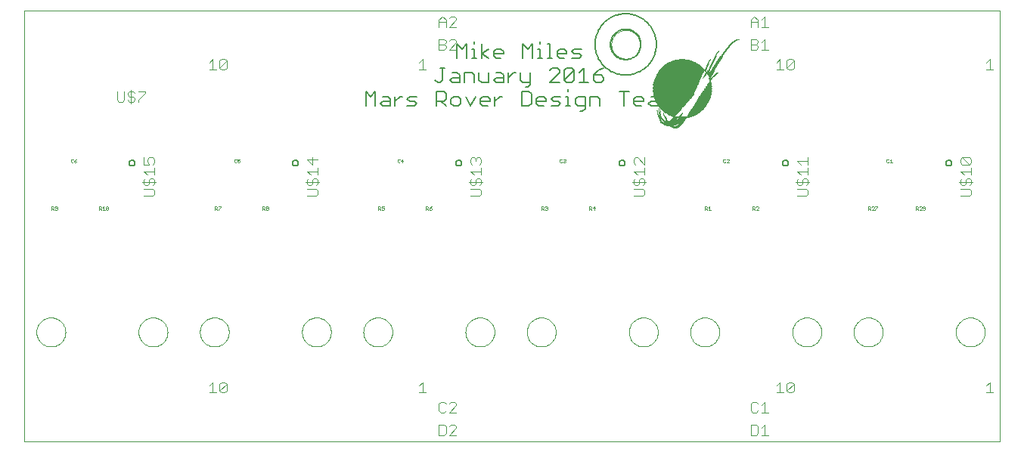
<source format=gto>
G75*
%MOIN*%
%OFA0B0*%
%FSLAX24Y24*%
%IPPOS*%
%LPD*%
%AMOC8*
5,1,8,0,0,1.08239X$1,22.5*
%
%ADD10C,0.0000*%
%ADD11C,0.0060*%
%ADD12C,0.0040*%
%ADD13C,0.0010*%
%ADD14C,0.0080*%
%ADD15C,0.0050*%
%ADD16R,0.0006X0.0002*%
%ADD17R,0.0004X0.0002*%
%ADD18R,0.0008X0.0002*%
%ADD19R,0.0034X0.0002*%
%ADD20R,0.0006X0.0002*%
%ADD21R,0.0010X0.0002*%
%ADD22R,0.0056X0.0002*%
%ADD23R,0.0008X0.0002*%
%ADD24R,0.0010X0.0002*%
%ADD25R,0.0074X0.0002*%
%ADD26R,0.0094X0.0002*%
%ADD27R,0.0002X0.0002*%
%ADD28R,0.0142X0.0002*%
%ADD29R,0.0154X0.0002*%
%ADD30R,0.0164X0.0002*%
%ADD31R,0.0178X0.0002*%
%ADD32R,0.0188X0.0002*%
%ADD33R,0.0194X0.0002*%
%ADD34R,0.0206X0.0002*%
%ADD35R,0.0214X0.0002*%
%ADD36R,0.0226X0.0002*%
%ADD37R,0.0238X0.0002*%
%ADD38R,0.0246X0.0002*%
%ADD39R,0.0252X0.0002*%
%ADD40R,0.0262X0.0002*%
%ADD41R,0.0270X0.0002*%
%ADD42R,0.0274X0.0002*%
%ADD43R,0.0280X0.0002*%
%ADD44R,0.0286X0.0002*%
%ADD45R,0.0292X0.0002*%
%ADD46R,0.0298X0.0002*%
%ADD47R,0.0304X0.0002*%
%ADD48R,0.0310X0.0002*%
%ADD49R,0.0314X0.0002*%
%ADD50R,0.0318X0.0002*%
%ADD51R,0.0326X0.0002*%
%ADD52R,0.0332X0.0002*%
%ADD53R,0.0338X0.0002*%
%ADD54R,0.0344X0.0002*%
%ADD55R,0.0350X0.0002*%
%ADD56R,0.0354X0.0002*%
%ADD57R,0.0360X0.0002*%
%ADD58R,0.0178X0.0002*%
%ADD59R,0.0128X0.0002*%
%ADD60R,0.0162X0.0002*%
%ADD61R,0.0122X0.0002*%
%ADD62R,0.0150X0.0002*%
%ADD63R,0.0118X0.0002*%
%ADD64R,0.0148X0.0002*%
%ADD65R,0.0114X0.0002*%
%ADD66R,0.0146X0.0002*%
%ADD67R,0.0108X0.0002*%
%ADD68R,0.0108X0.0002*%
%ADD69R,0.0144X0.0002*%
%ADD70R,0.0106X0.0002*%
%ADD71R,0.0144X0.0002*%
%ADD72R,0.0142X0.0002*%
%ADD73R,0.0140X0.0002*%
%ADD74R,0.0138X0.0002*%
%ADD75R,0.0114X0.0002*%
%ADD76R,0.0004X0.0002*%
%ADD77R,0.0132X0.0002*%
%ADD78R,0.0174X0.0002*%
%ADD79R,0.0132X0.0002*%
%ADD80R,0.0202X0.0002*%
%ADD81R,0.0002X0.0002*%
%ADD82R,0.0130X0.0002*%
%ADD83R,0.0208X0.0002*%
%ADD84R,0.0130X0.0002*%
%ADD85R,0.0222X0.0002*%
%ADD86R,0.0002X0.0002*%
%ADD87R,0.0244X0.0002*%
%ADD88R,0.0128X0.0002*%
%ADD89R,0.0256X0.0002*%
%ADD90R,0.0126X0.0002*%
%ADD91R,0.0266X0.0002*%
%ADD92R,0.0276X0.0002*%
%ADD93R,0.0296X0.0002*%
%ADD94R,0.0328X0.0002*%
%ADD95R,0.0126X0.0002*%
%ADD96R,0.0346X0.0002*%
%ADD97R,0.0356X0.0002*%
%ADD98R,0.0124X0.0002*%
%ADD99R,0.0366X0.0002*%
%ADD100R,0.0124X0.0002*%
%ADD101R,0.0386X0.0002*%
%ADD102R,0.0398X0.0002*%
%ADD103R,0.0122X0.0002*%
%ADD104R,0.0406X0.0002*%
%ADD105R,0.0122X0.0002*%
%ADD106R,0.0416X0.0002*%
%ADD107R,0.0424X0.0002*%
%ADD108R,0.0120X0.0002*%
%ADD109R,0.0432X0.0002*%
%ADD110R,0.0120X0.0002*%
%ADD111R,0.0446X0.0002*%
%ADD112R,0.0118X0.0002*%
%ADD113R,0.0456X0.0002*%
%ADD114R,0.0464X0.0002*%
%ADD115R,0.0474X0.0002*%
%ADD116R,0.0484X0.0002*%
%ADD117R,0.0494X0.0002*%
%ADD118R,0.0506X0.0002*%
%ADD119R,0.0514X0.0002*%
%ADD120R,0.0522X0.0002*%
%ADD121R,0.0532X0.0002*%
%ADD122R,0.0538X0.0002*%
%ADD123R,0.0546X0.0002*%
%ADD124R,0.0554X0.0002*%
%ADD125R,0.0560X0.0002*%
%ADD126R,0.0566X0.0002*%
%ADD127R,0.0194X0.0002*%
%ADD128R,0.0366X0.0002*%
%ADD129R,0.0194X0.0002*%
%ADD130R,0.0122X0.0002*%
%ADD131R,0.0196X0.0002*%
%ADD132R,0.0074X0.0002*%
%ADD133R,0.0272X0.0002*%
%ADD134R,0.0196X0.0002*%
%ADD135R,0.0070X0.0002*%
%ADD136R,0.0262X0.0002*%
%ADD137R,0.0198X0.0002*%
%ADD138R,0.0070X0.0002*%
%ADD139R,0.0256X0.0002*%
%ADD140R,0.0202X0.0002*%
%ADD141R,0.0068X0.0002*%
%ADD142R,0.0250X0.0002*%
%ADD143R,0.0068X0.0002*%
%ADD144R,0.0244X0.0002*%
%ADD145R,0.0210X0.0002*%
%ADD146R,0.0066X0.0002*%
%ADD147R,0.0240X0.0002*%
%ADD148R,0.0218X0.0002*%
%ADD149R,0.0236X0.0002*%
%ADD150R,0.0220X0.0002*%
%ADD151R,0.0236X0.0002*%
%ADD152R,0.0228X0.0002*%
%ADD153R,0.0072X0.0002*%
%ADD154R,0.0234X0.0002*%
%ADD155R,0.0312X0.0002*%
%ADD156R,0.0232X0.0002*%
%ADD157R,0.0316X0.0002*%
%ADD158R,0.0232X0.0002*%
%ADD159R,0.0318X0.0002*%
%ADD160R,0.0230X0.0002*%
%ADD161R,0.0324X0.0002*%
%ADD162R,0.0230X0.0002*%
%ADD163R,0.0336X0.0002*%
%ADD164R,0.0342X0.0002*%
%ADD165R,0.0226X0.0002*%
%ADD166R,0.0224X0.0002*%
%ADD167R,0.0124X0.0002*%
%ADD168R,0.0392X0.0002*%
%ADD169R,0.0408X0.0002*%
%ADD170R,0.0446X0.0002*%
%ADD171R,0.0724X0.0002*%
%ADD172R,0.0730X0.0002*%
%ADD173R,0.0192X0.0002*%
%ADD174R,0.0528X0.0002*%
%ADD175R,0.0530X0.0002*%
%ADD176R,0.0530X0.0002*%
%ADD177R,0.0534X0.0002*%
%ADD178R,0.0200X0.0002*%
%ADD179R,0.0534X0.0002*%
%ADD180R,0.0202X0.0002*%
%ADD181R,0.0204X0.0002*%
%ADD182R,0.0544X0.0002*%
%ADD183R,0.0210X0.0002*%
%ADD184R,0.0548X0.0002*%
%ADD185R,0.0566X0.0002*%
%ADD186R,0.0634X0.0002*%
%ADD187R,0.0632X0.0002*%
%ADD188R,0.0634X0.0002*%
%ADD189R,0.0636X0.0002*%
%ADD190R,0.0116X0.0002*%
%ADD191R,0.0638X0.0002*%
%ADD192R,0.0110X0.0002*%
%ADD193R,0.0640X0.0002*%
%ADD194R,0.0644X0.0002*%
%ADD195R,0.0104X0.0002*%
%ADD196R,0.0648X0.0002*%
%ADD197R,0.0104X0.0002*%
%ADD198R,0.0650X0.0002*%
%ADD199R,0.0102X0.0002*%
%ADD200R,0.0654X0.0002*%
%ADD201R,0.0100X0.0002*%
%ADD202R,0.0660X0.0002*%
%ADD203R,0.0098X0.0002*%
%ADD204R,0.0666X0.0002*%
%ADD205R,0.0132X0.0002*%
%ADD206R,0.0092X0.0002*%
%ADD207R,0.0670X0.0002*%
%ADD208R,0.0132X0.0002*%
%ADD209R,0.0090X0.0002*%
%ADD210R,0.0678X0.0002*%
%ADD211R,0.0134X0.0002*%
%ADD212R,0.0086X0.0002*%
%ADD213R,0.0682X0.0002*%
%ADD214R,0.0134X0.0002*%
%ADD215R,0.0084X0.0002*%
%ADD216R,0.0688X0.0002*%
%ADD217R,0.0080X0.0002*%
%ADD218R,0.0690X0.0002*%
%ADD219R,0.0138X0.0002*%
%ADD220R,0.0078X0.0002*%
%ADD221R,0.0002X0.0002*%
%ADD222R,0.0694X0.0002*%
%ADD223R,0.0076X0.0002*%
%ADD224R,0.0840X0.0002*%
%ADD225R,0.0842X0.0002*%
%ADD226R,0.0846X0.0002*%
%ADD227R,0.0078X0.0002*%
%ADD228R,0.0850X0.0002*%
%ADD229R,0.0166X0.0002*%
%ADD230R,0.0674X0.0002*%
%ADD231R,0.0168X0.0002*%
%ADD232R,0.0668X0.0002*%
%ADD233R,0.0080X0.0002*%
%ADD234R,0.0666X0.0002*%
%ADD235R,0.0168X0.0002*%
%ADD236R,0.0664X0.0002*%
%ADD237R,0.0170X0.0002*%
%ADD238R,0.0662X0.0002*%
%ADD239R,0.0076X0.0002*%
%ADD240R,0.0098X0.0002*%
%ADD241R,0.0052X0.0002*%
%ADD242R,0.0662X0.0002*%
%ADD243R,0.0094X0.0002*%
%ADD244R,0.0048X0.0002*%
%ADD245R,0.0092X0.0002*%
%ADD246R,0.0046X0.0002*%
%ADD247R,0.0090X0.0002*%
%ADD248R,0.0042X0.0002*%
%ADD249R,0.0658X0.0002*%
%ADD250R,0.0040X0.0002*%
%ADD251R,0.0656X0.0002*%
%ADD252R,0.0088X0.0002*%
%ADD253R,0.0040X0.0002*%
%ADD254R,0.0652X0.0002*%
%ADD255R,0.0066X0.0002*%
%ADD256R,0.0088X0.0002*%
%ADD257R,0.0038X0.0002*%
%ADD258R,0.0186X0.0002*%
%ADD259R,0.0460X0.0002*%
%ADD260R,0.0038X0.0002*%
%ADD261R,0.0182X0.0002*%
%ADD262R,0.0458X0.0002*%
%ADD263R,0.0064X0.0002*%
%ADD264R,0.0074X0.0002*%
%ADD265R,0.0452X0.0002*%
%ADD266R,0.0062X0.0002*%
%ADD267R,0.0176X0.0002*%
%ADD268R,0.0448X0.0002*%
%ADD269R,0.0176X0.0002*%
%ADD270R,0.0444X0.0002*%
%ADD271R,0.0062X0.0002*%
%ADD272R,0.0074X0.0002*%
%ADD273R,0.0174X0.0002*%
%ADD274R,0.0438X0.0002*%
%ADD275R,0.0060X0.0002*%
%ADD276R,0.0172X0.0002*%
%ADD277R,0.0434X0.0002*%
%ADD278R,0.0062X0.0002*%
%ADD279R,0.0170X0.0002*%
%ADD280R,0.0426X0.0002*%
%ADD281R,0.0036X0.0002*%
%ADD282R,0.0422X0.0002*%
%ADD283R,0.0062X0.0002*%
%ADD284R,0.0412X0.0002*%
%ADD285R,0.0036X0.0002*%
%ADD286R,0.0406X0.0002*%
%ADD287R,0.0058X0.0002*%
%ADD288R,0.0404X0.0002*%
%ADD289R,0.0058X0.0002*%
%ADD290R,0.0402X0.0002*%
%ADD291R,0.0060X0.0002*%
%ADD292R,0.0398X0.0002*%
%ADD293R,0.0394X0.0002*%
%ADD294R,0.0392X0.0002*%
%ADD295R,0.0164X0.0002*%
%ADD296R,0.0388X0.0002*%
%ADD297R,0.0166X0.0002*%
%ADD298R,0.0384X0.0002*%
%ADD299R,0.0380X0.0002*%
%ADD300R,0.0378X0.0002*%
%ADD301R,0.0056X0.0002*%
%ADD302R,0.0376X0.0002*%
%ADD303R,0.0034X0.0002*%
%ADD304R,0.0374X0.0002*%
%ADD305R,0.0034X0.0002*%
%ADD306R,0.0372X0.0002*%
%ADD307R,0.0054X0.0002*%
%ADD308R,0.0034X0.0002*%
%ADD309R,0.0370X0.0002*%
%ADD310R,0.0032X0.0002*%
%ADD311R,0.0172X0.0002*%
%ADD312R,0.0054X0.0002*%
%ADD313R,0.0054X0.0002*%
%ADD314R,0.0172X0.0002*%
%ADD315R,0.0032X0.0002*%
%ADD316R,0.0174X0.0002*%
%ADD317R,0.0364X0.0002*%
%ADD318R,0.0052X0.0002*%
%ADD319R,0.0032X0.0002*%
%ADD320R,0.0360X0.0002*%
%ADD321R,0.0358X0.0002*%
%ADD322R,0.0052X0.0002*%
%ADD323R,0.0356X0.0002*%
%ADD324R,0.0052X0.0002*%
%ADD325R,0.0180X0.0002*%
%ADD326R,0.0354X0.0002*%
%ADD327R,0.0050X0.0002*%
%ADD328R,0.0180X0.0002*%
%ADD329R,0.0348X0.0002*%
%ADD330R,0.0032X0.0002*%
%ADD331R,0.0182X0.0002*%
%ADD332R,0.0344X0.0002*%
%ADD333R,0.0182X0.0002*%
%ADD334R,0.0344X0.0002*%
%ADD335R,0.0050X0.0002*%
%ADD336R,0.0184X0.0002*%
%ADD337R,0.0340X0.0002*%
%ADD338R,0.0054X0.0002*%
%ADD339R,0.0184X0.0002*%
%ADD340R,0.0340X0.0002*%
%ADD341R,0.0184X0.0002*%
%ADD342R,0.0048X0.0002*%
%ADD343R,0.0336X0.0002*%
%ADD344R,0.0044X0.0002*%
%ADD345R,0.0044X0.0002*%
%ADD346R,0.0184X0.0002*%
%ADD347R,0.0332X0.0002*%
%ADD348R,0.0332X0.0002*%
%ADD349R,0.0044X0.0002*%
%ADD350R,0.0330X0.0002*%
%ADD351R,0.0046X0.0002*%
%ADD352R,0.0330X0.0002*%
%ADD353R,0.0328X0.0002*%
%ADD354R,0.0326X0.0002*%
%ADD355R,0.0322X0.0002*%
%ADD356R,0.0320X0.0002*%
%ADD357R,0.0042X0.0002*%
%ADD358R,0.0320X0.0002*%
%ADD359R,0.0042X0.0002*%
%ADD360R,0.0042X0.0002*%
%ADD361R,0.0316X0.0002*%
%ADD362R,0.0064X0.0002*%
%ADD363R,0.0064X0.0002*%
%ADD364R,0.0064X0.0002*%
%ADD365R,0.0314X0.0002*%
%ADD366R,0.0312X0.0002*%
%ADD367R,0.0312X0.0002*%
%ADD368R,0.0346X0.0002*%
%ADD369R,0.0182X0.0002*%
%ADD370R,0.0362X0.0002*%
%ADD371R,0.0388X0.0002*%
%ADD372R,0.0596X0.0002*%
%ADD373R,0.0606X0.0002*%
%ADD374R,0.0616X0.0002*%
%ADD375R,0.0030X0.0002*%
%ADD376R,0.0626X0.0002*%
%ADD377R,0.0642X0.0002*%
%ADD378R,0.0650X0.0002*%
%ADD379R,0.0656X0.0002*%
%ADD380R,0.0664X0.0002*%
%ADD381R,0.0668X0.0002*%
%ADD382R,0.0674X0.0002*%
%ADD383R,0.0680X0.0002*%
%ADD384R,0.0686X0.0002*%
%ADD385R,0.0692X0.0002*%
%ADD386R,0.0698X0.0002*%
%ADD387R,0.0082X0.0002*%
%ADD388R,0.0702X0.0002*%
%ADD389R,0.0304X0.0002*%
%ADD390R,0.0116X0.0002*%
%ADD391R,0.0072X0.0002*%
%ADD392R,0.0284X0.0002*%
%ADD393R,0.0260X0.0002*%
%ADD394R,0.0248X0.0002*%
%ADD395R,0.0242X0.0002*%
%ADD396R,0.0234X0.0002*%
%ADD397R,0.0110X0.0002*%
%ADD398R,0.0220X0.0002*%
%ADD399R,0.0112X0.0002*%
%ADD400R,0.0214X0.0002*%
%ADD401R,0.0206X0.0002*%
%ADD402R,0.0030X0.0002*%
%ADD403R,0.0216X0.0002*%
%ADD404R,0.0224X0.0002*%
%ADD405R,0.0028X0.0002*%
%ADD406R,0.0142X0.0002*%
%ADD407R,0.0240X0.0002*%
%ADD408R,0.0156X0.0002*%
%ADD409R,0.0028X0.0002*%
%ADD410R,0.0160X0.0002*%
%ADD411R,0.0260X0.0002*%
%ADD412R,0.0268X0.0002*%
%ADD413R,0.0026X0.0002*%
%ADD414R,0.0214X0.0002*%
%ADD415R,0.0278X0.0002*%
%ADD416R,0.0024X0.0002*%
%ADD417R,0.0024X0.0002*%
%ADD418R,0.0284X0.0002*%
%ADD419R,0.0022X0.0002*%
%ADD420R,0.0288X0.0002*%
%ADD421R,0.0022X0.0002*%
%ADD422R,0.0290X0.0002*%
%ADD423R,0.0022X0.0002*%
%ADD424R,0.0246X0.0002*%
%ADD425R,0.0294X0.0002*%
%ADD426R,0.0022X0.0002*%
%ADD427R,0.0252X0.0002*%
%ADD428R,0.0020X0.0002*%
%ADD429R,0.0300X0.0002*%
%ADD430R,0.0020X0.0002*%
%ADD431R,0.0262X0.0002*%
%ADD432R,0.0302X0.0002*%
%ADD433R,0.0270X0.0002*%
%ADD434R,0.0306X0.0002*%
%ADD435R,0.0276X0.0002*%
%ADD436R,0.0310X0.0002*%
%ADD437R,0.0282X0.0002*%
%ADD438R,0.0288X0.0002*%
%ADD439R,0.0018X0.0002*%
%ADD440R,0.0298X0.0002*%
%ADD441R,0.0304X0.0002*%
%ADD442R,0.0324X0.0002*%
%ADD443R,0.0018X0.0002*%
%ADD444R,0.0332X0.0002*%
%ADD445R,0.0026X0.0002*%
%ADD446R,0.0334X0.0002*%
%ADD447R,0.0334X0.0002*%
%ADD448R,0.0338X0.0002*%
%ADD449R,0.0016X0.0002*%
%ADD450R,0.0344X0.0002*%
%ADD451R,0.0348X0.0002*%
%ADD452R,0.0016X0.0002*%
%ADD453R,0.0024X0.0002*%
%ADD454R,0.0350X0.0002*%
%ADD455R,0.0352X0.0002*%
%ADD456R,0.0372X0.0002*%
%ADD457R,0.0024X0.0002*%
%ADD458R,0.0014X0.0002*%
%ADD459R,0.0378X0.0002*%
%ADD460R,0.0358X0.0002*%
%ADD461R,0.0014X0.0002*%
%ADD462R,0.0386X0.0002*%
%ADD463R,0.0362X0.0002*%
%ADD464R,0.0364X0.0002*%
%ADD465R,0.0368X0.0002*%
%ADD466R,0.0402X0.0002*%
%ADD467R,0.0368X0.0002*%
%ADD468R,0.0012X0.0002*%
%ADD469R,0.0014X0.0002*%
%ADD470R,0.0414X0.0002*%
%ADD471R,0.0374X0.0002*%
%ADD472R,0.0420X0.0002*%
%ADD473R,0.0376X0.0002*%
%ADD474R,0.0422X0.0002*%
%ADD475R,0.0428X0.0002*%
%ADD476R,0.0380X0.0002*%
%ADD477R,0.0012X0.0002*%
%ADD478R,0.0434X0.0002*%
%ADD479R,0.0382X0.0002*%
%ADD480R,0.0044X0.0002*%
%ADD481R,0.0012X0.0002*%
%ADD482R,0.0012X0.0002*%
%ADD483R,0.0450X0.0002*%
%ADD484R,0.0390X0.0002*%
%ADD485R,0.0454X0.0002*%
%ADD486R,0.0390X0.0002*%
%ADD487R,0.0464X0.0002*%
%ADD488R,0.0396X0.0002*%
%ADD489R,0.0468X0.0002*%
%ADD490R,0.0396X0.0002*%
%ADD491R,0.0474X0.0002*%
%ADD492R,0.0400X0.0002*%
%ADD493R,0.0478X0.0002*%
%ADD494R,0.0400X0.0002*%
%ADD495R,0.0488X0.0002*%
%ADD496R,0.0004X0.0002*%
%ADD497R,0.0498X0.0002*%
%ADD498R,0.0410X0.0002*%
%ADD499R,0.0502X0.0002*%
%ADD500R,0.0410X0.0002*%
%ADD501R,0.0508X0.0002*%
%ADD502R,0.0412X0.0002*%
%ADD503R,0.0512X0.0002*%
%ADD504R,0.0518X0.0002*%
%ADD505R,0.0522X0.0002*%
%ADD506R,0.0418X0.0002*%
%ADD507R,0.0528X0.0002*%
%ADD508R,0.0540X0.0002*%
%ADD509R,0.0424X0.0002*%
%ADD510R,0.0544X0.0002*%
%ADD511R,0.0550X0.0002*%
%ADD512R,0.0428X0.0002*%
%ADD513R,0.0432X0.0002*%
%ADD514R,0.0564X0.0002*%
%ADD515R,0.0568X0.0002*%
%ADD516R,0.0436X0.0002*%
%ADD517R,0.0572X0.0002*%
%ADD518R,0.0436X0.0002*%
%ADD519R,0.0576X0.0002*%
%ADD520R,0.0582X0.0002*%
%ADD521R,0.0440X0.0002*%
%ADD522R,0.0586X0.0002*%
%ADD523R,0.0440X0.0002*%
%ADD524R,0.0590X0.0002*%
%ADD525R,0.0442X0.0002*%
%ADD526R,0.0444X0.0002*%
%ADD527R,0.0598X0.0002*%
%ADD528R,0.0604X0.0002*%
%ADD529R,0.0608X0.0002*%
%ADD530R,0.0448X0.0002*%
%ADD531R,0.0612X0.0002*%
%ADD532R,0.0618X0.0002*%
%ADD533R,0.0452X0.0002*%
%ADD534R,0.0622X0.0002*%
%ADD535R,0.0452X0.0002*%
%ADD536R,0.0630X0.0002*%
%ADD537R,0.0454X0.0002*%
%ADD538R,0.0638X0.0002*%
%ADD539R,0.0458X0.0002*%
%ADD540R,0.0642X0.0002*%
%ADD541R,0.0648X0.0002*%
%ADD542R,0.0462X0.0002*%
%ADD543R,0.0652X0.0002*%
%ADD544R,0.0462X0.0002*%
%ADD545R,0.0464X0.0002*%
%ADD546R,0.0660X0.0002*%
%ADD547R,0.0464X0.0002*%
%ADD548R,0.0664X0.0002*%
%ADD549R,0.0466X0.0002*%
%ADD550R,0.0468X0.0002*%
%ADD551R,0.0014X0.0002*%
%ADD552R,0.0672X0.0002*%
%ADD553R,0.0676X0.0002*%
%ADD554R,0.0470X0.0002*%
%ADD555R,0.0682X0.0002*%
%ADD556R,0.0472X0.0002*%
%ADD557R,0.0472X0.0002*%
%ADD558R,0.0694X0.0002*%
%ADD559R,0.0696X0.0002*%
%ADD560R,0.0476X0.0002*%
%ADD561R,0.0702X0.0002*%
%ADD562R,0.0706X0.0002*%
%ADD563R,0.0478X0.0002*%
%ADD564R,0.0710X0.0002*%
%ADD565R,0.0480X0.0002*%
%ADD566R,0.0714X0.0002*%
%ADD567R,0.0480X0.0002*%
%ADD568R,0.0718X0.0002*%
%ADD569R,0.0724X0.0002*%
%ADD570R,0.0484X0.0002*%
%ADD571R,0.0726X0.0002*%
%ADD572R,0.0486X0.0002*%
%ADD573R,0.0734X0.0002*%
%ADD574R,0.0486X0.0002*%
%ADD575R,0.0738X0.0002*%
%ADD576R,0.0742X0.0002*%
%ADD577R,0.0746X0.0002*%
%ADD578R,0.0488X0.0002*%
%ADD579R,0.0752X0.0002*%
%ADD580R,0.0492X0.0002*%
%ADD581R,0.0756X0.0002*%
%ADD582R,0.0492X0.0002*%
%ADD583R,0.0758X0.0002*%
%ADD584R,0.0762X0.0002*%
%ADD585R,0.0494X0.0002*%
%ADD586R,0.0766X0.0002*%
%ADD587R,0.0770X0.0002*%
%ADD588R,0.0496X0.0002*%
%ADD589R,0.0774X0.0002*%
%ADD590R,0.0496X0.0002*%
%ADD591R,0.0778X0.0002*%
%ADD592R,0.0782X0.0002*%
%ADD593R,0.0498X0.0002*%
%ADD594R,0.0786X0.0002*%
%ADD595R,0.0790X0.0002*%
%ADD596R,0.0794X0.0002*%
%ADD597R,0.0502X0.0002*%
%ADD598R,0.0798X0.0002*%
%ADD599R,0.0502X0.0002*%
%ADD600R,0.0802X0.0002*%
%ADD601R,0.0504X0.0002*%
%ADD602R,0.0806X0.0002*%
%ADD603R,0.0504X0.0002*%
%ADD604R,0.0810X0.0002*%
%ADD605R,0.0814X0.0002*%
%ADD606R,0.0506X0.0002*%
%ADD607R,0.0816X0.0002*%
%ADD608R,0.0820X0.0002*%
%ADD609R,0.0508X0.0002*%
%ADD610R,0.0824X0.0002*%
%ADD611R,0.0828X0.0002*%
%ADD612R,0.0510X0.0002*%
%ADD613R,0.0832X0.0002*%
%ADD614R,0.0510X0.0002*%
%ADD615R,0.0836X0.0002*%
%ADD616R,0.0844X0.0002*%
%ADD617R,0.0512X0.0002*%
%ADD618R,0.0846X0.0002*%
%ADD619R,0.0514X0.0002*%
%ADD620R,0.0850X0.0002*%
%ADD621R,0.0514X0.0002*%
%ADD622R,0.0854X0.0002*%
%ADD623R,0.0858X0.0002*%
%ADD624R,0.0516X0.0002*%
%ADD625R,0.0862X0.0002*%
%ADD626R,0.0516X0.0002*%
%ADD627R,0.0866X0.0002*%
%ADD628R,0.0518X0.0002*%
%ADD629R,0.0870X0.0002*%
%ADD630R,0.0872X0.0002*%
%ADD631R,0.0876X0.0002*%
%ADD632R,0.0520X0.0002*%
%ADD633R,0.0880X0.0002*%
%ADD634R,0.0520X0.0002*%
%ADD635R,0.0884X0.0002*%
%ADD636R,0.0888X0.0002*%
%ADD637R,0.0522X0.0002*%
%ADD638R,0.0892X0.0002*%
%ADD639R,0.0896X0.0002*%
%ADD640R,0.0524X0.0002*%
%ADD641R,0.0900X0.0002*%
%ADD642R,0.0524X0.0002*%
%ADD643R,0.0902X0.0002*%
%ADD644R,0.0526X0.0002*%
%ADD645R,0.0906X0.0002*%
%ADD646R,0.0526X0.0002*%
%ADD647R,0.0910X0.0002*%
%ADD648R,0.0914X0.0002*%
%ADD649R,0.0918X0.0002*%
%ADD650R,0.0920X0.0002*%
%ADD651R,0.0924X0.0002*%
%ADD652R,0.0926X0.0002*%
%ADD653R,0.0930X0.0002*%
%ADD654R,0.0934X0.0002*%
%ADD655R,0.0938X0.0002*%
%ADD656R,0.0532X0.0002*%
%ADD657R,0.0942X0.0002*%
%ADD658R,0.0946X0.0002*%
%ADD659R,0.0950X0.0002*%
%ADD660R,0.0954X0.0002*%
%ADD661R,0.0956X0.0002*%
%ADD662R,0.0958X0.0002*%
%ADD663R,0.0962X0.0002*%
%ADD664R,0.0966X0.0002*%
%ADD665R,0.0536X0.0002*%
%ADD666R,0.0970X0.0002*%
%ADD667R,0.0536X0.0002*%
%ADD668R,0.0974X0.0002*%
%ADD669R,0.0538X0.0002*%
%ADD670R,0.0978X0.0002*%
%ADD671R,0.0980X0.0002*%
%ADD672R,0.0984X0.0002*%
%ADD673R,0.0540X0.0002*%
%ADD674R,0.0986X0.0002*%
%ADD675R,0.0990X0.0002*%
%ADD676R,0.0994X0.0002*%
%ADD677R,0.0998X0.0002*%
%ADD678R,0.1002X0.0002*%
%ADD679R,0.0542X0.0002*%
%ADD680R,0.1006X0.0002*%
%ADD681R,0.0542X0.0002*%
%ADD682R,0.1006X0.0002*%
%ADD683R,0.1010X0.0002*%
%ADD684R,0.0542X0.0002*%
%ADD685R,0.1014X0.0002*%
%ADD686R,0.1018X0.0002*%
%ADD687R,0.0544X0.0002*%
%ADD688R,0.1022X0.0002*%
%ADD689R,0.1026X0.0002*%
%ADD690R,0.1028X0.0002*%
%ADD691R,0.1030X0.0002*%
%ADD692R,0.1034X0.0002*%
%ADD693R,0.1038X0.0002*%
%ADD694R,0.0546X0.0002*%
%ADD695R,0.1042X0.0002*%
%ADD696R,0.1044X0.0002*%
%ADD697R,0.1048X0.0002*%
%ADD698R,0.1052X0.0002*%
%ADD699R,0.1056X0.0002*%
%ADD700R,0.0548X0.0002*%
%ADD701R,0.1058X0.0002*%
%ADD702R,0.1060X0.0002*%
%ADD703R,0.1064X0.0002*%
%ADD704R,0.1068X0.0002*%
%ADD705R,0.1072X0.0002*%
%ADD706R,0.0550X0.0002*%
%ADD707R,0.1074X0.0002*%
%ADD708R,0.1078X0.0002*%
%ADD709R,0.1082X0.0002*%
%ADD710R,0.1084X0.0002*%
%ADD711R,0.0552X0.0002*%
%ADD712R,0.1086X0.0002*%
%ADD713R,0.1090X0.0002*%
%ADD714R,0.1094X0.0002*%
%ADD715R,0.0552X0.0002*%
%ADD716R,0.1098X0.0002*%
%ADD717R,0.0552X0.0002*%
%ADD718R,0.1100X0.0002*%
%ADD719R,0.1104X0.0002*%
%ADD720R,0.1108X0.0002*%
%ADD721R,0.1112X0.0002*%
%ADD722R,0.0554X0.0002*%
%ADD723R,0.1114X0.0002*%
%ADD724R,0.1116X0.0002*%
%ADD725R,0.0554X0.0002*%
%ADD726R,0.1120X0.0002*%
%ADD727R,0.1124X0.0002*%
%ADD728R,0.1126X0.0002*%
%ADD729R,0.1130X0.0002*%
%ADD730R,0.1134X0.0002*%
%ADD731R,0.0556X0.0002*%
%ADD732R,0.1136X0.0002*%
%ADD733R,0.1140X0.0002*%
%ADD734R,0.1144X0.0002*%
%ADD735R,0.0556X0.0002*%
%ADD736R,0.1148X0.0002*%
%ADD737R,0.1148X0.0002*%
%ADD738R,0.1152X0.0002*%
%ADD739R,0.1156X0.0002*%
%ADD740R,0.1158X0.0002*%
%ADD741R,0.1162X0.0002*%
%ADD742R,0.1166X0.0002*%
%ADD743R,0.0558X0.0002*%
%ADD744R,0.1168X0.0002*%
%ADD745R,0.1172X0.0002*%
%ADD746R,0.1176X0.0002*%
%ADD747R,0.0558X0.0002*%
%ADD748R,0.1180X0.0002*%
%ADD749R,0.1184X0.0002*%
%ADD750R,0.1186X0.0002*%
%ADD751R,0.1190X0.0002*%
%ADD752R,0.1194X0.0002*%
%ADD753R,0.1196X0.0002*%
%ADD754R,0.1200X0.0002*%
%ADD755R,0.1204X0.0002*%
%ADD756R,0.1206X0.0002*%
%ADD757R,0.1208X0.0002*%
%ADD758R,0.1212X0.0002*%
%ADD759R,0.1214X0.0002*%
%ADD760R,0.1218X0.0002*%
%ADD761R,0.1222X0.0002*%
%ADD762R,0.0560X0.0002*%
%ADD763R,0.1224X0.0002*%
%ADD764R,0.1228X0.0002*%
%ADD765R,0.1232X0.0002*%
%ADD766R,0.1234X0.0002*%
%ADD767R,0.1238X0.0002*%
%ADD768R,0.1240X0.0002*%
%ADD769R,0.1244X0.0002*%
%ADD770R,0.1246X0.0002*%
%ADD771R,0.1248X0.0002*%
%ADD772R,0.1252X0.0002*%
%ADD773R,0.1256X0.0002*%
%ADD774R,0.1258X0.0002*%
%ADD775R,0.1262X0.0002*%
%ADD776R,0.1264X0.0002*%
%ADD777R,0.1268X0.0002*%
%ADD778R,0.1272X0.0002*%
%ADD779R,0.1274X0.0002*%
%ADD780R,0.1278X0.0002*%
%ADD781R,0.1280X0.0002*%
%ADD782R,0.1284X0.0002*%
%ADD783R,0.1286X0.0002*%
%ADD784R,0.1288X0.0002*%
%ADD785R,0.1292X0.0002*%
%ADD786R,0.1294X0.0002*%
%ADD787R,0.1298X0.0002*%
%ADD788R,0.1300X0.0002*%
%ADD789R,0.1304X0.0002*%
%ADD790R,0.1308X0.0002*%
%ADD791R,0.1310X0.0002*%
%ADD792R,0.1314X0.0002*%
%ADD793R,0.1316X0.0002*%
%ADD794R,0.1320X0.0002*%
%ADD795R,0.1322X0.0002*%
%ADD796R,0.1326X0.0002*%
%ADD797R,0.1326X0.0002*%
%ADD798R,0.1330X0.0002*%
%ADD799R,0.1334X0.0002*%
%ADD800R,0.1336X0.0002*%
%ADD801R,0.1340X0.0002*%
%ADD802R,0.1342X0.0002*%
%ADD803R,0.1346X0.0002*%
%ADD804R,0.1348X0.0002*%
%ADD805R,0.1352X0.0002*%
%ADD806R,0.1354X0.0002*%
%ADD807R,0.1358X0.0002*%
%ADD808R,0.1360X0.0002*%
%ADD809R,0.1364X0.0002*%
%ADD810R,0.1366X0.0002*%
%ADD811R,0.1368X0.0002*%
%ADD812R,0.1370X0.0002*%
%ADD813R,0.1374X0.0002*%
%ADD814R,0.1378X0.0002*%
%ADD815R,0.1380X0.0002*%
%ADD816R,0.1384X0.0002*%
%ADD817R,0.1386X0.0002*%
%ADD818R,0.1390X0.0002*%
%ADD819R,0.1392X0.0002*%
%ADD820R,0.1396X0.0002*%
%ADD821R,0.1398X0.0002*%
%ADD822R,0.1402X0.0002*%
%ADD823R,0.1404X0.0002*%
%ADD824R,0.1408X0.0002*%
%ADD825R,0.1408X0.0002*%
%ADD826R,0.1412X0.0002*%
%ADD827R,0.0554X0.0002*%
%ADD828R,0.1414X0.0002*%
%ADD829R,0.1416X0.0002*%
%ADD830R,0.1420X0.0002*%
%ADD831R,0.0552X0.0002*%
%ADD832R,0.1422X0.0002*%
%ADD833R,0.1426X0.0002*%
%ADD834R,0.1428X0.0002*%
%ADD835R,0.1432X0.0002*%
%ADD836R,0.1434X0.0002*%
%ADD837R,0.1438X0.0002*%
%ADD838R,0.1440X0.0002*%
%ADD839R,0.1444X0.0002*%
%ADD840R,0.1448X0.0002*%
%ADD841R,0.1450X0.0002*%
%ADD842R,0.1454X0.0002*%
%ADD843R,0.1456X0.0002*%
%ADD844R,0.1460X0.0002*%
%ADD845R,0.1462X0.0002*%
%ADD846R,0.1464X0.0002*%
%ADD847R,0.1468X0.0002*%
%ADD848R,0.1470X0.0002*%
%ADD849R,0.1474X0.0002*%
%ADD850R,0.1476X0.0002*%
%ADD851R,0.1480X0.0002*%
%ADD852R,0.1482X0.0002*%
%ADD853R,0.1484X0.0002*%
%ADD854R,0.1486X0.0002*%
%ADD855R,0.1488X0.0002*%
%ADD856R,0.1492X0.0002*%
%ADD857R,0.1494X0.0002*%
%ADD858R,0.1498X0.0002*%
%ADD859R,0.1500X0.0002*%
%ADD860R,0.1502X0.0002*%
%ADD861R,0.1506X0.0002*%
%ADD862R,0.1508X0.0002*%
%ADD863R,0.1512X0.0002*%
%ADD864R,0.1514X0.0002*%
%ADD865R,0.1518X0.0002*%
%ADD866R,0.1518X0.0002*%
%ADD867R,0.1520X0.0002*%
%ADD868R,0.1524X0.0002*%
%ADD869R,0.1526X0.0002*%
%ADD870R,0.1530X0.0002*%
%ADD871R,0.1532X0.0002*%
%ADD872R,0.1534X0.0002*%
%ADD873R,0.1538X0.0002*%
%ADD874R,0.1540X0.0002*%
%ADD875R,0.1544X0.0002*%
%ADD876R,0.1546X0.0002*%
%ADD877R,0.1548X0.0002*%
%ADD878R,0.1552X0.0002*%
%ADD879R,0.1554X0.0002*%
%ADD880R,0.1556X0.0002*%
%ADD881R,0.1558X0.0002*%
%ADD882R,0.1560X0.0002*%
%ADD883R,0.1564X0.0002*%
%ADD884R,0.1566X0.0002*%
%ADD885R,0.1568X0.0002*%
%ADD886R,0.0532X0.0002*%
%ADD887R,0.1572X0.0002*%
%ADD888R,0.0534X0.0002*%
%ADD889R,0.1574X0.0002*%
%ADD890R,0.1576X0.0002*%
%ADD891R,0.1580X0.0002*%
%ADD892R,0.0532X0.0002*%
%ADD893R,0.1582X0.0002*%
%ADD894R,0.1586X0.0002*%
%ADD895R,0.1588X0.0002*%
%ADD896R,0.1590X0.0002*%
%ADD897R,0.1592X0.0002*%
%ADD898R,0.1594X0.0002*%
%ADD899R,0.1596X0.0002*%
%ADD900R,0.1600X0.0002*%
%ADD901R,0.1602X0.0002*%
%ADD902R,0.1604X0.0002*%
%ADD903R,0.1608X0.0002*%
%ADD904R,0.1610X0.0002*%
%ADD905R,0.0524X0.0002*%
%ADD906R,0.1612X0.0002*%
%ADD907R,0.1616X0.0002*%
%ADD908R,0.1618X0.0002*%
%ADD909R,0.1620X0.0002*%
%ADD910R,0.1624X0.0002*%
%ADD911R,0.1624X0.0002*%
%ADD912R,0.1626X0.0002*%
%ADD913R,0.1630X0.0002*%
%ADD914R,0.1632X0.0002*%
%ADD915R,0.1634X0.0002*%
%ADD916R,0.1640X0.0002*%
%ADD917R,0.1642X0.0002*%
%ADD918R,0.1646X0.0002*%
%ADD919R,0.0514X0.0002*%
%ADD920R,0.1648X0.0002*%
%ADD921R,0.1650X0.0002*%
%ADD922R,0.1654X0.0002*%
%ADD923R,0.1656X0.0002*%
%ADD924R,0.1658X0.0002*%
%ADD925R,0.1660X0.0002*%
%ADD926R,0.1662X0.0002*%
%ADD927R,0.1664X0.0002*%
%ADD928R,0.1666X0.0002*%
%ADD929R,0.1670X0.0002*%
%ADD930R,0.1672X0.0002*%
%ADD931R,0.1674X0.0002*%
%ADD932R,0.1678X0.0002*%
%ADD933R,0.1680X0.0002*%
%ADD934R,0.1682X0.0002*%
%ADD935R,0.1686X0.0002*%
%ADD936R,0.1688X0.0002*%
%ADD937R,0.1690X0.0002*%
%ADD938R,0.0500X0.0002*%
%ADD939R,0.1692X0.0002*%
%ADD940R,0.1694X0.0002*%
%ADD941R,0.0500X0.0002*%
%ADD942R,0.1696X0.0002*%
%ADD943R,0.1698X0.0002*%
%ADD944R,0.1702X0.0002*%
%ADD945R,0.1704X0.0002*%
%ADD946R,0.1706X0.0002*%
%ADD947R,0.1708X0.0002*%
%ADD948R,0.1712X0.0002*%
%ADD949R,0.1714X0.0002*%
%ADD950R,0.0492X0.0002*%
%ADD951R,0.1716X0.0002*%
%ADD952R,0.1716X0.0002*%
%ADD953R,0.0490X0.0002*%
%ADD954R,0.1720X0.0002*%
%ADD955R,0.0490X0.0002*%
%ADD956R,0.1720X0.0002*%
%ADD957R,0.1722X0.0002*%
%ADD958R,0.1724X0.0002*%
%ADD959R,0.1726X0.0002*%
%ADD960R,0.1726X0.0002*%
%ADD961R,0.1728X0.0002*%
%ADD962R,0.0482X0.0002*%
%ADD963R,0.1730X0.0002*%
%ADD964R,0.1732X0.0002*%
%ADD965R,0.0482X0.0002*%
%ADD966R,0.1732X0.0002*%
%ADD967R,0.1736X0.0002*%
%ADD968R,0.1738X0.0002*%
%ADD969R,0.1738X0.0002*%
%ADD970R,0.1742X0.0002*%
%ADD971R,0.0476X0.0002*%
%ADD972R,0.1742X0.0002*%
%ADD973R,0.1744X0.0002*%
%ADD974R,0.1744X0.0002*%
%ADD975R,0.1746X0.0002*%
%ADD976R,0.1748X0.0002*%
%ADD977R,0.0472X0.0002*%
%ADD978R,0.1748X0.0002*%
%ADD979R,0.1750X0.0002*%
%ADD980R,0.1750X0.0002*%
%ADD981R,0.1754X0.0002*%
%ADD982R,0.1754X0.0002*%
%ADD983R,0.0466X0.0002*%
%ADD984R,0.1756X0.0002*%
%ADD985R,0.1758X0.0002*%
%ADD986R,0.1760X0.0002*%
%ADD987R,0.1760X0.0002*%
%ADD988R,0.1762X0.0002*%
%ADD989R,0.0460X0.0002*%
%ADD990R,0.1766X0.0002*%
%ADD991R,0.1766X0.0002*%
%ADD992R,0.1768X0.0002*%
%ADD993R,0.1768X0.0002*%
%ADD994R,0.0456X0.0002*%
%ADD995R,0.1772X0.0002*%
%ADD996R,0.1772X0.0002*%
%ADD997R,0.1774X0.0002*%
%ADD998R,0.0452X0.0002*%
%ADD999R,0.1774X0.0002*%
%ADD1000R,0.1776X0.0002*%
%ADD1001R,0.1778X0.0002*%
%ADD1002R,0.0450X0.0002*%
%ADD1003R,0.1780X0.0002*%
%ADD1004R,0.1780X0.0002*%
%ADD1005R,0.1782X0.0002*%
%ADD1006R,0.1784X0.0002*%
%ADD1007R,0.1786X0.0002*%
%ADD1008R,0.0444X0.0002*%
%ADD1009R,0.1786X0.0002*%
%ADD1010R,0.0442X0.0002*%
%ADD1011R,0.1788X0.0002*%
%ADD1012R,0.1790X0.0002*%
%ADD1013R,0.1792X0.0002*%
%ADD1014R,0.1792X0.0002*%
%ADD1015R,0.1794X0.0002*%
%ADD1016R,0.1796X0.0002*%
%ADD1017R,0.0434X0.0002*%
%ADD1018R,0.1796X0.0002*%
%ADD1019R,0.0432X0.0002*%
%ADD1020R,0.1800X0.0002*%
%ADD1021R,0.0432X0.0002*%
%ADD1022R,0.1800X0.0002*%
%ADD1023R,0.1802X0.0002*%
%ADD1024R,0.0430X0.0002*%
%ADD1025R,0.1802X0.0002*%
%ADD1026R,0.1804X0.0002*%
%ADD1027R,0.0426X0.0002*%
%ADD1028R,0.1806X0.0002*%
%ADD1029R,0.1808X0.0002*%
%ADD1030R,0.1808X0.0002*%
%ADD1031R,0.1810X0.0002*%
%ADD1032R,0.1810X0.0002*%
%ADD1033R,0.1812X0.0002*%
%ADD1034R,0.1814X0.0002*%
%ADD1035R,0.0420X0.0002*%
%ADD1036R,0.1816X0.0002*%
%ADD1037R,0.1816X0.0002*%
%ADD1038R,0.0416X0.0002*%
%ADD1039R,0.1818X0.0002*%
%ADD1040R,0.0414X0.0002*%
%ADD1041R,0.1820X0.0002*%
%ADD1042R,0.1820X0.0002*%
%ADD1043R,0.1822X0.0002*%
%ADD1044R,0.1824X0.0002*%
%ADD1045R,0.1826X0.0002*%
%ADD1046R,0.0408X0.0002*%
%ADD1047R,0.1826X0.0002*%
%ADD1048R,0.1828X0.0002*%
%ADD1049R,0.0404X0.0002*%
%ADD1050R,0.1828X0.0002*%
%ADD1051R,0.0404X0.0002*%
%ADD1052R,0.1830X0.0002*%
%ADD1053R,0.1830X0.0002*%
%ADD1054R,0.1834X0.0002*%
%ADD1055R,0.0402X0.0002*%
%ADD1056R,0.1834X0.0002*%
%ADD1057R,0.1836X0.0002*%
%ADD1058R,0.1836X0.0002*%
%ADD1059R,0.1838X0.0002*%
%ADD1060R,0.1838X0.0002*%
%ADD1061R,0.0394X0.0002*%
%ADD1062R,0.1840X0.0002*%
%ADD1063R,0.1844X0.0002*%
%ADD1064R,0.1844X0.0002*%
%ADD1065R,0.1846X0.0002*%
%ADD1066R,0.1848X0.0002*%
%ADD1067R,0.1848X0.0002*%
%ADD1068R,0.0382X0.0002*%
%ADD1069R,0.1850X0.0002*%
%ADD1070R,0.0382X0.0002*%
%ADD1071R,0.1850X0.0002*%
%ADD1072R,0.1852X0.0002*%
%ADD1073R,0.1852X0.0002*%
%ADD1074R,0.1854X0.0002*%
%ADD1075R,0.1856X0.0002*%
%ADD1076R,0.1856X0.0002*%
%ADD1077R,0.1858X0.0002*%
%ADD1078R,0.1858X0.0002*%
%ADD1079R,0.0372X0.0002*%
%ADD1080R,0.1860X0.0002*%
%ADD1081R,0.0372X0.0002*%
%ADD1082R,0.1860X0.0002*%
%ADD1083R,0.0370X0.0002*%
%ADD1084R,0.1862X0.0002*%
%ADD1085R,0.1862X0.0002*%
%ADD1086R,0.1864X0.0002*%
%ADD1087R,0.1864X0.0002*%
%ADD1088R,0.1866X0.0002*%
%ADD1089R,0.0362X0.0002*%
%ADD1090R,0.1868X0.0002*%
%ADD1091R,0.0362X0.0002*%
%ADD1092R,0.1870X0.0002*%
%ADD1093R,0.1870X0.0002*%
%ADD1094R,0.1872X0.0002*%
%ADD1095R,0.1872X0.0002*%
%ADD1096R,0.1874X0.0002*%
%ADD1097R,0.1874X0.0002*%
%ADD1098R,0.0352X0.0002*%
%ADD1099R,0.1876X0.0002*%
%ADD1100R,0.0352X0.0002*%
%ADD1101R,0.1876X0.0002*%
%ADD1102R,0.1878X0.0002*%
%ADD1103R,0.1878X0.0002*%
%ADD1104R,0.1880X0.0002*%
%ADD1105R,0.1880X0.0002*%
%ADD1106R,0.1882X0.0002*%
%ADD1107R,0.0342X0.0002*%
%ADD1108R,0.1882X0.0002*%
%ADD1109R,0.1884X0.0002*%
%ADD1110R,0.1884X0.0002*%
%ADD1111R,0.1886X0.0002*%
%ADD1112R,0.0334X0.0002*%
%ADD1113R,0.1888X0.0002*%
%ADD1114R,0.1890X0.0002*%
%ADD1115R,0.1890X0.0002*%
%ADD1116R,0.1892X0.0002*%
%ADD1117R,0.1894X0.0002*%
%ADD1118R,0.1894X0.0002*%
%ADD1119R,0.1896X0.0002*%
%ADD1120R,0.1896X0.0002*%
%ADD1121R,0.0324X0.0002*%
%ADD1122R,0.1898X0.0002*%
%ADD1123R,0.1898X0.0002*%
%ADD1124R,0.1900X0.0002*%
%ADD1125R,0.1900X0.0002*%
%ADD1126R,0.1902X0.0002*%
%ADD1127R,0.1902X0.0002*%
%ADD1128R,0.0314X0.0002*%
%ADD1129R,0.1904X0.0002*%
%ADD1130R,0.0314X0.0002*%
%ADD1131R,0.1904X0.0002*%
%ADD1132R,0.1906X0.0002*%
%ADD1133R,0.1906X0.0002*%
%ADD1134R,0.0308X0.0002*%
%ADD1135R,0.1908X0.0002*%
%ADD1136R,0.1908X0.0002*%
%ADD1137R,0.0306X0.0002*%
%ADD1138R,0.1910X0.0002*%
%ADD1139R,0.0302X0.0002*%
%ADD1140R,0.1912X0.0002*%
%ADD1141R,0.1912X0.0002*%
%ADD1142R,0.1914X0.0002*%
%ADD1143R,0.1914X0.0002*%
%ADD1144R,0.1916X0.0002*%
%ADD1145R,0.0294X0.0002*%
%ADD1146R,0.1916X0.0002*%
%ADD1147R,0.0294X0.0002*%
%ADD1148R,0.1918X0.0002*%
%ADD1149R,0.0292X0.0002*%
%ADD1150R,0.1918X0.0002*%
%ADD1151R,0.1920X0.0002*%
%ADD1152R,0.1920X0.0002*%
%ADD1153R,0.1922X0.0002*%
%ADD1154R,0.0286X0.0002*%
%ADD1155R,0.1922X0.0002*%
%ADD1156R,0.0284X0.0002*%
%ADD1157R,0.1922X0.0002*%
%ADD1158R,0.1922X0.0002*%
%ADD1159R,0.1924X0.0002*%
%ADD1160R,0.0278X0.0002*%
%ADD1161R,0.1924X0.0002*%
%ADD1162R,0.1926X0.0002*%
%ADD1163R,0.1928X0.0002*%
%ADD1164R,0.0272X0.0002*%
%ADD1165R,0.1928X0.0002*%
%ADD1166R,0.1930X0.0002*%
%ADD1167R,0.1932X0.0002*%
%ADD1168R,0.0266X0.0002*%
%ADD1169R,0.1932X0.0002*%
%ADD1170R,0.0264X0.0002*%
%ADD1171R,0.1934X0.0002*%
%ADD1172R,0.1934X0.0002*%
%ADD1173R,0.1936X0.0002*%
%ADD1174R,0.1936X0.0002*%
%ADD1175R,0.0258X0.0002*%
%ADD1176R,0.1938X0.0002*%
%ADD1177R,0.1938X0.0002*%
%ADD1178R,0.0254X0.0002*%
%ADD1179R,0.1940X0.0002*%
%ADD1180R,0.1940X0.0002*%
%ADD1181R,0.0252X0.0002*%
%ADD1182R,0.1942X0.0002*%
%ADD1183R,0.1942X0.0002*%
%ADD1184R,0.0242X0.0002*%
%ADD1185R,0.1944X0.0002*%
%ADD1186R,0.1944X0.0002*%
%ADD1187R,0.1946X0.0002*%
%ADD1188R,0.1948X0.0002*%
%ADD1189R,0.1948X0.0002*%
%ADD1190R,0.0234X0.0002*%
%ADD1191R,0.1950X0.0002*%
%ADD1192R,0.0232X0.0002*%
%ADD1193R,0.1950X0.0002*%
%ADD1194R,0.0232X0.0002*%
%ADD1195R,0.1952X0.0002*%
%ADD1196R,0.1952X0.0002*%
%ADD1197R,0.0222X0.0002*%
%ADD1198R,0.1954X0.0002*%
%ADD1199R,0.1954X0.0002*%
%ADD1200R,0.1956X0.0002*%
%ADD1201R,0.0218X0.0002*%
%ADD1202R,0.1956X0.0002*%
%ADD1203R,0.1958X0.0002*%
%ADD1204R,0.0212X0.0002*%
%ADD1205R,0.1958X0.0002*%
%ADD1206R,0.0208X0.0002*%
%ADD1207R,0.1960X0.0002*%
%ADD1208R,0.1962X0.0002*%
%ADD1209R,0.0204X0.0002*%
%ADD1210R,0.1962X0.0002*%
%ADD1211R,0.0202X0.0002*%
%ADD1212R,0.1964X0.0002*%
%ADD1213R,0.0200X0.0002*%
%ADD1214R,0.1964X0.0002*%
%ADD1215R,0.1964X0.0002*%
%ADD1216R,0.1966X0.0002*%
%ADD1217R,0.0192X0.0002*%
%ADD1218R,0.1966X0.0002*%
%ADD1219R,0.1968X0.0002*%
%ADD1220R,0.0190X0.0002*%
%ADD1221R,0.1968X0.0002*%
%ADD1222R,0.0188X0.0002*%
%ADD1223R,0.1970X0.0002*%
%ADD1224R,0.1970X0.0002*%
%ADD1225R,0.1972X0.0002*%
%ADD1226R,0.1972X0.0002*%
%ADD1227R,0.1974X0.0002*%
%ADD1228R,0.1972X0.0002*%
%ADD1229R,0.0172X0.0002*%
%ADD1230R,0.1974X0.0002*%
%ADD1231R,0.1976X0.0002*%
%ADD1232R,0.1978X0.0002*%
%ADD1233R,0.1978X0.0002*%
%ADD1234R,0.0162X0.0002*%
%ADD1235R,0.0160X0.0002*%
%ADD1236R,0.0158X0.0002*%
%ADD1237R,0.1980X0.0002*%
%ADD1238R,0.0156X0.0002*%
%ADD1239R,0.1980X0.0002*%
%ADD1240R,0.0154X0.0002*%
%ADD1241R,0.1982X0.0002*%
%ADD1242R,0.0152X0.0002*%
%ADD1243R,0.1982X0.0002*%
%ADD1244R,0.0148X0.0002*%
%ADD1245R,0.1982X0.0002*%
%ADD1246R,0.0146X0.0002*%
%ADD1247R,0.1984X0.0002*%
%ADD1248R,0.1984X0.0002*%
%ADD1249R,0.1984X0.0002*%
%ADD1250R,0.1984X0.0002*%
%ADD1251R,0.1986X0.0002*%
%ADD1252R,0.0136X0.0002*%
%ADD1253R,0.1986X0.0002*%
%ADD1254R,0.0134X0.0002*%
%ADD1255R,0.1988X0.0002*%
%ADD1256R,0.0134X0.0002*%
%ADD1257R,0.1988X0.0002*%
%ADD1258R,0.1990X0.0002*%
%ADD1259R,0.1990X0.0002*%
%ADD1260R,0.1992X0.0002*%
%ADD1261R,0.1992X0.0002*%
%ADD1262R,0.1994X0.0002*%
%ADD1263R,0.1992X0.0002*%
%ADD1264R,0.0112X0.0002*%
%ADD1265R,0.1992X0.0002*%
%ADD1266R,0.1994X0.0002*%
%ADD1267R,0.1996X0.0002*%
%ADD1268R,0.1994X0.0002*%
%ADD1269R,0.0102X0.0002*%
%ADD1270R,0.1996X0.0002*%
%ADD1271R,0.0100X0.0002*%
%ADD1272R,0.1998X0.0002*%
%ADD1273R,0.0096X0.0002*%
%ADD1274R,0.1998X0.0002*%
%ADD1275R,0.2000X0.0002*%
%ADD1276R,0.2000X0.0002*%
%ADD1277R,0.0084X0.0002*%
%ADD1278R,0.2002X0.0002*%
%ADD1279R,0.2002X0.0002*%
%ADD1280R,0.2002X0.0002*%
%ADD1281R,0.2002X0.0002*%
%ADD1282R,0.2004X0.0002*%
%ADD1283R,0.2004X0.0002*%
%ADD1284R,0.2006X0.0002*%
%ADD1285R,0.2004X0.0002*%
%ADD1286R,0.2004X0.0002*%
%ADD1287R,0.2006X0.0002*%
%ADD1288R,0.2008X0.0002*%
%ADD1289R,0.2008X0.0002*%
%ADD1290R,0.2010X0.0002*%
%ADD1291R,0.2010X0.0002*%
%ADD1292R,0.2012X0.0002*%
%ADD1293R,0.2012X0.0002*%
%ADD1294R,0.2012X0.0002*%
%ADD1295R,0.2012X0.0002*%
%ADD1296R,0.2014X0.0002*%
%ADD1297R,0.2014X0.0002*%
%ADD1298R,0.2014X0.0002*%
%ADD1299R,0.2016X0.0002*%
%ADD1300R,0.2016X0.0002*%
%ADD1301R,0.2018X0.0002*%
%ADD1302R,0.2018X0.0002*%
%ADD1303R,0.2020X0.0002*%
%ADD1304R,0.2020X0.0002*%
%ADD1305R,0.2022X0.0002*%
%ADD1306R,0.2022X0.0002*%
%ADD1307R,0.2022X0.0002*%
%ADD1308R,0.0082X0.0002*%
%ADD1309R,0.0086X0.0002*%
%ADD1310R,0.2022X0.0002*%
%ADD1311R,0.0094X0.0002*%
%ADD1312R,0.2024X0.0002*%
%ADD1313R,0.0102X0.0002*%
%ADD1314R,0.2024X0.0002*%
%ADD1315R,0.0106X0.0002*%
%ADD1316R,0.0114X0.0002*%
%ADD1317R,0.2024X0.0002*%
%ADD1318R,0.2024X0.0002*%
%ADD1319R,0.0096X0.0002*%
%ADD1320R,0.2026X0.0002*%
%ADD1321R,0.0094X0.0002*%
%ADD1322R,0.2026X0.0002*%
%ADD1323R,0.0092X0.0002*%
%ADD1324R,0.2028X0.0002*%
%ADD1325R,0.2028X0.0002*%
%ADD1326R,0.0084X0.0002*%
%ADD1327R,0.0082X0.0002*%
%ADD1328R,0.0112X0.0002*%
%ADD1329R,0.0112X0.0002*%
%ADD1330R,0.0072X0.0002*%
%ADD1331R,0.0124X0.0002*%
%ADD1332R,0.0072X0.0002*%
%ADD1333R,0.0136X0.0002*%
%ADD1334R,0.0142X0.0002*%
%ADD1335R,0.0152X0.0002*%
%ADD1336R,0.0162X0.0002*%
%ADD1337R,0.0190X0.0002*%
%ADD1338R,0.0192X0.0002*%
%ADD1339R,0.0212X0.0002*%
%ADD1340R,0.0222X0.0002*%
%ADD1341R,0.0224X0.0002*%
%ADD1342R,0.0238X0.0002*%
%ADD1343R,0.0242X0.0002*%
%ADD1344R,0.0250X0.0002*%
%ADD1345R,0.0162X0.0002*%
%ADD1346R,0.0164X0.0002*%
%ADD1347R,0.0102X0.0002*%
%ADD1348R,0.0104X0.0002*%
%ADD1349R,0.1982X0.0002*%
%ADD1350R,0.0158X0.0002*%
%ADD1351R,0.2054X0.0002*%
%ADD1352R,0.2052X0.0002*%
%ADD1353R,0.2052X0.0002*%
%ADD1354R,0.0154X0.0002*%
%ADD1355R,0.2052X0.0002*%
%ADD1356R,0.2050X0.0002*%
%ADD1357R,0.2050X0.0002*%
%ADD1358R,0.2048X0.0002*%
%ADD1359R,0.2046X0.0002*%
%ADD1360R,0.1972X0.0002*%
%ADD1361R,0.1960X0.0002*%
%ADD1362R,0.1952X0.0002*%
%ADD1363R,0.0092X0.0002*%
%ADD1364R,0.0152X0.0002*%
%ADD1365R,0.0154X0.0002*%
%ADD1366R,0.1932X0.0002*%
%ADD1367R,0.0152X0.0002*%
%ADD1368R,0.0150X0.0002*%
%ADD1369R,0.1872X0.0002*%
%ADD1370R,0.1868X0.0002*%
%ADD1371R,0.1852X0.0002*%
%ADD1372R,0.1832X0.0002*%
%ADD1373R,0.0084X0.0002*%
%ADD1374R,0.1804X0.0002*%
%ADD1375R,0.0144X0.0002*%
%ADD1376R,0.1788X0.0002*%
%ADD1377R,0.1784X0.0002*%
%ADD1378R,0.1776X0.0002*%
%ADD1379R,0.0144X0.0002*%
%ADD1380R,0.1752X0.0002*%
%ADD1381R,0.0082X0.0002*%
%ADD1382R,0.1740X0.0002*%
%ADD1383R,0.0140X0.0002*%
%ADD1384R,0.1712X0.0002*%
%ADD1385R,0.1708X0.0002*%
%ADD1386R,0.1700X0.0002*%
%ADD1387R,0.1684X0.0002*%
%ADD1388R,0.1676X0.0002*%
%ADD1389R,0.1668X0.0002*%
%ADD1390R,0.1660X0.0002*%
%ADD1391R,0.1652X0.0002*%
%ADD1392R,0.1644X0.0002*%
%ADD1393R,0.1636X0.0002*%
%ADD1394R,0.1632X0.0002*%
%ADD1395R,0.1628X0.0002*%
%ADD1396R,0.1608X0.0002*%
%ADD1397R,0.1604X0.0002*%
%ADD1398R,0.1576X0.0002*%
%ADD1399R,0.1568X0.0002*%
%ADD1400R,0.1556X0.0002*%
%ADD1401R,0.1552X0.0002*%
%ADD1402R,0.1544X0.0002*%
%ADD1403R,0.1532X0.0002*%
%ADD1404R,0.1528X0.0002*%
%ADD1405R,0.1524X0.0002*%
%ADD1406R,0.1516X0.0002*%
%ADD1407R,0.1496X0.0002*%
%ADD1408R,0.1488X0.0002*%
%ADD1409R,0.1472X0.0002*%
%ADD1410R,0.1464X0.0002*%
%ADD1411R,0.1436X0.0002*%
%ADD1412R,0.1424X0.0002*%
%ADD1413R,0.1412X0.0002*%
%ADD1414R,0.1404X0.0002*%
%ADD1415R,0.1400X0.0002*%
%ADD1416R,0.1392X0.0002*%
%ADD1417R,0.1388X0.0002*%
%ADD1418R,0.1376X0.0002*%
%ADD1419R,0.1368X0.0002*%
%ADD1420R,0.1356X0.0002*%
%ADD1421R,0.1348X0.0002*%
%ADD1422R,0.1328X0.0002*%
%ADD1423R,0.1308X0.0002*%
%ADD1424R,0.1280X0.0002*%
%ADD1425R,0.1272X0.0002*%
%ADD1426R,0.1264X0.0002*%
%ADD1427R,0.1260X0.0002*%
%ADD1428R,0.1252X0.0002*%
%ADD1429R,0.1244X0.0002*%
%ADD1430R,0.1236X0.0002*%
%ADD1431R,0.1228X0.0002*%
%ADD1432R,0.1220X0.0002*%
%ADD1433R,0.1216X0.0002*%
%ADD1434R,0.1200X0.0002*%
%ADD1435R,0.1192X0.0002*%
%ADD1436R,0.1184X0.0002*%
%ADD1437R,0.1176X0.0002*%
%ADD1438R,0.1160X0.0002*%
%ADD1439R,0.1152X0.0002*%
%ADD1440R,0.1136X0.0002*%
%ADD1441R,0.1128X0.0002*%
%ADD1442R,0.1120X0.0002*%
%ADD1443R,0.1100X0.0002*%
%ADD1444R,0.1092X0.0002*%
%ADD1445R,0.1084X0.0002*%
%ADD1446R,0.1076X0.0002*%
%ADD1447R,0.1068X0.0002*%
%ADD1448R,0.1048X0.0002*%
%ADD1449R,0.1040X0.0002*%
%ADD1450R,0.1032X0.0002*%
%ADD1451R,0.1020X0.0002*%
%ADD1452R,0.1012X0.0002*%
%ADD1453R,0.1004X0.0002*%
%ADD1454R,0.0992X0.0002*%
%ADD1455R,0.0972X0.0002*%
%ADD1456R,0.0964X0.0002*%
%ADD1457R,0.0952X0.0002*%
%ADD1458R,0.0944X0.0002*%
%ADD1459R,0.0932X0.0002*%
%ADD1460R,0.0912X0.0002*%
%ADD1461R,0.0900X0.0002*%
%ADD1462R,0.0880X0.0002*%
%ADD1463R,0.0868X0.0002*%
%ADD1464R,0.0856X0.0002*%
%ADD1465R,0.0844X0.0002*%
%ADD1466R,0.0808X0.0002*%
%ADD1467R,0.0796X0.0002*%
%ADD1468R,0.0784X0.0002*%
%ADD1469R,0.0772X0.0002*%
%ADD1470R,0.0760X0.0002*%
%ADD1471R,0.0744X0.0002*%
%ADD1472R,0.0732X0.0002*%
%ADD1473R,0.0720X0.0002*%
%ADD1474R,0.0704X0.0002*%
%ADD1475R,0.0688X0.0002*%
%ADD1476R,0.0628X0.0002*%
%ADD1477R,0.0612X0.0002*%
%ADD1478R,0.0596X0.0002*%
%ADD1479R,0.0580X0.0002*%
%ADD1480R,0.0114X0.0002*%
%ADD1481R,0.0104X0.0002*%
D10*
X008943Y009393D02*
X008943Y028388D01*
X051935Y028388D01*
X051935Y009393D01*
X008943Y009393D01*
X009473Y014208D02*
X009475Y014258D01*
X009481Y014308D01*
X009491Y014357D01*
X009504Y014406D01*
X009522Y014453D01*
X009543Y014499D01*
X009567Y014542D01*
X009595Y014584D01*
X009626Y014624D01*
X009660Y014661D01*
X009697Y014695D01*
X009737Y014726D01*
X009779Y014754D01*
X009822Y014778D01*
X009868Y014799D01*
X009915Y014817D01*
X009964Y014830D01*
X010013Y014840D01*
X010063Y014846D01*
X010113Y014848D01*
X010163Y014846D01*
X010213Y014840D01*
X010262Y014830D01*
X010311Y014817D01*
X010358Y014799D01*
X010404Y014778D01*
X010447Y014754D01*
X010489Y014726D01*
X010529Y014695D01*
X010566Y014661D01*
X010600Y014624D01*
X010631Y014584D01*
X010659Y014542D01*
X010683Y014499D01*
X010704Y014453D01*
X010722Y014406D01*
X010735Y014357D01*
X010745Y014308D01*
X010751Y014258D01*
X010753Y014208D01*
X010751Y014158D01*
X010745Y014108D01*
X010735Y014059D01*
X010722Y014010D01*
X010704Y013963D01*
X010683Y013917D01*
X010659Y013874D01*
X010631Y013832D01*
X010600Y013792D01*
X010566Y013755D01*
X010529Y013721D01*
X010489Y013690D01*
X010447Y013662D01*
X010404Y013638D01*
X010358Y013617D01*
X010311Y013599D01*
X010262Y013586D01*
X010213Y013576D01*
X010163Y013570D01*
X010113Y013568D01*
X010063Y013570D01*
X010013Y013576D01*
X009964Y013586D01*
X009915Y013599D01*
X009868Y013617D01*
X009822Y013638D01*
X009779Y013662D01*
X009737Y013690D01*
X009697Y013721D01*
X009660Y013755D01*
X009626Y013792D01*
X009595Y013832D01*
X009567Y013874D01*
X009543Y013917D01*
X009522Y013963D01*
X009504Y014010D01*
X009491Y014059D01*
X009481Y014108D01*
X009475Y014158D01*
X009473Y014208D01*
X013973Y014208D02*
X013975Y014258D01*
X013981Y014308D01*
X013991Y014357D01*
X014004Y014406D01*
X014022Y014453D01*
X014043Y014499D01*
X014067Y014542D01*
X014095Y014584D01*
X014126Y014624D01*
X014160Y014661D01*
X014197Y014695D01*
X014237Y014726D01*
X014279Y014754D01*
X014322Y014778D01*
X014368Y014799D01*
X014415Y014817D01*
X014464Y014830D01*
X014513Y014840D01*
X014563Y014846D01*
X014613Y014848D01*
X014663Y014846D01*
X014713Y014840D01*
X014762Y014830D01*
X014811Y014817D01*
X014858Y014799D01*
X014904Y014778D01*
X014947Y014754D01*
X014989Y014726D01*
X015029Y014695D01*
X015066Y014661D01*
X015100Y014624D01*
X015131Y014584D01*
X015159Y014542D01*
X015183Y014499D01*
X015204Y014453D01*
X015222Y014406D01*
X015235Y014357D01*
X015245Y014308D01*
X015251Y014258D01*
X015253Y014208D01*
X015251Y014158D01*
X015245Y014108D01*
X015235Y014059D01*
X015222Y014010D01*
X015204Y013963D01*
X015183Y013917D01*
X015159Y013874D01*
X015131Y013832D01*
X015100Y013792D01*
X015066Y013755D01*
X015029Y013721D01*
X014989Y013690D01*
X014947Y013662D01*
X014904Y013638D01*
X014858Y013617D01*
X014811Y013599D01*
X014762Y013586D01*
X014713Y013576D01*
X014663Y013570D01*
X014613Y013568D01*
X014563Y013570D01*
X014513Y013576D01*
X014464Y013586D01*
X014415Y013599D01*
X014368Y013617D01*
X014322Y013638D01*
X014279Y013662D01*
X014237Y013690D01*
X014197Y013721D01*
X014160Y013755D01*
X014126Y013792D01*
X014095Y013832D01*
X014067Y013874D01*
X014043Y013917D01*
X014022Y013963D01*
X014004Y014010D01*
X013991Y014059D01*
X013981Y014108D01*
X013975Y014158D01*
X013973Y014208D01*
X016678Y014208D02*
X016680Y014258D01*
X016686Y014308D01*
X016696Y014357D01*
X016709Y014406D01*
X016727Y014453D01*
X016748Y014499D01*
X016772Y014542D01*
X016800Y014584D01*
X016831Y014624D01*
X016865Y014661D01*
X016902Y014695D01*
X016942Y014726D01*
X016984Y014754D01*
X017027Y014778D01*
X017073Y014799D01*
X017120Y014817D01*
X017169Y014830D01*
X017218Y014840D01*
X017268Y014846D01*
X017318Y014848D01*
X017368Y014846D01*
X017418Y014840D01*
X017467Y014830D01*
X017516Y014817D01*
X017563Y014799D01*
X017609Y014778D01*
X017652Y014754D01*
X017694Y014726D01*
X017734Y014695D01*
X017771Y014661D01*
X017805Y014624D01*
X017836Y014584D01*
X017864Y014542D01*
X017888Y014499D01*
X017909Y014453D01*
X017927Y014406D01*
X017940Y014357D01*
X017950Y014308D01*
X017956Y014258D01*
X017958Y014208D01*
X017956Y014158D01*
X017950Y014108D01*
X017940Y014059D01*
X017927Y014010D01*
X017909Y013963D01*
X017888Y013917D01*
X017864Y013874D01*
X017836Y013832D01*
X017805Y013792D01*
X017771Y013755D01*
X017734Y013721D01*
X017694Y013690D01*
X017652Y013662D01*
X017609Y013638D01*
X017563Y013617D01*
X017516Y013599D01*
X017467Y013586D01*
X017418Y013576D01*
X017368Y013570D01*
X017318Y013568D01*
X017268Y013570D01*
X017218Y013576D01*
X017169Y013586D01*
X017120Y013599D01*
X017073Y013617D01*
X017027Y013638D01*
X016984Y013662D01*
X016942Y013690D01*
X016902Y013721D01*
X016865Y013755D01*
X016831Y013792D01*
X016800Y013832D01*
X016772Y013874D01*
X016748Y013917D01*
X016727Y013963D01*
X016709Y014010D01*
X016696Y014059D01*
X016686Y014108D01*
X016680Y014158D01*
X016678Y014208D01*
X021178Y014208D02*
X021180Y014258D01*
X021186Y014308D01*
X021196Y014357D01*
X021209Y014406D01*
X021227Y014453D01*
X021248Y014499D01*
X021272Y014542D01*
X021300Y014584D01*
X021331Y014624D01*
X021365Y014661D01*
X021402Y014695D01*
X021442Y014726D01*
X021484Y014754D01*
X021527Y014778D01*
X021573Y014799D01*
X021620Y014817D01*
X021669Y014830D01*
X021718Y014840D01*
X021768Y014846D01*
X021818Y014848D01*
X021868Y014846D01*
X021918Y014840D01*
X021967Y014830D01*
X022016Y014817D01*
X022063Y014799D01*
X022109Y014778D01*
X022152Y014754D01*
X022194Y014726D01*
X022234Y014695D01*
X022271Y014661D01*
X022305Y014624D01*
X022336Y014584D01*
X022364Y014542D01*
X022388Y014499D01*
X022409Y014453D01*
X022427Y014406D01*
X022440Y014357D01*
X022450Y014308D01*
X022456Y014258D01*
X022458Y014208D01*
X022456Y014158D01*
X022450Y014108D01*
X022440Y014059D01*
X022427Y014010D01*
X022409Y013963D01*
X022388Y013917D01*
X022364Y013874D01*
X022336Y013832D01*
X022305Y013792D01*
X022271Y013755D01*
X022234Y013721D01*
X022194Y013690D01*
X022152Y013662D01*
X022109Y013638D01*
X022063Y013617D01*
X022016Y013599D01*
X021967Y013586D01*
X021918Y013576D01*
X021868Y013570D01*
X021818Y013568D01*
X021768Y013570D01*
X021718Y013576D01*
X021669Y013586D01*
X021620Y013599D01*
X021573Y013617D01*
X021527Y013638D01*
X021484Y013662D01*
X021442Y013690D01*
X021402Y013721D01*
X021365Y013755D01*
X021331Y013792D01*
X021300Y013832D01*
X021272Y013874D01*
X021248Y013917D01*
X021227Y013963D01*
X021209Y014010D01*
X021196Y014059D01*
X021186Y014108D01*
X021180Y014158D01*
X021178Y014208D01*
X023883Y014208D02*
X023885Y014258D01*
X023891Y014308D01*
X023901Y014357D01*
X023914Y014406D01*
X023932Y014453D01*
X023953Y014499D01*
X023977Y014542D01*
X024005Y014584D01*
X024036Y014624D01*
X024070Y014661D01*
X024107Y014695D01*
X024147Y014726D01*
X024189Y014754D01*
X024232Y014778D01*
X024278Y014799D01*
X024325Y014817D01*
X024374Y014830D01*
X024423Y014840D01*
X024473Y014846D01*
X024523Y014848D01*
X024573Y014846D01*
X024623Y014840D01*
X024672Y014830D01*
X024721Y014817D01*
X024768Y014799D01*
X024814Y014778D01*
X024857Y014754D01*
X024899Y014726D01*
X024939Y014695D01*
X024976Y014661D01*
X025010Y014624D01*
X025041Y014584D01*
X025069Y014542D01*
X025093Y014499D01*
X025114Y014453D01*
X025132Y014406D01*
X025145Y014357D01*
X025155Y014308D01*
X025161Y014258D01*
X025163Y014208D01*
X025161Y014158D01*
X025155Y014108D01*
X025145Y014059D01*
X025132Y014010D01*
X025114Y013963D01*
X025093Y013917D01*
X025069Y013874D01*
X025041Y013832D01*
X025010Y013792D01*
X024976Y013755D01*
X024939Y013721D01*
X024899Y013690D01*
X024857Y013662D01*
X024814Y013638D01*
X024768Y013617D01*
X024721Y013599D01*
X024672Y013586D01*
X024623Y013576D01*
X024573Y013570D01*
X024523Y013568D01*
X024473Y013570D01*
X024423Y013576D01*
X024374Y013586D01*
X024325Y013599D01*
X024278Y013617D01*
X024232Y013638D01*
X024189Y013662D01*
X024147Y013690D01*
X024107Y013721D01*
X024070Y013755D01*
X024036Y013792D01*
X024005Y013832D01*
X023977Y013874D01*
X023953Y013917D01*
X023932Y013963D01*
X023914Y014010D01*
X023901Y014059D01*
X023891Y014108D01*
X023885Y014158D01*
X023883Y014208D01*
X028383Y014208D02*
X028385Y014258D01*
X028391Y014308D01*
X028401Y014357D01*
X028414Y014406D01*
X028432Y014453D01*
X028453Y014499D01*
X028477Y014542D01*
X028505Y014584D01*
X028536Y014624D01*
X028570Y014661D01*
X028607Y014695D01*
X028647Y014726D01*
X028689Y014754D01*
X028732Y014778D01*
X028778Y014799D01*
X028825Y014817D01*
X028874Y014830D01*
X028923Y014840D01*
X028973Y014846D01*
X029023Y014848D01*
X029073Y014846D01*
X029123Y014840D01*
X029172Y014830D01*
X029221Y014817D01*
X029268Y014799D01*
X029314Y014778D01*
X029357Y014754D01*
X029399Y014726D01*
X029439Y014695D01*
X029476Y014661D01*
X029510Y014624D01*
X029541Y014584D01*
X029569Y014542D01*
X029593Y014499D01*
X029614Y014453D01*
X029632Y014406D01*
X029645Y014357D01*
X029655Y014308D01*
X029661Y014258D01*
X029663Y014208D01*
X029661Y014158D01*
X029655Y014108D01*
X029645Y014059D01*
X029632Y014010D01*
X029614Y013963D01*
X029593Y013917D01*
X029569Y013874D01*
X029541Y013832D01*
X029510Y013792D01*
X029476Y013755D01*
X029439Y013721D01*
X029399Y013690D01*
X029357Y013662D01*
X029314Y013638D01*
X029268Y013617D01*
X029221Y013599D01*
X029172Y013586D01*
X029123Y013576D01*
X029073Y013570D01*
X029023Y013568D01*
X028973Y013570D01*
X028923Y013576D01*
X028874Y013586D01*
X028825Y013599D01*
X028778Y013617D01*
X028732Y013638D01*
X028689Y013662D01*
X028647Y013690D01*
X028607Y013721D01*
X028570Y013755D01*
X028536Y013792D01*
X028505Y013832D01*
X028477Y013874D01*
X028453Y013917D01*
X028432Y013963D01*
X028414Y014010D01*
X028401Y014059D01*
X028391Y014108D01*
X028385Y014158D01*
X028383Y014208D01*
X031088Y014208D02*
X031090Y014258D01*
X031096Y014308D01*
X031106Y014357D01*
X031119Y014406D01*
X031137Y014453D01*
X031158Y014499D01*
X031182Y014542D01*
X031210Y014584D01*
X031241Y014624D01*
X031275Y014661D01*
X031312Y014695D01*
X031352Y014726D01*
X031394Y014754D01*
X031437Y014778D01*
X031483Y014799D01*
X031530Y014817D01*
X031579Y014830D01*
X031628Y014840D01*
X031678Y014846D01*
X031728Y014848D01*
X031778Y014846D01*
X031828Y014840D01*
X031877Y014830D01*
X031926Y014817D01*
X031973Y014799D01*
X032019Y014778D01*
X032062Y014754D01*
X032104Y014726D01*
X032144Y014695D01*
X032181Y014661D01*
X032215Y014624D01*
X032246Y014584D01*
X032274Y014542D01*
X032298Y014499D01*
X032319Y014453D01*
X032337Y014406D01*
X032350Y014357D01*
X032360Y014308D01*
X032366Y014258D01*
X032368Y014208D01*
X032366Y014158D01*
X032360Y014108D01*
X032350Y014059D01*
X032337Y014010D01*
X032319Y013963D01*
X032298Y013917D01*
X032274Y013874D01*
X032246Y013832D01*
X032215Y013792D01*
X032181Y013755D01*
X032144Y013721D01*
X032104Y013690D01*
X032062Y013662D01*
X032019Y013638D01*
X031973Y013617D01*
X031926Y013599D01*
X031877Y013586D01*
X031828Y013576D01*
X031778Y013570D01*
X031728Y013568D01*
X031678Y013570D01*
X031628Y013576D01*
X031579Y013586D01*
X031530Y013599D01*
X031483Y013617D01*
X031437Y013638D01*
X031394Y013662D01*
X031352Y013690D01*
X031312Y013721D01*
X031275Y013755D01*
X031241Y013792D01*
X031210Y013832D01*
X031182Y013874D01*
X031158Y013917D01*
X031137Y013963D01*
X031119Y014010D01*
X031106Y014059D01*
X031096Y014108D01*
X031090Y014158D01*
X031088Y014208D01*
X035588Y014208D02*
X035590Y014258D01*
X035596Y014308D01*
X035606Y014357D01*
X035619Y014406D01*
X035637Y014453D01*
X035658Y014499D01*
X035682Y014542D01*
X035710Y014584D01*
X035741Y014624D01*
X035775Y014661D01*
X035812Y014695D01*
X035852Y014726D01*
X035894Y014754D01*
X035937Y014778D01*
X035983Y014799D01*
X036030Y014817D01*
X036079Y014830D01*
X036128Y014840D01*
X036178Y014846D01*
X036228Y014848D01*
X036278Y014846D01*
X036328Y014840D01*
X036377Y014830D01*
X036426Y014817D01*
X036473Y014799D01*
X036519Y014778D01*
X036562Y014754D01*
X036604Y014726D01*
X036644Y014695D01*
X036681Y014661D01*
X036715Y014624D01*
X036746Y014584D01*
X036774Y014542D01*
X036798Y014499D01*
X036819Y014453D01*
X036837Y014406D01*
X036850Y014357D01*
X036860Y014308D01*
X036866Y014258D01*
X036868Y014208D01*
X036866Y014158D01*
X036860Y014108D01*
X036850Y014059D01*
X036837Y014010D01*
X036819Y013963D01*
X036798Y013917D01*
X036774Y013874D01*
X036746Y013832D01*
X036715Y013792D01*
X036681Y013755D01*
X036644Y013721D01*
X036604Y013690D01*
X036562Y013662D01*
X036519Y013638D01*
X036473Y013617D01*
X036426Y013599D01*
X036377Y013586D01*
X036328Y013576D01*
X036278Y013570D01*
X036228Y013568D01*
X036178Y013570D01*
X036128Y013576D01*
X036079Y013586D01*
X036030Y013599D01*
X035983Y013617D01*
X035937Y013638D01*
X035894Y013662D01*
X035852Y013690D01*
X035812Y013721D01*
X035775Y013755D01*
X035741Y013792D01*
X035710Y013832D01*
X035682Y013874D01*
X035658Y013917D01*
X035637Y013963D01*
X035619Y014010D01*
X035606Y014059D01*
X035596Y014108D01*
X035590Y014158D01*
X035588Y014208D01*
X038293Y014208D02*
X038295Y014258D01*
X038301Y014308D01*
X038311Y014357D01*
X038324Y014406D01*
X038342Y014453D01*
X038363Y014499D01*
X038387Y014542D01*
X038415Y014584D01*
X038446Y014624D01*
X038480Y014661D01*
X038517Y014695D01*
X038557Y014726D01*
X038599Y014754D01*
X038642Y014778D01*
X038688Y014799D01*
X038735Y014817D01*
X038784Y014830D01*
X038833Y014840D01*
X038883Y014846D01*
X038933Y014848D01*
X038983Y014846D01*
X039033Y014840D01*
X039082Y014830D01*
X039131Y014817D01*
X039178Y014799D01*
X039224Y014778D01*
X039267Y014754D01*
X039309Y014726D01*
X039349Y014695D01*
X039386Y014661D01*
X039420Y014624D01*
X039451Y014584D01*
X039479Y014542D01*
X039503Y014499D01*
X039524Y014453D01*
X039542Y014406D01*
X039555Y014357D01*
X039565Y014308D01*
X039571Y014258D01*
X039573Y014208D01*
X039571Y014158D01*
X039565Y014108D01*
X039555Y014059D01*
X039542Y014010D01*
X039524Y013963D01*
X039503Y013917D01*
X039479Y013874D01*
X039451Y013832D01*
X039420Y013792D01*
X039386Y013755D01*
X039349Y013721D01*
X039309Y013690D01*
X039267Y013662D01*
X039224Y013638D01*
X039178Y013617D01*
X039131Y013599D01*
X039082Y013586D01*
X039033Y013576D01*
X038983Y013570D01*
X038933Y013568D01*
X038883Y013570D01*
X038833Y013576D01*
X038784Y013586D01*
X038735Y013599D01*
X038688Y013617D01*
X038642Y013638D01*
X038599Y013662D01*
X038557Y013690D01*
X038517Y013721D01*
X038480Y013755D01*
X038446Y013792D01*
X038415Y013832D01*
X038387Y013874D01*
X038363Y013917D01*
X038342Y013963D01*
X038324Y014010D01*
X038311Y014059D01*
X038301Y014108D01*
X038295Y014158D01*
X038293Y014208D01*
X042793Y014208D02*
X042795Y014258D01*
X042801Y014308D01*
X042811Y014357D01*
X042824Y014406D01*
X042842Y014453D01*
X042863Y014499D01*
X042887Y014542D01*
X042915Y014584D01*
X042946Y014624D01*
X042980Y014661D01*
X043017Y014695D01*
X043057Y014726D01*
X043099Y014754D01*
X043142Y014778D01*
X043188Y014799D01*
X043235Y014817D01*
X043284Y014830D01*
X043333Y014840D01*
X043383Y014846D01*
X043433Y014848D01*
X043483Y014846D01*
X043533Y014840D01*
X043582Y014830D01*
X043631Y014817D01*
X043678Y014799D01*
X043724Y014778D01*
X043767Y014754D01*
X043809Y014726D01*
X043849Y014695D01*
X043886Y014661D01*
X043920Y014624D01*
X043951Y014584D01*
X043979Y014542D01*
X044003Y014499D01*
X044024Y014453D01*
X044042Y014406D01*
X044055Y014357D01*
X044065Y014308D01*
X044071Y014258D01*
X044073Y014208D01*
X044071Y014158D01*
X044065Y014108D01*
X044055Y014059D01*
X044042Y014010D01*
X044024Y013963D01*
X044003Y013917D01*
X043979Y013874D01*
X043951Y013832D01*
X043920Y013792D01*
X043886Y013755D01*
X043849Y013721D01*
X043809Y013690D01*
X043767Y013662D01*
X043724Y013638D01*
X043678Y013617D01*
X043631Y013599D01*
X043582Y013586D01*
X043533Y013576D01*
X043483Y013570D01*
X043433Y013568D01*
X043383Y013570D01*
X043333Y013576D01*
X043284Y013586D01*
X043235Y013599D01*
X043188Y013617D01*
X043142Y013638D01*
X043099Y013662D01*
X043057Y013690D01*
X043017Y013721D01*
X042980Y013755D01*
X042946Y013792D01*
X042915Y013832D01*
X042887Y013874D01*
X042863Y013917D01*
X042842Y013963D01*
X042824Y014010D01*
X042811Y014059D01*
X042801Y014108D01*
X042795Y014158D01*
X042793Y014208D01*
X045498Y014208D02*
X045500Y014258D01*
X045506Y014308D01*
X045516Y014357D01*
X045529Y014406D01*
X045547Y014453D01*
X045568Y014499D01*
X045592Y014542D01*
X045620Y014584D01*
X045651Y014624D01*
X045685Y014661D01*
X045722Y014695D01*
X045762Y014726D01*
X045804Y014754D01*
X045847Y014778D01*
X045893Y014799D01*
X045940Y014817D01*
X045989Y014830D01*
X046038Y014840D01*
X046088Y014846D01*
X046138Y014848D01*
X046188Y014846D01*
X046238Y014840D01*
X046287Y014830D01*
X046336Y014817D01*
X046383Y014799D01*
X046429Y014778D01*
X046472Y014754D01*
X046514Y014726D01*
X046554Y014695D01*
X046591Y014661D01*
X046625Y014624D01*
X046656Y014584D01*
X046684Y014542D01*
X046708Y014499D01*
X046729Y014453D01*
X046747Y014406D01*
X046760Y014357D01*
X046770Y014308D01*
X046776Y014258D01*
X046778Y014208D01*
X046776Y014158D01*
X046770Y014108D01*
X046760Y014059D01*
X046747Y014010D01*
X046729Y013963D01*
X046708Y013917D01*
X046684Y013874D01*
X046656Y013832D01*
X046625Y013792D01*
X046591Y013755D01*
X046554Y013721D01*
X046514Y013690D01*
X046472Y013662D01*
X046429Y013638D01*
X046383Y013617D01*
X046336Y013599D01*
X046287Y013586D01*
X046238Y013576D01*
X046188Y013570D01*
X046138Y013568D01*
X046088Y013570D01*
X046038Y013576D01*
X045989Y013586D01*
X045940Y013599D01*
X045893Y013617D01*
X045847Y013638D01*
X045804Y013662D01*
X045762Y013690D01*
X045722Y013721D01*
X045685Y013755D01*
X045651Y013792D01*
X045620Y013832D01*
X045592Y013874D01*
X045568Y013917D01*
X045547Y013963D01*
X045529Y014010D01*
X045516Y014059D01*
X045506Y014108D01*
X045500Y014158D01*
X045498Y014208D01*
X049998Y014208D02*
X050000Y014258D01*
X050006Y014308D01*
X050016Y014357D01*
X050029Y014406D01*
X050047Y014453D01*
X050068Y014499D01*
X050092Y014542D01*
X050120Y014584D01*
X050151Y014624D01*
X050185Y014661D01*
X050222Y014695D01*
X050262Y014726D01*
X050304Y014754D01*
X050347Y014778D01*
X050393Y014799D01*
X050440Y014817D01*
X050489Y014830D01*
X050538Y014840D01*
X050588Y014846D01*
X050638Y014848D01*
X050688Y014846D01*
X050738Y014840D01*
X050787Y014830D01*
X050836Y014817D01*
X050883Y014799D01*
X050929Y014778D01*
X050972Y014754D01*
X051014Y014726D01*
X051054Y014695D01*
X051091Y014661D01*
X051125Y014624D01*
X051156Y014584D01*
X051184Y014542D01*
X051208Y014499D01*
X051229Y014453D01*
X051247Y014406D01*
X051260Y014357D01*
X051270Y014308D01*
X051276Y014258D01*
X051278Y014208D01*
X051276Y014158D01*
X051270Y014108D01*
X051260Y014059D01*
X051247Y014010D01*
X051229Y013963D01*
X051208Y013917D01*
X051184Y013874D01*
X051156Y013832D01*
X051125Y013792D01*
X051091Y013755D01*
X051054Y013721D01*
X051014Y013690D01*
X050972Y013662D01*
X050929Y013638D01*
X050883Y013617D01*
X050836Y013599D01*
X050787Y013586D01*
X050738Y013576D01*
X050688Y013570D01*
X050638Y013568D01*
X050588Y013570D01*
X050538Y013576D01*
X050489Y013586D01*
X050440Y013599D01*
X050393Y013617D01*
X050347Y013638D01*
X050304Y013662D01*
X050262Y013690D01*
X050222Y013721D01*
X050185Y013755D01*
X050151Y013792D01*
X050120Y013832D01*
X050092Y013874D01*
X050068Y013917D01*
X050047Y013963D01*
X050029Y014010D01*
X050016Y014059D01*
X050006Y014108D01*
X050000Y014158D01*
X049998Y014208D01*
X034813Y026893D02*
X034815Y026943D01*
X034821Y026993D01*
X034831Y027042D01*
X034845Y027090D01*
X034862Y027137D01*
X034883Y027182D01*
X034908Y027226D01*
X034936Y027267D01*
X034968Y027306D01*
X035002Y027343D01*
X035039Y027377D01*
X035079Y027407D01*
X035121Y027434D01*
X035165Y027458D01*
X035211Y027479D01*
X035258Y027495D01*
X035306Y027508D01*
X035356Y027517D01*
X035405Y027522D01*
X035456Y027523D01*
X035506Y027520D01*
X035555Y027513D01*
X035604Y027502D01*
X035652Y027487D01*
X035698Y027469D01*
X035743Y027447D01*
X035786Y027421D01*
X035827Y027392D01*
X035866Y027360D01*
X035902Y027325D01*
X035934Y027287D01*
X035964Y027247D01*
X035991Y027204D01*
X036014Y027160D01*
X036033Y027114D01*
X036049Y027066D01*
X036061Y027017D01*
X036069Y026968D01*
X036073Y026918D01*
X036073Y026868D01*
X036069Y026818D01*
X036061Y026769D01*
X036049Y026720D01*
X036033Y026672D01*
X036014Y026626D01*
X035991Y026582D01*
X035964Y026539D01*
X035934Y026499D01*
X035902Y026461D01*
X035866Y026426D01*
X035827Y026394D01*
X035786Y026365D01*
X035743Y026339D01*
X035698Y026317D01*
X035652Y026299D01*
X035604Y026284D01*
X035555Y026273D01*
X035506Y026266D01*
X035456Y026263D01*
X035405Y026264D01*
X035356Y026269D01*
X035306Y026278D01*
X035258Y026291D01*
X035211Y026307D01*
X035165Y026328D01*
X035121Y026352D01*
X035079Y026379D01*
X035039Y026409D01*
X035002Y026443D01*
X034968Y026480D01*
X034936Y026519D01*
X034908Y026560D01*
X034883Y026604D01*
X034862Y026649D01*
X034845Y026696D01*
X034831Y026744D01*
X034821Y026793D01*
X034815Y026843D01*
X034813Y026893D01*
D11*
X034093Y026893D02*
X034095Y026966D01*
X034101Y027039D01*
X034111Y027111D01*
X034125Y027183D01*
X034142Y027254D01*
X034164Y027324D01*
X034189Y027393D01*
X034218Y027460D01*
X034250Y027525D01*
X034286Y027589D01*
X034326Y027651D01*
X034368Y027710D01*
X034414Y027767D01*
X034463Y027821D01*
X034515Y027873D01*
X034569Y027922D01*
X034626Y027968D01*
X034685Y028010D01*
X034747Y028050D01*
X034811Y028086D01*
X034876Y028118D01*
X034943Y028147D01*
X035012Y028172D01*
X035082Y028194D01*
X035153Y028211D01*
X035225Y028225D01*
X035297Y028235D01*
X035370Y028241D01*
X035443Y028243D01*
X035516Y028241D01*
X035589Y028235D01*
X035661Y028225D01*
X035733Y028211D01*
X035804Y028194D01*
X035874Y028172D01*
X035943Y028147D01*
X036010Y028118D01*
X036075Y028086D01*
X036139Y028050D01*
X036201Y028010D01*
X036260Y027968D01*
X036317Y027922D01*
X036371Y027873D01*
X036423Y027821D01*
X036472Y027767D01*
X036518Y027710D01*
X036560Y027651D01*
X036600Y027589D01*
X036636Y027525D01*
X036668Y027460D01*
X036697Y027393D01*
X036722Y027324D01*
X036744Y027254D01*
X036761Y027183D01*
X036775Y027111D01*
X036785Y027039D01*
X036791Y026966D01*
X036793Y026893D01*
X036791Y026820D01*
X036785Y026747D01*
X036775Y026675D01*
X036761Y026603D01*
X036744Y026532D01*
X036722Y026462D01*
X036697Y026393D01*
X036668Y026326D01*
X036636Y026261D01*
X036600Y026197D01*
X036560Y026135D01*
X036518Y026076D01*
X036472Y026019D01*
X036423Y025965D01*
X036371Y025913D01*
X036317Y025864D01*
X036260Y025818D01*
X036201Y025776D01*
X036139Y025736D01*
X036075Y025700D01*
X036010Y025668D01*
X035943Y025639D01*
X035874Y025614D01*
X035804Y025592D01*
X035733Y025575D01*
X035661Y025561D01*
X035589Y025551D01*
X035516Y025545D01*
X035443Y025543D01*
X035370Y025545D01*
X035297Y025551D01*
X035225Y025561D01*
X035153Y025575D01*
X035082Y025592D01*
X035012Y025614D01*
X034943Y025639D01*
X034876Y025668D01*
X034811Y025700D01*
X034747Y025736D01*
X034685Y025776D01*
X034626Y025818D01*
X034569Y025864D01*
X034515Y025913D01*
X034463Y025965D01*
X034414Y026019D01*
X034368Y026076D01*
X034326Y026135D01*
X034286Y026197D01*
X034250Y026261D01*
X034218Y026326D01*
X034189Y026393D01*
X034164Y026462D01*
X034142Y026532D01*
X034125Y026603D01*
X034111Y026675D01*
X034101Y026747D01*
X034095Y026820D01*
X034093Y026893D01*
X033492Y026695D02*
X033172Y026695D01*
X033065Y026589D01*
X033172Y026482D01*
X033385Y026482D01*
X033492Y026375D01*
X033385Y026268D01*
X033065Y026268D01*
X032848Y026482D02*
X032421Y026482D01*
X032421Y026589D02*
X032527Y026695D01*
X032741Y026695D01*
X032848Y026589D01*
X032848Y026482D01*
X032741Y026268D02*
X032527Y026268D01*
X032421Y026375D01*
X032421Y026589D01*
X032204Y026268D02*
X031991Y026268D01*
X032098Y026268D02*
X032098Y026909D01*
X031991Y026909D01*
X031668Y026909D02*
X031668Y027016D01*
X031668Y026695D02*
X031561Y026695D01*
X031668Y026695D02*
X031668Y026268D01*
X031561Y026268D02*
X031775Y026268D01*
X031344Y026268D02*
X031344Y026909D01*
X031130Y026695D01*
X030917Y026909D01*
X030917Y026268D01*
X030809Y025645D02*
X030809Y025325D01*
X030916Y025218D01*
X031236Y025218D01*
X031236Y025112D02*
X031129Y025005D01*
X031023Y025005D01*
X031236Y025112D02*
X031236Y025645D01*
X030592Y025645D02*
X030486Y025645D01*
X030272Y025432D01*
X030272Y025645D02*
X030272Y025218D01*
X030054Y025218D02*
X029734Y025218D01*
X029627Y025325D01*
X029734Y025432D01*
X030054Y025432D01*
X030054Y025539D02*
X030054Y025218D01*
X030054Y025539D02*
X029948Y025645D01*
X029734Y025645D01*
X029410Y025645D02*
X029410Y025218D01*
X029090Y025218D01*
X028983Y025325D01*
X028983Y025645D01*
X028765Y025539D02*
X028765Y025218D01*
X028765Y025539D02*
X028659Y025645D01*
X028338Y025645D01*
X028338Y025218D01*
X028121Y025218D02*
X027801Y025218D01*
X027694Y025325D01*
X027801Y025432D01*
X028121Y025432D01*
X028121Y025539D02*
X028121Y025218D01*
X028121Y025539D02*
X028014Y025645D01*
X027801Y025645D01*
X027476Y025859D02*
X027263Y025859D01*
X027370Y025859D02*
X027370Y025325D01*
X027263Y025218D01*
X027156Y025218D01*
X027049Y025325D01*
X027103Y024809D02*
X027423Y024809D01*
X027530Y024702D01*
X027530Y024489D01*
X027423Y024382D01*
X027103Y024382D01*
X027316Y024382D02*
X027530Y024168D01*
X027748Y024275D02*
X027854Y024168D01*
X028068Y024168D01*
X028175Y024275D01*
X028175Y024489D01*
X028068Y024595D01*
X027854Y024595D01*
X027748Y024489D01*
X027748Y024275D01*
X027103Y024168D02*
X027103Y024809D01*
X026241Y024595D02*
X025921Y024595D01*
X025814Y024489D01*
X025921Y024382D01*
X026134Y024382D01*
X026241Y024275D01*
X026134Y024168D01*
X025814Y024168D01*
X025597Y024595D02*
X025490Y024595D01*
X025277Y024382D01*
X025277Y024595D02*
X025277Y024168D01*
X025059Y024168D02*
X025059Y024489D01*
X024952Y024595D01*
X024739Y024595D01*
X024739Y024382D02*
X025059Y024382D01*
X025059Y024168D02*
X024739Y024168D01*
X024632Y024275D01*
X024739Y024382D01*
X024415Y024168D02*
X024415Y024809D01*
X024201Y024595D01*
X023988Y024809D01*
X023988Y024168D01*
X028016Y026268D02*
X028016Y026909D01*
X028230Y026695D01*
X028443Y026909D01*
X028443Y026268D01*
X028661Y026268D02*
X028874Y026268D01*
X028767Y026268D02*
X028767Y026695D01*
X028661Y026695D01*
X028767Y026909D02*
X028767Y027016D01*
X029090Y026909D02*
X029090Y026268D01*
X029090Y026482D02*
X029411Y026695D01*
X029627Y026589D02*
X029734Y026695D01*
X029948Y026695D01*
X030054Y026589D01*
X030054Y026482D01*
X029627Y026482D01*
X029627Y026375D02*
X029627Y026589D01*
X029627Y026375D02*
X029734Y026268D01*
X029948Y026268D01*
X029411Y026268D02*
X029090Y026482D01*
X030863Y024809D02*
X031183Y024809D01*
X031290Y024702D01*
X031290Y024275D01*
X031183Y024168D01*
X030863Y024168D01*
X030863Y024809D01*
X031507Y024489D02*
X031614Y024595D01*
X031828Y024595D01*
X031934Y024489D01*
X031934Y024382D01*
X031507Y024382D01*
X031507Y024275D02*
X031507Y024489D01*
X031507Y024275D02*
X031614Y024168D01*
X031828Y024168D01*
X032152Y024168D02*
X032472Y024168D01*
X032579Y024275D01*
X032472Y024382D01*
X032259Y024382D01*
X032152Y024489D01*
X032259Y024595D01*
X032579Y024595D01*
X032796Y024595D02*
X032903Y024595D01*
X032903Y024168D01*
X032796Y024168D02*
X033010Y024168D01*
X033226Y024275D02*
X033333Y024168D01*
X033653Y024168D01*
X033653Y024062D02*
X033653Y024595D01*
X033333Y024595D01*
X033226Y024489D01*
X033226Y024275D01*
X033440Y023955D02*
X033546Y023955D01*
X033653Y024062D01*
X033871Y024168D02*
X033871Y024595D01*
X034191Y024595D01*
X034298Y024489D01*
X034298Y024168D01*
X035160Y024809D02*
X035587Y024809D01*
X035373Y024809D02*
X035373Y024168D01*
X035804Y024275D02*
X035804Y024489D01*
X035911Y024595D01*
X036125Y024595D01*
X036231Y024489D01*
X036231Y024382D01*
X035804Y024382D01*
X035804Y024275D02*
X035911Y024168D01*
X036125Y024168D01*
X036449Y024275D02*
X036556Y024382D01*
X036876Y024382D01*
X036876Y024489D02*
X036876Y024168D01*
X036556Y024168D01*
X036449Y024275D01*
X036556Y024595D02*
X036769Y024595D01*
X036876Y024489D01*
X037093Y024595D02*
X037093Y024168D01*
X037307Y024168D02*
X037307Y024489D01*
X037414Y024595D01*
X037521Y024489D01*
X037521Y024168D01*
X037307Y024489D02*
X037200Y024595D01*
X037093Y024595D01*
X034459Y025325D02*
X034352Y025218D01*
X034139Y025218D01*
X034032Y025325D01*
X034032Y025539D01*
X034352Y025539D01*
X034459Y025432D01*
X034459Y025325D01*
X034245Y025752D02*
X034032Y025539D01*
X034245Y025752D02*
X034459Y025859D01*
X033601Y025859D02*
X033601Y025218D01*
X033814Y025218D02*
X033387Y025218D01*
X033170Y025325D02*
X033063Y025218D01*
X032850Y025218D01*
X032743Y025325D01*
X033170Y025752D01*
X033170Y025325D01*
X033387Y025645D02*
X033601Y025859D01*
X033170Y025752D02*
X033063Y025859D01*
X032850Y025859D01*
X032743Y025752D01*
X032743Y025325D01*
X032525Y025218D02*
X032098Y025218D01*
X032525Y025645D01*
X032525Y025752D01*
X032419Y025859D01*
X032205Y025859D01*
X032098Y025752D01*
X032903Y024916D02*
X032903Y024809D01*
X030001Y024595D02*
X029895Y024595D01*
X029681Y024382D01*
X029681Y024595D02*
X029681Y024168D01*
X029464Y024382D02*
X029037Y024382D01*
X029037Y024489D02*
X029143Y024595D01*
X029357Y024595D01*
X029464Y024489D01*
X029464Y024382D01*
X029357Y024168D02*
X029143Y024168D01*
X029037Y024275D01*
X029037Y024489D01*
X028819Y024595D02*
X028606Y024168D01*
X028392Y024595D01*
D12*
X026645Y025788D02*
X026338Y025788D01*
X026491Y025788D02*
X026491Y026249D01*
X026338Y026095D01*
X027213Y026663D02*
X027443Y026663D01*
X027520Y026740D01*
X027520Y026817D01*
X027443Y026894D01*
X027213Y026894D01*
X027213Y027124D02*
X027213Y026663D01*
X027443Y026894D02*
X027520Y026970D01*
X027520Y027047D01*
X027443Y027124D01*
X027213Y027124D01*
X027673Y027047D02*
X027750Y027124D01*
X027903Y027124D01*
X027980Y027047D01*
X027980Y026970D01*
X027673Y026663D01*
X027980Y026663D01*
X027980Y027663D02*
X027673Y027663D01*
X027980Y027970D01*
X027980Y028047D01*
X027903Y028124D01*
X027750Y028124D01*
X027673Y028047D01*
X027520Y027970D02*
X027520Y027663D01*
X027520Y027894D02*
X027213Y027894D01*
X027213Y027970D02*
X027366Y028124D01*
X027520Y027970D01*
X027213Y027970D02*
X027213Y027663D01*
X017855Y026172D02*
X017855Y025865D01*
X017778Y025788D01*
X017625Y025788D01*
X017548Y025865D01*
X017855Y026172D01*
X017778Y026249D01*
X017625Y026249D01*
X017548Y026172D01*
X017548Y025865D01*
X017395Y025788D02*
X017088Y025788D01*
X017241Y025788D02*
X017241Y026249D01*
X017088Y026095D01*
X014259Y024824D02*
X014259Y024747D01*
X013952Y024440D01*
X013952Y024363D01*
X013799Y024440D02*
X013799Y024517D01*
X013722Y024594D01*
X013569Y024594D01*
X013492Y024670D01*
X013492Y024747D01*
X013569Y024824D01*
X013722Y024824D01*
X013799Y024747D01*
X013952Y024824D02*
X014259Y024824D01*
X013799Y024440D02*
X013722Y024363D01*
X013569Y024363D01*
X013492Y024440D01*
X013339Y024440D02*
X013339Y024824D01*
X013032Y024824D02*
X013032Y024440D01*
X013108Y024363D01*
X013262Y024363D01*
X013339Y024440D01*
X013646Y024287D02*
X013646Y024900D01*
X014202Y021905D02*
X014202Y021598D01*
X014433Y021598D01*
X014356Y021751D01*
X014356Y021828D01*
X014433Y021905D01*
X014586Y021905D01*
X014663Y021828D01*
X014663Y021675D01*
X014586Y021598D01*
X014663Y021444D02*
X014663Y021138D01*
X014663Y021291D02*
X014202Y021291D01*
X014356Y021138D01*
X014279Y020984D02*
X014202Y020907D01*
X014202Y020754D01*
X014279Y020677D01*
X014356Y020677D01*
X014433Y020754D01*
X014433Y020907D01*
X014509Y020984D01*
X014586Y020984D01*
X014663Y020907D01*
X014663Y020754D01*
X014586Y020677D01*
X014586Y020524D02*
X014202Y020524D01*
X014202Y020217D02*
X014586Y020217D01*
X014663Y020293D01*
X014663Y020447D01*
X014586Y020524D01*
X014740Y020831D02*
X014126Y020831D01*
X021326Y020831D02*
X021940Y020831D01*
X021863Y020907D02*
X021786Y020984D01*
X021709Y020984D01*
X021633Y020907D01*
X021633Y020754D01*
X021556Y020677D01*
X021479Y020677D01*
X021402Y020754D01*
X021402Y020907D01*
X021479Y020984D01*
X021556Y021138D02*
X021402Y021291D01*
X021863Y021291D01*
X021863Y021138D02*
X021863Y021444D01*
X021633Y021598D02*
X021633Y021905D01*
X021863Y021828D02*
X021402Y021828D01*
X021633Y021598D01*
X021863Y020907D02*
X021863Y020754D01*
X021786Y020677D01*
X021786Y020524D02*
X021402Y020524D01*
X021402Y020217D02*
X021786Y020217D01*
X021863Y020293D01*
X021863Y020447D01*
X021786Y020524D01*
X028526Y020831D02*
X029140Y020831D01*
X029063Y020907D02*
X028986Y020984D01*
X028909Y020984D01*
X028833Y020907D01*
X028833Y020754D01*
X028756Y020677D01*
X028679Y020677D01*
X028602Y020754D01*
X028602Y020907D01*
X028679Y020984D01*
X028756Y021138D02*
X028602Y021291D01*
X029063Y021291D01*
X029063Y021138D02*
X029063Y021444D01*
X028986Y021598D02*
X029063Y021675D01*
X029063Y021828D01*
X028986Y021905D01*
X028909Y021905D01*
X028833Y021828D01*
X028833Y021751D01*
X028833Y021828D02*
X028756Y021905D01*
X028679Y021905D01*
X028602Y021828D01*
X028602Y021675D01*
X028679Y021598D01*
X029063Y020907D02*
X029063Y020754D01*
X028986Y020677D01*
X028986Y020524D02*
X028602Y020524D01*
X028602Y020217D02*
X028986Y020217D01*
X029063Y020293D01*
X029063Y020447D01*
X028986Y020524D01*
X035726Y020831D02*
X036340Y020831D01*
X036263Y020907D02*
X036186Y020984D01*
X036109Y020984D01*
X036033Y020907D01*
X036033Y020754D01*
X035956Y020677D01*
X035879Y020677D01*
X035802Y020754D01*
X035802Y020907D01*
X035879Y020984D01*
X035956Y021138D02*
X035802Y021291D01*
X036263Y021291D01*
X036263Y021138D02*
X036263Y021444D01*
X036263Y021598D02*
X035956Y021905D01*
X035879Y021905D01*
X035802Y021828D01*
X035802Y021675D01*
X035879Y021598D01*
X036263Y021598D02*
X036263Y021905D01*
X036263Y020907D02*
X036263Y020754D01*
X036186Y020677D01*
X036186Y020524D02*
X035802Y020524D01*
X035802Y020217D02*
X036186Y020217D01*
X036263Y020293D01*
X036263Y020447D01*
X036186Y020524D01*
X042926Y020831D02*
X043540Y020831D01*
X043463Y020907D02*
X043386Y020984D01*
X043309Y020984D01*
X043233Y020907D01*
X043233Y020754D01*
X043156Y020677D01*
X043079Y020677D01*
X043002Y020754D01*
X043002Y020907D01*
X043079Y020984D01*
X043156Y021138D02*
X043002Y021291D01*
X043463Y021291D01*
X043463Y021138D02*
X043463Y021444D01*
X043463Y021598D02*
X043463Y021905D01*
X043463Y021751D02*
X043002Y021751D01*
X043156Y021598D01*
X043463Y020907D02*
X043463Y020754D01*
X043386Y020677D01*
X043386Y020524D02*
X043002Y020524D01*
X043002Y020217D02*
X043386Y020217D01*
X043463Y020293D01*
X043463Y020447D01*
X043386Y020524D01*
X050126Y020831D02*
X050740Y020831D01*
X050663Y020907D02*
X050586Y020984D01*
X050509Y020984D01*
X050433Y020907D01*
X050433Y020754D01*
X050356Y020677D01*
X050279Y020677D01*
X050202Y020754D01*
X050202Y020907D01*
X050279Y020984D01*
X050356Y021138D02*
X050202Y021291D01*
X050663Y021291D01*
X050663Y021138D02*
X050663Y021444D01*
X050586Y021598D02*
X050279Y021905D01*
X050586Y021905D01*
X050663Y021828D01*
X050663Y021675D01*
X050586Y021598D01*
X050279Y021598D01*
X050202Y021675D01*
X050202Y021828D01*
X050279Y021905D01*
X050663Y020907D02*
X050663Y020754D01*
X050586Y020677D01*
X050586Y020524D02*
X050202Y020524D01*
X050202Y020217D02*
X050586Y020217D01*
X050663Y020293D01*
X050663Y020447D01*
X050586Y020524D01*
X051338Y025788D02*
X051645Y025788D01*
X051491Y025788D02*
X051491Y026249D01*
X051338Y026095D01*
X042855Y026172D02*
X042855Y025865D01*
X042778Y025788D01*
X042625Y025788D01*
X042548Y025865D01*
X042855Y026172D01*
X042778Y026249D01*
X042625Y026249D01*
X042548Y026172D01*
X042548Y025865D01*
X042395Y025788D02*
X042088Y025788D01*
X042241Y025788D02*
X042241Y026249D01*
X042088Y026095D01*
X041730Y026663D02*
X041423Y026663D01*
X041577Y026663D02*
X041577Y027124D01*
X041423Y026970D01*
X041270Y026970D02*
X041193Y026894D01*
X040963Y026894D01*
X040963Y027124D02*
X040963Y026663D01*
X041193Y026663D01*
X041270Y026740D01*
X041270Y026817D01*
X041193Y026894D01*
X041270Y026970D02*
X041270Y027047D01*
X041193Y027124D01*
X040963Y027124D01*
X040963Y027663D02*
X040963Y027970D01*
X041116Y028124D01*
X041270Y027970D01*
X041270Y027663D01*
X041423Y027663D02*
X041730Y027663D01*
X041577Y027663D02*
X041577Y028124D01*
X041423Y027970D01*
X041270Y027894D02*
X040963Y027894D01*
X042241Y011999D02*
X042088Y011845D01*
X042241Y011999D02*
X042241Y011538D01*
X042088Y011538D02*
X042395Y011538D01*
X042548Y011615D02*
X042855Y011922D01*
X042855Y011615D01*
X042778Y011538D01*
X042625Y011538D01*
X042548Y011615D01*
X042548Y011922D01*
X042625Y011999D01*
X042778Y011999D01*
X042855Y011922D01*
X041577Y011124D02*
X041423Y010970D01*
X041270Y011047D02*
X041193Y011124D01*
X041040Y011124D01*
X040963Y011047D01*
X040963Y010740D01*
X041040Y010663D01*
X041193Y010663D01*
X041270Y010740D01*
X041423Y010663D02*
X041730Y010663D01*
X041577Y010663D02*
X041577Y011124D01*
X041577Y010124D02*
X041577Y009663D01*
X041730Y009663D02*
X041423Y009663D01*
X041270Y009740D02*
X041270Y010047D01*
X041193Y010124D01*
X040963Y010124D01*
X040963Y009663D01*
X041193Y009663D01*
X041270Y009740D01*
X041423Y009970D02*
X041577Y010124D01*
X051338Y011538D02*
X051645Y011538D01*
X051491Y011538D02*
X051491Y011999D01*
X051338Y011845D01*
X027980Y011047D02*
X027903Y011124D01*
X027750Y011124D01*
X027673Y011047D01*
X027520Y011047D02*
X027443Y011124D01*
X027290Y011124D01*
X027213Y011047D01*
X027213Y010740D01*
X027290Y010663D01*
X027443Y010663D01*
X027520Y010740D01*
X027673Y010663D02*
X027980Y010970D01*
X027980Y011047D01*
X027980Y010663D02*
X027673Y010663D01*
X027750Y010124D02*
X027673Y010047D01*
X027750Y010124D02*
X027903Y010124D01*
X027980Y010047D01*
X027980Y009970D01*
X027673Y009663D01*
X027980Y009663D01*
X027520Y009740D02*
X027520Y010047D01*
X027443Y010124D01*
X027213Y010124D01*
X027213Y009663D01*
X027443Y009663D01*
X027520Y009740D01*
X026645Y011538D02*
X026338Y011538D01*
X026491Y011538D02*
X026491Y011999D01*
X026338Y011845D01*
X017855Y011922D02*
X017855Y011615D01*
X017778Y011538D01*
X017625Y011538D01*
X017548Y011615D01*
X017855Y011922D01*
X017778Y011999D01*
X017625Y011999D01*
X017548Y011922D01*
X017548Y011615D01*
X017395Y011538D02*
X017088Y011538D01*
X017241Y011538D02*
X017241Y011999D01*
X017088Y011845D01*
D13*
X017338Y019593D02*
X017338Y019743D01*
X017413Y019743D01*
X017438Y019718D01*
X017438Y019668D01*
X017413Y019643D01*
X017338Y019643D01*
X017388Y019643D02*
X017438Y019593D01*
X017485Y019593D02*
X017485Y019618D01*
X017585Y019718D01*
X017585Y019743D01*
X017485Y019743D01*
X019438Y019743D02*
X019513Y019743D01*
X019538Y019718D01*
X019538Y019668D01*
X019513Y019643D01*
X019438Y019643D01*
X019438Y019593D02*
X019438Y019743D01*
X019488Y019643D02*
X019538Y019593D01*
X019585Y019618D02*
X019585Y019643D01*
X019610Y019668D01*
X019660Y019668D01*
X019685Y019643D01*
X019685Y019618D01*
X019660Y019593D01*
X019610Y019593D01*
X019585Y019618D01*
X019610Y019668D02*
X019585Y019693D01*
X019585Y019718D01*
X019610Y019743D01*
X019660Y019743D01*
X019685Y019718D01*
X019685Y019693D01*
X019660Y019668D01*
X018416Y021683D02*
X018366Y021683D01*
X018341Y021708D01*
X018293Y021708D02*
X018268Y021683D01*
X018218Y021683D01*
X018193Y021708D01*
X018193Y021808D01*
X018218Y021833D01*
X018268Y021833D01*
X018293Y021808D01*
X018341Y021833D02*
X018341Y021758D01*
X018391Y021783D01*
X018416Y021783D01*
X018441Y021758D01*
X018441Y021708D01*
X018416Y021683D01*
X018441Y021833D02*
X018341Y021833D01*
X012633Y019718D02*
X012532Y019618D01*
X012558Y019593D01*
X012608Y019593D01*
X012633Y019618D01*
X012633Y019718D01*
X012608Y019743D01*
X012558Y019743D01*
X012532Y019718D01*
X012532Y019618D01*
X012485Y019593D02*
X012385Y019593D01*
X012338Y019593D02*
X012288Y019643D01*
X012313Y019643D02*
X012238Y019643D01*
X012238Y019593D02*
X012238Y019743D01*
X012313Y019743D01*
X012338Y019718D01*
X012338Y019668D01*
X012313Y019643D01*
X012385Y019693D02*
X012435Y019743D01*
X012435Y019593D01*
X010385Y019618D02*
X010385Y019718D01*
X010360Y019743D01*
X010310Y019743D01*
X010285Y019718D01*
X010285Y019693D01*
X010310Y019668D01*
X010385Y019668D01*
X010385Y019618D02*
X010360Y019593D01*
X010310Y019593D01*
X010285Y019618D01*
X010238Y019593D02*
X010188Y019643D01*
X010213Y019643D02*
X010138Y019643D01*
X010138Y019593D02*
X010138Y019743D01*
X010213Y019743D01*
X010238Y019718D01*
X010238Y019668D01*
X010213Y019643D01*
X011018Y021683D02*
X011068Y021683D01*
X011093Y021708D01*
X011141Y021708D02*
X011166Y021683D01*
X011216Y021683D01*
X011241Y021708D01*
X011241Y021733D01*
X011216Y021758D01*
X011141Y021758D01*
X011141Y021708D01*
X011141Y021758D02*
X011191Y021808D01*
X011241Y021833D01*
X011093Y021808D02*
X011068Y021833D01*
X011018Y021833D01*
X010993Y021808D01*
X010993Y021708D01*
X011018Y021683D01*
X024538Y019743D02*
X024613Y019743D01*
X024638Y019718D01*
X024638Y019668D01*
X024613Y019643D01*
X024538Y019643D01*
X024538Y019593D02*
X024538Y019743D01*
X024588Y019643D02*
X024638Y019593D01*
X024685Y019618D02*
X024710Y019593D01*
X024760Y019593D01*
X024785Y019618D01*
X024785Y019668D01*
X024760Y019693D01*
X024735Y019693D01*
X024685Y019668D01*
X024685Y019743D01*
X024785Y019743D01*
X026638Y019743D02*
X026713Y019743D01*
X026738Y019718D01*
X026738Y019668D01*
X026713Y019643D01*
X026638Y019643D01*
X026638Y019593D02*
X026638Y019743D01*
X026688Y019643D02*
X026738Y019593D01*
X026785Y019618D02*
X026810Y019593D01*
X026860Y019593D01*
X026885Y019618D01*
X026885Y019643D01*
X026860Y019668D01*
X026785Y019668D01*
X026785Y019618D01*
X026785Y019668D02*
X026835Y019718D01*
X026885Y019743D01*
X025616Y021683D02*
X025616Y021833D01*
X025541Y021758D01*
X025641Y021758D01*
X025493Y021708D02*
X025468Y021683D01*
X025418Y021683D01*
X025393Y021708D01*
X025393Y021808D01*
X025418Y021833D01*
X025468Y021833D01*
X025493Y021808D01*
X031738Y019743D02*
X031813Y019743D01*
X031838Y019718D01*
X031838Y019668D01*
X031813Y019643D01*
X031738Y019643D01*
X031738Y019593D02*
X031738Y019743D01*
X031788Y019643D02*
X031838Y019593D01*
X031885Y019618D02*
X031910Y019593D01*
X031960Y019593D01*
X031985Y019618D01*
X031985Y019643D01*
X031960Y019668D01*
X031935Y019668D01*
X031960Y019668D02*
X031985Y019693D01*
X031985Y019718D01*
X031960Y019743D01*
X031910Y019743D01*
X031885Y019718D01*
X033838Y019743D02*
X033913Y019743D01*
X033938Y019718D01*
X033938Y019668D01*
X033913Y019643D01*
X033838Y019643D01*
X033838Y019593D02*
X033838Y019743D01*
X033888Y019643D02*
X033938Y019593D01*
X033985Y019668D02*
X034085Y019668D01*
X034060Y019593D02*
X034060Y019743D01*
X033985Y019668D01*
X032766Y021683D02*
X032716Y021683D01*
X032691Y021708D01*
X032643Y021708D02*
X032618Y021683D01*
X032568Y021683D01*
X032543Y021708D01*
X032543Y021808D01*
X032568Y021833D01*
X032618Y021833D01*
X032643Y021808D01*
X032691Y021808D02*
X032716Y021833D01*
X032766Y021833D01*
X032791Y021808D01*
X032791Y021783D01*
X032766Y021758D01*
X032791Y021733D01*
X032791Y021708D01*
X032766Y021683D01*
X032766Y021758D02*
X032741Y021758D01*
X038938Y019743D02*
X039013Y019743D01*
X039038Y019718D01*
X039038Y019668D01*
X039013Y019643D01*
X038938Y019643D01*
X038938Y019593D02*
X038938Y019743D01*
X038988Y019643D02*
X039038Y019593D01*
X039085Y019593D02*
X039185Y019593D01*
X039135Y019593D02*
X039135Y019743D01*
X039085Y019693D01*
X041038Y019643D02*
X041113Y019643D01*
X041138Y019668D01*
X041138Y019718D01*
X041113Y019743D01*
X041038Y019743D01*
X041038Y019593D01*
X041088Y019643D02*
X041138Y019593D01*
X041185Y019593D02*
X041285Y019693D01*
X041285Y019718D01*
X041260Y019743D01*
X041210Y019743D01*
X041185Y019718D01*
X041185Y019593D02*
X041285Y019593D01*
X039991Y021683D02*
X039891Y021683D01*
X039991Y021783D01*
X039991Y021808D01*
X039966Y021833D01*
X039916Y021833D01*
X039891Y021808D01*
X039843Y021808D02*
X039818Y021833D01*
X039768Y021833D01*
X039743Y021808D01*
X039743Y021708D01*
X039768Y021683D01*
X039818Y021683D01*
X039843Y021708D01*
X046138Y019743D02*
X046213Y019743D01*
X046238Y019718D01*
X046238Y019668D01*
X046213Y019643D01*
X046138Y019643D01*
X046138Y019593D02*
X046138Y019743D01*
X046188Y019643D02*
X046238Y019593D01*
X046285Y019593D02*
X046385Y019693D01*
X046385Y019718D01*
X046360Y019743D01*
X046310Y019743D01*
X046285Y019718D01*
X046285Y019593D02*
X046385Y019593D01*
X046432Y019593D02*
X046432Y019618D01*
X046533Y019718D01*
X046533Y019743D01*
X046432Y019743D01*
X048238Y019743D02*
X048313Y019743D01*
X048338Y019718D01*
X048338Y019668D01*
X048313Y019643D01*
X048238Y019643D01*
X048238Y019593D02*
X048238Y019743D01*
X048288Y019643D02*
X048338Y019593D01*
X048385Y019593D02*
X048485Y019693D01*
X048485Y019718D01*
X048460Y019743D01*
X048410Y019743D01*
X048385Y019718D01*
X048385Y019593D02*
X048485Y019593D01*
X048532Y019618D02*
X048558Y019593D01*
X048608Y019593D01*
X048633Y019618D01*
X048633Y019718D01*
X048608Y019743D01*
X048558Y019743D01*
X048532Y019718D01*
X048532Y019693D01*
X048558Y019668D01*
X048633Y019668D01*
X047191Y021683D02*
X047091Y021683D01*
X047141Y021683D02*
X047141Y021833D01*
X047091Y021783D01*
X047043Y021808D02*
X047018Y021833D01*
X046968Y021833D01*
X046943Y021808D01*
X046943Y021708D01*
X046968Y021683D01*
X047018Y021683D01*
X047043Y021708D01*
D14*
X034774Y026893D02*
X034776Y026944D01*
X034782Y026995D01*
X034792Y027045D01*
X034805Y027095D01*
X034823Y027143D01*
X034843Y027190D01*
X034868Y027235D01*
X034896Y027278D01*
X034927Y027319D01*
X034961Y027357D01*
X034998Y027392D01*
X035037Y027425D01*
X035079Y027455D01*
X035123Y027481D01*
X035169Y027503D01*
X035217Y027523D01*
X035266Y027538D01*
X035316Y027550D01*
X035366Y027558D01*
X035417Y027562D01*
X035469Y027562D01*
X035520Y027558D01*
X035570Y027550D01*
X035620Y027538D01*
X035669Y027523D01*
X035717Y027503D01*
X035763Y027481D01*
X035807Y027455D01*
X035849Y027425D01*
X035888Y027392D01*
X035925Y027357D01*
X035959Y027319D01*
X035990Y027278D01*
X036018Y027235D01*
X036043Y027190D01*
X036063Y027143D01*
X036081Y027095D01*
X036094Y027045D01*
X036104Y026995D01*
X036110Y026944D01*
X036112Y026893D01*
X036110Y026842D01*
X036104Y026791D01*
X036094Y026741D01*
X036081Y026691D01*
X036063Y026643D01*
X036043Y026596D01*
X036018Y026551D01*
X035990Y026508D01*
X035959Y026467D01*
X035925Y026429D01*
X035888Y026394D01*
X035849Y026361D01*
X035807Y026331D01*
X035763Y026305D01*
X035717Y026283D01*
X035669Y026263D01*
X035620Y026248D01*
X035570Y026236D01*
X035520Y026228D01*
X035469Y026224D01*
X035417Y026224D01*
X035366Y026228D01*
X035316Y026236D01*
X035266Y026248D01*
X035217Y026263D01*
X035169Y026283D01*
X035123Y026305D01*
X035079Y026331D01*
X035037Y026361D01*
X034998Y026394D01*
X034961Y026429D01*
X034927Y026467D01*
X034896Y026508D01*
X034868Y026551D01*
X034843Y026596D01*
X034823Y026643D01*
X034805Y026691D01*
X034792Y026741D01*
X034782Y026791D01*
X034776Y026842D01*
X034774Y026893D01*
D15*
X035158Y021663D02*
X035160Y021685D01*
X035166Y021706D01*
X035175Y021725D01*
X035187Y021743D01*
X035203Y021759D01*
X035220Y021771D01*
X035240Y021780D01*
X035261Y021786D01*
X035283Y021788D01*
X035305Y021786D01*
X035326Y021780D01*
X035345Y021771D01*
X035363Y021759D01*
X035379Y021743D01*
X035391Y021725D01*
X035400Y021706D01*
X035406Y021685D01*
X035408Y021663D01*
X035406Y021641D01*
X035400Y021620D01*
X035391Y021601D01*
X035379Y021583D01*
X035363Y021567D01*
X035346Y021555D01*
X035326Y021546D01*
X035305Y021540D01*
X035283Y021538D01*
X035261Y021540D01*
X035240Y021546D01*
X035220Y021555D01*
X035203Y021567D01*
X035187Y021583D01*
X035175Y021600D01*
X035166Y021620D01*
X035160Y021641D01*
X035158Y021663D01*
X042358Y021663D02*
X042360Y021685D01*
X042366Y021706D01*
X042375Y021725D01*
X042387Y021743D01*
X042403Y021759D01*
X042420Y021771D01*
X042440Y021780D01*
X042461Y021786D01*
X042483Y021788D01*
X042505Y021786D01*
X042526Y021780D01*
X042545Y021771D01*
X042563Y021759D01*
X042579Y021743D01*
X042591Y021725D01*
X042600Y021706D01*
X042606Y021685D01*
X042608Y021663D01*
X042606Y021641D01*
X042600Y021620D01*
X042591Y021601D01*
X042579Y021583D01*
X042563Y021567D01*
X042546Y021555D01*
X042526Y021546D01*
X042505Y021540D01*
X042483Y021538D01*
X042461Y021540D01*
X042440Y021546D01*
X042420Y021555D01*
X042403Y021567D01*
X042387Y021583D01*
X042375Y021600D01*
X042366Y021620D01*
X042360Y021641D01*
X042358Y021663D01*
X049558Y021663D02*
X049560Y021685D01*
X049566Y021706D01*
X049575Y021725D01*
X049587Y021743D01*
X049603Y021759D01*
X049620Y021771D01*
X049640Y021780D01*
X049661Y021786D01*
X049683Y021788D01*
X049705Y021786D01*
X049726Y021780D01*
X049745Y021771D01*
X049763Y021759D01*
X049779Y021743D01*
X049791Y021725D01*
X049800Y021706D01*
X049806Y021685D01*
X049808Y021663D01*
X049806Y021641D01*
X049800Y021620D01*
X049791Y021601D01*
X049779Y021583D01*
X049763Y021567D01*
X049746Y021555D01*
X049726Y021546D01*
X049705Y021540D01*
X049683Y021538D01*
X049661Y021540D01*
X049640Y021546D01*
X049620Y021555D01*
X049603Y021567D01*
X049587Y021583D01*
X049575Y021600D01*
X049566Y021620D01*
X049560Y021641D01*
X049558Y021663D01*
X027958Y021663D02*
X027960Y021685D01*
X027966Y021706D01*
X027975Y021725D01*
X027987Y021743D01*
X028003Y021759D01*
X028020Y021771D01*
X028040Y021780D01*
X028061Y021786D01*
X028083Y021788D01*
X028105Y021786D01*
X028126Y021780D01*
X028145Y021771D01*
X028163Y021759D01*
X028179Y021743D01*
X028191Y021725D01*
X028200Y021706D01*
X028206Y021685D01*
X028208Y021663D01*
X028206Y021641D01*
X028200Y021620D01*
X028191Y021601D01*
X028179Y021583D01*
X028163Y021567D01*
X028146Y021555D01*
X028126Y021546D01*
X028105Y021540D01*
X028083Y021538D01*
X028061Y021540D01*
X028040Y021546D01*
X028020Y021555D01*
X028003Y021567D01*
X027987Y021583D01*
X027975Y021600D01*
X027966Y021620D01*
X027960Y021641D01*
X027958Y021663D01*
X020758Y021663D02*
X020760Y021685D01*
X020766Y021706D01*
X020775Y021725D01*
X020787Y021743D01*
X020803Y021759D01*
X020820Y021771D01*
X020840Y021780D01*
X020861Y021786D01*
X020883Y021788D01*
X020905Y021786D01*
X020926Y021780D01*
X020945Y021771D01*
X020963Y021759D01*
X020979Y021743D01*
X020991Y021725D01*
X021000Y021706D01*
X021006Y021685D01*
X021008Y021663D01*
X021006Y021641D01*
X021000Y021620D01*
X020991Y021601D01*
X020979Y021583D01*
X020963Y021567D01*
X020946Y021555D01*
X020926Y021546D01*
X020905Y021540D01*
X020883Y021538D01*
X020861Y021540D01*
X020840Y021546D01*
X020820Y021555D01*
X020803Y021567D01*
X020787Y021583D01*
X020775Y021600D01*
X020766Y021620D01*
X020760Y021641D01*
X020758Y021663D01*
X013558Y021663D02*
X013560Y021685D01*
X013566Y021706D01*
X013575Y021725D01*
X013587Y021743D01*
X013603Y021759D01*
X013620Y021771D01*
X013640Y021780D01*
X013661Y021786D01*
X013683Y021788D01*
X013705Y021786D01*
X013726Y021780D01*
X013745Y021771D01*
X013763Y021759D01*
X013779Y021743D01*
X013791Y021725D01*
X013800Y021706D01*
X013806Y021685D01*
X013808Y021663D01*
X013806Y021641D01*
X013800Y021620D01*
X013791Y021601D01*
X013779Y021583D01*
X013763Y021567D01*
X013746Y021555D01*
X013726Y021546D01*
X013705Y021540D01*
X013683Y021538D01*
X013661Y021540D01*
X013640Y021546D01*
X013620Y021555D01*
X013603Y021567D01*
X013587Y021583D01*
X013575Y021600D01*
X013566Y021620D01*
X013560Y021641D01*
X013558Y021663D01*
D16*
X036851Y023941D03*
X037001Y023941D03*
X037121Y023845D03*
X037029Y023645D03*
X037411Y023351D03*
X037595Y023177D03*
X037627Y023175D03*
X037951Y023827D03*
X038881Y025395D03*
X039201Y026217D03*
D17*
X038882Y025397D03*
X036924Y024037D03*
X036924Y024035D03*
X036924Y024031D03*
X036850Y023945D03*
X037002Y023945D03*
X037120Y023847D03*
X036914Y023737D03*
X036914Y023735D03*
X037954Y023831D03*
X037960Y023837D03*
X037696Y023271D03*
X037650Y023177D03*
D18*
X037586Y023179D03*
X037946Y023823D03*
X037122Y023839D03*
X037122Y023843D03*
X037000Y023939D03*
X036852Y023933D03*
X038886Y025403D03*
D19*
X038923Y025473D03*
X039083Y026009D03*
X039403Y026323D03*
X039413Y026343D03*
X037203Y023639D03*
X037223Y023593D03*
X037233Y023573D03*
X037243Y023553D03*
X036963Y023759D03*
X036893Y023739D03*
X037623Y023179D03*
D20*
X037659Y023179D03*
X037509Y023389D03*
X037953Y023829D03*
X036851Y023939D03*
X036851Y023943D03*
X038883Y025399D03*
D21*
X038887Y025407D03*
X038889Y025411D03*
X036925Y024021D03*
X036925Y024017D03*
X036925Y024015D03*
X036925Y024011D03*
X036925Y024007D03*
X036925Y024005D03*
X036925Y024001D03*
X036999Y023935D03*
X036997Y023931D03*
X036853Y023931D03*
X036853Y023927D03*
X037577Y023181D03*
X037939Y023815D03*
X037941Y023817D03*
X037945Y023821D03*
D22*
X037072Y023557D03*
X036982Y023527D03*
X036982Y023525D03*
X036980Y023531D03*
X036962Y023575D03*
X036962Y023577D03*
X036960Y023581D03*
X036970Y023711D03*
X036970Y023715D03*
X037622Y023181D03*
X039150Y025391D03*
X038952Y025527D03*
X038954Y025531D03*
X038990Y025641D03*
X039014Y025861D03*
X039016Y025865D03*
X039306Y026127D03*
X039308Y026131D03*
X039310Y026135D03*
X039498Y025615D03*
X039366Y025511D03*
X040036Y026827D03*
X040040Y026831D03*
X040044Y026835D03*
X040046Y026837D03*
X040050Y026841D03*
X040054Y026845D03*
X040404Y027091D03*
X040424Y027097D03*
D23*
X039196Y026215D03*
X038886Y025405D03*
X038884Y025401D03*
X036924Y024025D03*
X036852Y023937D03*
X036852Y023935D03*
X037000Y023937D03*
X037122Y023841D03*
X037948Y023825D03*
X037670Y023181D03*
X037560Y023185D03*
D24*
X037569Y023183D03*
X037681Y023183D03*
X037943Y023819D03*
X036999Y023933D03*
X036997Y023929D03*
X036925Y023999D03*
X036925Y024003D03*
X036925Y024009D03*
X036925Y024013D03*
X036925Y024019D03*
X036925Y024023D03*
X036853Y023929D03*
X038889Y025409D03*
D25*
X038977Y025573D03*
X038969Y025759D03*
X038971Y025763D03*
X039217Y025939D03*
X039219Y025943D03*
X039227Y025959D03*
X039305Y025453D03*
X039301Y025449D03*
X039169Y025213D03*
X039867Y026619D03*
X039869Y026623D03*
X036975Y023679D03*
X036939Y023659D03*
X037151Y023489D03*
X037621Y023183D03*
D26*
X037617Y023185D03*
X039155Y025431D03*
X039227Y025381D03*
X039125Y025745D03*
X039127Y025747D03*
X039131Y025757D03*
X039135Y025765D03*
X039135Y025767D03*
X039137Y025771D03*
X039711Y026401D03*
X039715Y026407D03*
X039717Y026411D03*
X039721Y026417D03*
X039731Y026431D03*
D27*
X038879Y025391D03*
X038877Y025387D03*
X036923Y024057D03*
X036923Y024055D03*
X036923Y024047D03*
X036923Y024045D03*
X036923Y024041D03*
X036923Y024027D03*
X036957Y023887D03*
X036983Y023801D03*
X036923Y023711D03*
X037047Y023475D03*
X037063Y023461D03*
X037687Y023267D03*
X037703Y023275D03*
X037713Y023281D03*
X037689Y023185D03*
D28*
X037631Y023187D03*
X037515Y023247D03*
X039151Y025135D03*
X039365Y025861D03*
X039371Y025871D03*
X039375Y025877D03*
D29*
X039321Y025789D03*
X039317Y025783D03*
X039311Y025773D03*
X039309Y025769D03*
X039291Y025739D03*
X037631Y023189D03*
D30*
X037630Y023191D03*
X037504Y023517D03*
X039162Y025501D03*
X039040Y025627D03*
X039042Y025635D03*
X039260Y025687D03*
X039262Y025691D03*
X039264Y025695D03*
X037944Y026207D03*
D31*
X039161Y025513D03*
X039215Y025609D03*
X039217Y025613D03*
X039221Y025619D03*
X039139Y025093D03*
X037541Y023549D03*
X037631Y023193D03*
D32*
X037630Y023195D03*
X037542Y023725D03*
X039136Y025081D03*
X039160Y025521D03*
D33*
X037135Y023397D03*
X037629Y023197D03*
D34*
X037627Y023199D03*
X037201Y023359D03*
D35*
X037125Y023411D03*
X037405Y023277D03*
X037627Y023201D03*
X039127Y025047D03*
D36*
X039121Y025029D03*
X039159Y025553D03*
X037639Y023379D03*
X037625Y023203D03*
D37*
X037625Y023205D03*
X038287Y023711D03*
X039117Y025015D03*
X039117Y025017D03*
D38*
X039113Y025005D03*
X037625Y023207D03*
D39*
X037626Y023209D03*
X038300Y023719D03*
D40*
X038309Y023725D03*
X037627Y023211D03*
D41*
X037627Y023213D03*
X038315Y023729D03*
X039103Y024973D03*
D42*
X039101Y024967D03*
X039101Y024965D03*
X038317Y023731D03*
X037627Y023215D03*
D43*
X037628Y023217D03*
X038324Y023735D03*
X039098Y024957D03*
D44*
X037389Y023289D03*
X037629Y023219D03*
D45*
X037630Y023221D03*
D46*
X037629Y023223D03*
X039091Y024933D03*
D47*
X039088Y024925D03*
X037628Y023225D03*
D48*
X037627Y023227D03*
X037515Y023765D03*
X039085Y024915D03*
X039085Y024917D03*
D49*
X037965Y023633D03*
X037957Y023623D03*
X037387Y023293D03*
X037627Y023229D03*
D50*
X037627Y023231D03*
X037943Y023605D03*
X037945Y023607D03*
X039081Y024905D03*
D51*
X039077Y024893D03*
X037627Y023233D03*
D52*
X037626Y023235D03*
X037920Y023581D03*
D53*
X037627Y023237D03*
X037387Y023297D03*
X039069Y024871D03*
D54*
X037628Y023239D03*
D55*
X037629Y023241D03*
X037893Y023555D03*
X039063Y024855D03*
D56*
X039061Y024849D03*
X037891Y023553D03*
X037627Y023243D03*
X037235Y023383D03*
D57*
X037628Y023245D03*
X039058Y024841D03*
X037944Y026197D03*
D58*
X039161Y025511D03*
X039213Y025605D03*
X039219Y025615D03*
X039219Y025617D03*
X039223Y025621D03*
X039225Y025625D03*
X039139Y025091D03*
X037539Y023547D03*
X037537Y023545D03*
X037465Y023487D03*
X037719Y023247D03*
D59*
X037778Y023279D03*
X037788Y023289D03*
X037792Y023293D03*
X037916Y023423D03*
X037506Y023249D03*
X037080Y023413D03*
X039154Y025149D03*
X039158Y025463D03*
X039466Y026023D03*
X039470Y026029D03*
X039472Y026033D03*
X039476Y026039D03*
X039478Y026043D03*
D60*
X039263Y025693D03*
X039037Y025619D03*
X037729Y023249D03*
D61*
X037851Y023347D03*
X037855Y023351D03*
X037861Y023357D03*
X037871Y023367D03*
X037875Y023371D03*
X037881Y023377D03*
X037885Y023381D03*
X037501Y023251D03*
X036961Y023665D03*
X039195Y025361D03*
X039511Y026097D03*
X039521Y026111D03*
D62*
X039331Y025807D03*
X039147Y025125D03*
X037737Y023251D03*
D63*
X037823Y023319D03*
X037497Y023253D03*
X037065Y023423D03*
X037563Y023703D03*
X039157Y025163D03*
X039195Y025359D03*
X039157Y025453D03*
X039537Y026139D03*
X039547Y026153D03*
X039551Y026159D03*
D64*
X039348Y025833D03*
X039342Y025823D03*
X037552Y023713D03*
X037742Y023253D03*
D65*
X037491Y023255D03*
X037579Y023697D03*
X039159Y025167D03*
X039157Y025451D03*
X039569Y026187D03*
X039571Y026191D03*
X039575Y026197D03*
X039577Y026201D03*
D66*
X039353Y025841D03*
X039351Y025837D03*
X039349Y025835D03*
X039347Y025831D03*
X039149Y025131D03*
X037747Y023257D03*
X037745Y023255D03*
D67*
X037486Y023257D03*
X037474Y023265D03*
X037472Y023267D03*
X039160Y025175D03*
X039192Y025351D03*
X039156Y025445D03*
X039614Y026257D03*
X039616Y026261D03*
X039628Y026277D03*
D68*
X039618Y026263D03*
X039616Y026259D03*
X039612Y026253D03*
X039156Y025443D03*
X039160Y025173D03*
X037600Y023689D03*
X037056Y023429D03*
X037476Y023263D03*
X037480Y023259D03*
D69*
X037750Y023259D03*
X039150Y025133D03*
X039354Y025843D03*
X039360Y025853D03*
X039364Y025859D03*
X039366Y025863D03*
X039370Y025869D03*
D70*
X039619Y026265D03*
X039621Y026267D03*
X039623Y026271D03*
X039627Y026275D03*
X039631Y026281D03*
X039633Y026285D03*
X039635Y026287D03*
X039637Y026291D03*
X039639Y026295D03*
X039641Y026297D03*
X039647Y026307D03*
X039161Y025177D03*
X037605Y023687D03*
X037477Y023261D03*
D71*
X037752Y023261D03*
X037660Y023675D03*
X039160Y025481D03*
X039356Y025845D03*
X039356Y025847D03*
X039362Y025855D03*
D72*
X037755Y023263D03*
D73*
X037758Y023265D03*
X037928Y023451D03*
X039150Y025137D03*
X039160Y025477D03*
X039380Y025885D03*
X039380Y025887D03*
X039382Y025891D03*
X039386Y025895D03*
X039386Y025897D03*
X039390Y025901D03*
X039392Y025905D03*
X039394Y025907D03*
X039396Y025911D03*
X039402Y025921D03*
D74*
X039405Y025925D03*
X039407Y025927D03*
X039409Y025931D03*
X039411Y025935D03*
X039399Y025917D03*
X039399Y025915D03*
X039159Y025475D03*
X037761Y023267D03*
D75*
X037465Y023269D03*
X039557Y026169D03*
X039577Y026199D03*
X039579Y026203D03*
D76*
X039564Y026579D03*
X038880Y025393D03*
X036924Y024039D03*
X036924Y024033D03*
X037002Y023943D03*
X037956Y023833D03*
X037716Y023283D03*
X037692Y023269D03*
D77*
X037766Y023269D03*
X039446Y025993D03*
X039450Y025999D03*
D78*
X039235Y025641D03*
X039231Y025635D03*
X039141Y025097D03*
X037545Y023721D03*
X037431Y023271D03*
D79*
X037768Y023271D03*
X037924Y023437D03*
X039154Y025147D03*
D80*
X037539Y023729D03*
X037413Y023273D03*
D81*
X037701Y023273D03*
X037161Y023449D03*
X037065Y023459D03*
X037045Y023479D03*
X037961Y023839D03*
D82*
X037921Y023433D03*
X037919Y023429D03*
X037771Y023273D03*
X039457Y026009D03*
X039459Y026013D03*
X039463Y026019D03*
D83*
X039160Y025537D03*
X039128Y025055D03*
X037408Y023275D03*
D84*
X037773Y023275D03*
X037775Y023277D03*
X037783Y023285D03*
X037785Y023287D03*
X037917Y023425D03*
X037921Y023431D03*
X037923Y023435D03*
X037649Y023677D03*
X039159Y025467D03*
X039453Y026005D03*
X039455Y026007D03*
D85*
X037401Y023279D03*
D86*
X037709Y023279D03*
X037059Y023463D03*
X036923Y023709D03*
X036913Y023739D03*
X036983Y023799D03*
X036983Y023803D03*
X036957Y023889D03*
X036923Y024029D03*
X036923Y024043D03*
X036923Y024049D03*
X038877Y025389D03*
X039203Y026219D03*
D87*
X039114Y025007D03*
X038294Y023715D03*
X037392Y023281D03*
D88*
X037780Y023281D03*
X037790Y023291D03*
X037914Y023421D03*
X037918Y023427D03*
X039154Y025151D03*
X039158Y025465D03*
X039458Y026011D03*
X039460Y026015D03*
X039462Y026017D03*
X039464Y026021D03*
X039468Y026025D03*
X039468Y026027D03*
X039472Y026031D03*
X039474Y026035D03*
X039474Y026037D03*
X039480Y026047D03*
D89*
X039110Y024993D03*
X038196Y023683D03*
X037388Y023283D03*
D90*
X037783Y023283D03*
X037799Y023299D03*
X037893Y023389D03*
X037901Y023399D03*
X037913Y023419D03*
X039155Y025153D03*
X039481Y026049D03*
X039483Y026053D03*
X039487Y026059D03*
X039491Y026063D03*
D91*
X039159Y025585D03*
X039105Y024977D03*
X037387Y023285D03*
D92*
X037388Y023287D03*
D93*
X037390Y023291D03*
X038338Y023745D03*
X039092Y024937D03*
D94*
X039076Y024891D03*
X037958Y023635D03*
X037512Y023771D03*
X037228Y023377D03*
X037386Y023295D03*
D95*
X037077Y023415D03*
X037795Y023295D03*
X037797Y023297D03*
X037891Y023385D03*
X037895Y023391D03*
X037897Y023395D03*
X037899Y023397D03*
X037913Y023417D03*
X039477Y026041D03*
X039479Y026045D03*
X039483Y026051D03*
X039485Y026055D03*
X039487Y026057D03*
X039489Y026061D03*
X039493Y026067D03*
X039501Y026081D03*
D96*
X037899Y023559D03*
X037389Y023299D03*
D97*
X037390Y023301D03*
X038392Y023787D03*
X039060Y024845D03*
X039060Y024847D03*
D98*
X039156Y025155D03*
X039156Y025157D03*
X039492Y026065D03*
X039496Y026071D03*
X039504Y026085D03*
X039504Y026087D03*
X037912Y023415D03*
X037910Y023411D03*
X037906Y023405D03*
X037902Y023401D03*
X037892Y023387D03*
X037806Y023305D03*
X037802Y023301D03*
X037074Y023417D03*
D99*
X037391Y023303D03*
X037509Y023349D03*
X037875Y023539D03*
X039053Y024829D03*
D100*
X039494Y026069D03*
X039496Y026073D03*
X039500Y026079D03*
X039502Y026083D03*
X039506Y026089D03*
X037904Y023403D03*
X037896Y023393D03*
X037804Y023303D03*
D101*
X037853Y023521D03*
X037387Y023305D03*
X038425Y023815D03*
X039041Y024795D03*
X039041Y024797D03*
D102*
X039033Y024777D03*
X039033Y024775D03*
X037499Y023797D03*
X037387Y023307D03*
D103*
X037809Y023307D03*
X037813Y023311D03*
X037859Y023355D03*
X037879Y023375D03*
X037907Y023407D03*
X039157Y025457D03*
X039509Y026095D03*
X039517Y026105D03*
X039517Y026107D03*
X039523Y026115D03*
X039529Y026125D03*
D104*
X037387Y023309D03*
D105*
X037071Y023419D03*
X036961Y023663D03*
X037811Y023309D03*
X037911Y023413D03*
X039515Y026103D03*
X039521Y026113D03*
X039525Y026119D03*
D106*
X039020Y024745D03*
X038458Y023845D03*
X037824Y023501D03*
X037388Y023311D03*
D107*
X037390Y023313D03*
X039014Y024729D03*
D108*
X039156Y025159D03*
X039528Y026123D03*
X039532Y026129D03*
X039534Y026133D03*
X039540Y026143D03*
X039544Y026149D03*
X037548Y023709D03*
X037868Y023363D03*
X037864Y023359D03*
X037848Y023343D03*
X037844Y023339D03*
X037838Y023333D03*
X037834Y023329D03*
X037828Y023323D03*
X037816Y023313D03*
D109*
X037392Y023315D03*
X038478Y023865D03*
X039008Y024715D03*
D110*
X037558Y023705D03*
X037554Y023707D03*
X037870Y023365D03*
X037866Y023361D03*
X037850Y023345D03*
X037846Y023341D03*
X037842Y023337D03*
X037840Y023335D03*
X037836Y023331D03*
X037832Y023327D03*
X037830Y023325D03*
X037826Y023321D03*
X037818Y023315D03*
X037068Y023421D03*
X036962Y023661D03*
X036960Y023667D03*
X036958Y023671D03*
X039514Y026101D03*
X039524Y026117D03*
X039526Y026121D03*
X039530Y026127D03*
X039546Y026151D03*
X039548Y026155D03*
D111*
X038995Y024685D03*
X037391Y023317D03*
D112*
X037821Y023317D03*
X039157Y025161D03*
X039157Y025455D03*
X039533Y026131D03*
X039535Y026135D03*
X039537Y026137D03*
X039539Y026141D03*
X039541Y026145D03*
X039543Y026147D03*
X039549Y026157D03*
D113*
X038988Y024669D03*
X037392Y023319D03*
D114*
X037392Y023321D03*
X038980Y024651D03*
D115*
X038533Y023923D03*
X037393Y023323D03*
D116*
X037394Y023325D03*
X037486Y023831D03*
X038550Y023941D03*
X038960Y024607D03*
X037944Y026187D03*
D117*
X038947Y024581D03*
X038567Y023961D03*
X037485Y023835D03*
X037395Y023327D03*
D118*
X037395Y023329D03*
X038585Y023983D03*
D119*
X038605Y024007D03*
X038921Y024527D03*
X037397Y023331D03*
D120*
X037397Y023333D03*
X038617Y024023D03*
X038909Y024503D03*
D121*
X038898Y024481D03*
X038894Y024475D03*
X038644Y024057D03*
X038642Y024055D03*
X037398Y023335D03*
D122*
X037399Y023337D03*
X037523Y023405D03*
X038657Y024075D03*
X038659Y024077D03*
X038661Y024081D03*
X038881Y024447D03*
X038883Y024451D03*
X038885Y024455D03*
D123*
X038859Y024403D03*
X038857Y024399D03*
X038681Y024109D03*
X038677Y024103D03*
X037399Y023339D03*
D124*
X037399Y023341D03*
X037525Y023411D03*
X037477Y023861D03*
X038717Y024161D03*
X038719Y024165D03*
X038721Y024167D03*
X038829Y024347D03*
X038831Y024351D03*
D125*
X038802Y024299D03*
X038796Y024289D03*
X038790Y024279D03*
X038784Y024269D03*
X038778Y024259D03*
X038772Y024249D03*
X038766Y024239D03*
X038760Y024229D03*
X038754Y024219D03*
X037476Y023863D03*
X037400Y023343D03*
X037944Y026179D03*
D126*
X037401Y023345D03*
D127*
X037213Y023347D03*
X039133Y025071D03*
D128*
X039053Y024827D03*
X037505Y023785D03*
X037505Y023347D03*
X037873Y023537D03*
D129*
X037211Y023349D03*
D130*
X036959Y023669D03*
X037853Y023349D03*
X037857Y023353D03*
X037873Y023369D03*
X037877Y023373D03*
X037883Y023379D03*
X037909Y023409D03*
X039157Y025459D03*
X039509Y026093D03*
X039513Y026099D03*
X039519Y026109D03*
D131*
X039160Y025527D03*
X039132Y025067D03*
X037540Y023727D03*
X037208Y023351D03*
D132*
X037365Y023351D03*
X037141Y023495D03*
X037131Y023505D03*
X039169Y025211D03*
X039185Y025325D03*
X039307Y025455D03*
X038979Y025577D03*
X038977Y025575D03*
X038969Y025757D03*
X039211Y025927D03*
X039215Y025935D03*
X039221Y025947D03*
X039225Y025955D03*
X039225Y025957D03*
X039227Y025961D03*
X039861Y026611D03*
X039865Y026617D03*
X039869Y026621D03*
X039871Y026625D03*
D133*
X037560Y023351D03*
D134*
X037206Y023353D03*
X037130Y023399D03*
X039132Y025069D03*
X039160Y025529D03*
D135*
X039323Y025469D03*
X038971Y025563D03*
X038969Y025559D03*
X038961Y025733D03*
X038981Y025783D03*
X038983Y025789D03*
X039231Y025969D03*
X039233Y025973D03*
X039239Y025983D03*
X039241Y025989D03*
X039889Y026649D03*
X039893Y026653D03*
X039897Y026659D03*
X039901Y026663D03*
X039905Y026669D03*
X037819Y023693D03*
X037815Y023689D03*
X037811Y023683D03*
X037365Y023353D03*
X037199Y023413D03*
X037127Y023509D03*
X036943Y023643D03*
X036941Y023649D03*
X036939Y023653D03*
D136*
X037569Y023353D03*
X039107Y024983D03*
X039159Y025583D03*
D137*
X037205Y023355D03*
X037127Y023401D03*
D138*
X037125Y023511D03*
X037009Y023477D03*
X037009Y023475D03*
X036941Y023647D03*
X036941Y023651D03*
X036939Y023655D03*
X036939Y023657D03*
X036973Y023687D03*
X037365Y023355D03*
X037803Y023675D03*
X037805Y023677D03*
X037809Y023681D03*
X037813Y023685D03*
X037815Y023687D03*
X037817Y023691D03*
X039169Y025215D03*
X039321Y025467D03*
X038973Y025567D03*
X038977Y025777D03*
X038979Y025781D03*
X038981Y025785D03*
X039235Y025977D03*
X039237Y025981D03*
X039239Y025985D03*
X039891Y026651D03*
X039895Y026655D03*
X039895Y026657D03*
X039899Y026661D03*
X039901Y026665D03*
X039903Y026667D03*
X039907Y026671D03*
D139*
X039158Y025577D03*
X039110Y024991D03*
X038302Y023721D03*
X037526Y023747D03*
X037576Y023355D03*
D140*
X037203Y023357D03*
D141*
X037360Y023365D03*
X037364Y023357D03*
X037006Y023481D03*
X036944Y023637D03*
X036944Y023641D03*
X036942Y023645D03*
X039170Y025217D03*
X039184Y025321D03*
X039152Y025405D03*
X039324Y025471D03*
X039328Y025475D03*
X038970Y025561D03*
X038968Y025557D03*
X038962Y025731D03*
X038982Y025787D03*
X038984Y025791D03*
X038986Y025795D03*
X038986Y025797D03*
X038988Y025801D03*
X039240Y025987D03*
X039242Y025991D03*
X039244Y025995D03*
X039244Y025997D03*
X039246Y026001D03*
X039248Y026005D03*
X039254Y026017D03*
X039256Y026021D03*
X039910Y026675D03*
X039912Y026677D03*
X039914Y026681D03*
X039918Y026685D03*
X039920Y026687D03*
X039922Y026691D03*
X039928Y026697D03*
X039934Y026705D03*
D142*
X037583Y023357D03*
D143*
X037364Y023359D03*
X037362Y023363D03*
X037124Y023513D03*
X037008Y023479D03*
X036944Y023639D03*
X036974Y023689D03*
X039152Y025403D03*
X039326Y025473D03*
X038984Y025793D03*
X039242Y025993D03*
X039246Y025999D03*
X039250Y026009D03*
X039252Y026013D03*
X039908Y026673D03*
X039912Y026679D03*
X039916Y026683D03*
X039924Y026693D03*
X039932Y026703D03*
D144*
X037590Y023359D03*
D145*
X037199Y023361D03*
X039127Y025051D03*
D146*
X039171Y025221D03*
X039151Y025401D03*
X039331Y025477D03*
X039335Y025481D03*
X038967Y025555D03*
X038965Y025551D03*
X038989Y025805D03*
X038991Y025807D03*
X039249Y026007D03*
X039251Y026011D03*
X039253Y026015D03*
X039257Y026025D03*
X039259Y026027D03*
X039261Y026031D03*
X039263Y026035D03*
X039925Y026695D03*
X039931Y026701D03*
X039935Y026707D03*
X039939Y026711D03*
X039941Y026715D03*
X039943Y026717D03*
X039947Y026721D03*
X039955Y026731D03*
X039963Y026741D03*
X036973Y023697D03*
X036973Y023695D03*
X036973Y023691D03*
X036945Y023635D03*
X036947Y023631D03*
X036947Y023627D03*
X036949Y023621D03*
X037003Y023485D03*
X037119Y023517D03*
X037121Y023515D03*
X037363Y023361D03*
D147*
X037596Y023361D03*
X037530Y023741D03*
D148*
X037197Y023363D03*
X039125Y025043D03*
D149*
X039118Y025019D03*
X037650Y023389D03*
X037602Y023363D03*
D150*
X037534Y023735D03*
X037196Y023365D03*
X039160Y025547D03*
X037944Y026205D03*
D151*
X039160Y025561D03*
X037608Y023365D03*
D152*
X037648Y023385D03*
X037196Y023367D03*
X038234Y023691D03*
X038280Y023707D03*
X039120Y025027D03*
D153*
X039152Y025407D03*
X039314Y025461D03*
X039318Y025465D03*
X038972Y025565D03*
X038972Y025765D03*
X038972Y025767D03*
X038974Y025771D03*
X039232Y025971D03*
X039234Y025975D03*
X039878Y026635D03*
X039888Y026647D03*
X036974Y023685D03*
X036974Y023681D03*
X037128Y023507D03*
X037358Y023367D03*
D154*
X037613Y023367D03*
D155*
X037236Y023369D03*
D156*
X037618Y023369D03*
X038284Y023709D03*
D157*
X038354Y023757D03*
X037956Y023621D03*
X037952Y023617D03*
X037952Y023615D03*
X037948Y023611D03*
X037514Y023767D03*
X037234Y023371D03*
X039082Y024907D03*
D158*
X037622Y023371D03*
D159*
X037233Y023373D03*
X037947Y023609D03*
X038357Y023759D03*
D160*
X037627Y023373D03*
D161*
X037230Y023375D03*
D162*
X037631Y023375D03*
X037635Y023377D03*
X037649Y023387D03*
X039159Y025555D03*
X039159Y025557D03*
D163*
X037918Y023579D03*
X037230Y023379D03*
D164*
X037231Y023381D03*
X037905Y023567D03*
D165*
X037643Y023381D03*
X037533Y023737D03*
X039121Y025031D03*
D166*
X039122Y025033D03*
X037646Y023383D03*
D167*
X037888Y023383D03*
D168*
X037500Y023795D03*
X037250Y023385D03*
X039036Y024785D03*
D169*
X039026Y024757D03*
X037498Y023801D03*
X037832Y023505D03*
X037254Y023387D03*
D170*
X037271Y023389D03*
X038997Y024689D03*
D171*
X037408Y023391D03*
D172*
X037409Y023393D03*
X037459Y023943D03*
D173*
X037138Y023395D03*
X039134Y025075D03*
D174*
X038900Y024485D03*
X038636Y024047D03*
X038634Y024045D03*
X038632Y024041D03*
X037512Y023395D03*
D175*
X037515Y023397D03*
X037479Y023851D03*
X038639Y024051D03*
X038901Y024487D03*
D176*
X038899Y024483D03*
X038897Y024479D03*
X038637Y024049D03*
X037517Y023399D03*
D177*
X037519Y023401D03*
X038647Y024061D03*
X038649Y024065D03*
X038651Y024067D03*
X038891Y024467D03*
D178*
X037126Y023403D03*
D179*
X037521Y023403D03*
X037479Y023853D03*
X038645Y024059D03*
X038889Y024463D03*
D180*
X037125Y023405D03*
D181*
X037124Y023407D03*
X039130Y025061D03*
X039160Y025535D03*
D182*
X037944Y026181D03*
X038870Y024425D03*
X038866Y024417D03*
X038680Y024107D03*
X038676Y024101D03*
X037524Y023407D03*
D183*
X037125Y023409D03*
X038267Y023699D03*
D184*
X038684Y024113D03*
X038688Y024119D03*
X038698Y024133D03*
X038852Y024389D03*
X038854Y024393D03*
X037524Y023409D03*
D185*
X037521Y023413D03*
D186*
X037499Y023421D03*
X037491Y023415D03*
X037879Y023651D03*
X037467Y023897D03*
D187*
X037494Y023417D03*
D188*
X037497Y023419D03*
D189*
X037502Y023423D03*
D190*
X037568Y023701D03*
X037062Y023425D03*
X039158Y025165D03*
X039194Y025357D03*
X039552Y026161D03*
X039554Y026165D03*
X039556Y026167D03*
X039558Y026171D03*
X039560Y026175D03*
X039562Y026177D03*
X039564Y026181D03*
X039568Y026185D03*
D191*
X037503Y023425D03*
D192*
X037595Y023691D03*
X037059Y023427D03*
X039159Y025171D03*
X039587Y026217D03*
X039591Y026221D03*
X039593Y026225D03*
X039595Y026227D03*
X039597Y026231D03*
X039599Y026235D03*
X039601Y026237D03*
X039607Y026245D03*
X039609Y026247D03*
X039611Y026251D03*
X039613Y026255D03*
D193*
X037504Y023427D03*
D194*
X037506Y023429D03*
X037944Y026169D03*
D195*
X039074Y025637D03*
X039076Y025641D03*
X039156Y025441D03*
X039644Y026301D03*
X039646Y026305D03*
X037610Y023685D03*
X037054Y023431D03*
D196*
X037506Y023431D03*
D197*
X037616Y023683D03*
X037050Y023433D03*
X039156Y025439D03*
X039080Y025649D03*
D198*
X037507Y023433D03*
D199*
X037047Y023435D03*
X039079Y025647D03*
X039649Y026311D03*
X039653Y026317D03*
X039659Y026325D03*
X039663Y026331D03*
X039669Y026341D03*
X039673Y026345D03*
X039677Y026351D03*
D200*
X037507Y023435D03*
D201*
X037622Y023681D03*
X037044Y023437D03*
X039162Y025181D03*
X039082Y025655D03*
X039084Y025657D03*
X039090Y025671D03*
X039092Y025675D03*
X039092Y025677D03*
X039094Y025681D03*
X039096Y025685D03*
X039098Y025687D03*
X039100Y025691D03*
X039102Y025695D03*
X039102Y025697D03*
X039104Y025701D03*
X039106Y025705D03*
X039108Y025707D03*
X039110Y025711D03*
X039656Y026321D03*
X039666Y026337D03*
X039674Y026347D03*
D202*
X037944Y026167D03*
X037684Y023475D03*
X037508Y023437D03*
D203*
X037041Y023439D03*
X039191Y025343D03*
X039215Y025369D03*
X039155Y025433D03*
X039101Y025693D03*
X039109Y025709D03*
X039111Y025713D03*
X039113Y025719D03*
X039115Y025723D03*
X039681Y026359D03*
X039691Y026373D03*
X039695Y026379D03*
D204*
X037507Y023439D03*
D205*
X037924Y023439D03*
X039158Y025469D03*
X039452Y026003D03*
D206*
X039128Y025751D03*
X039154Y025427D03*
X039232Y025385D03*
X039234Y025387D03*
X039238Y025391D03*
X039164Y025191D03*
X039724Y026421D03*
X039728Y026427D03*
X039734Y026435D03*
X039738Y026441D03*
X037038Y023441D03*
D207*
X037507Y023441D03*
D208*
X037926Y023441D03*
X039450Y026001D03*
D209*
X039147Y025793D03*
X039145Y025789D03*
X039143Y025783D03*
X039141Y025779D03*
X039247Y025399D03*
X039241Y025393D03*
X039165Y025193D03*
X039737Y026439D03*
X039739Y026443D03*
X039743Y026449D03*
X039747Y026453D03*
X039751Y026459D03*
X039753Y026463D03*
X039757Y026469D03*
X037171Y023479D03*
X037035Y023443D03*
D210*
X037507Y023443D03*
D211*
X037927Y023443D03*
X039431Y025969D03*
X039435Y025973D03*
X039437Y025979D03*
X039441Y025983D03*
D212*
X039163Y025827D03*
X039163Y025825D03*
X039161Y025821D03*
X039157Y025817D03*
X039157Y025815D03*
X039155Y025811D03*
X039153Y025807D03*
X039153Y025421D03*
X039255Y025407D03*
X039165Y025197D03*
X039773Y026491D03*
X039775Y026495D03*
X039777Y026497D03*
X039779Y026501D03*
X039783Y026505D03*
X039783Y026507D03*
X039787Y026511D03*
X039789Y026515D03*
X039791Y026517D03*
X037033Y023445D03*
D213*
X037507Y023445D03*
D214*
X037927Y023445D03*
X037929Y023447D03*
X039159Y025471D03*
X039427Y025961D03*
X039429Y025965D03*
X039431Y025967D03*
X039435Y025975D03*
X039437Y025977D03*
X039439Y025981D03*
X039441Y025985D03*
X039445Y025991D03*
X039447Y025995D03*
X039449Y025997D03*
D215*
X039174Y025847D03*
X039172Y025845D03*
X039170Y025841D03*
X039166Y025831D03*
X039270Y025421D03*
X039266Y025417D03*
X039264Y025415D03*
X039260Y025411D03*
X039166Y025201D03*
X039794Y026521D03*
X039802Y026531D03*
X039806Y026537D03*
X039810Y026541D03*
X039812Y026545D03*
X039814Y026547D03*
X039816Y026551D03*
X037160Y023485D03*
X037030Y023447D03*
D216*
X037506Y023447D03*
D217*
X037028Y023449D03*
X039186Y025329D03*
X039284Y025433D03*
X039188Y025879D03*
X039190Y025883D03*
X039198Y025899D03*
X039822Y026559D03*
X039832Y026573D03*
X039836Y026579D03*
X039840Y026583D03*
D218*
X037463Y023923D03*
X037509Y023449D03*
D219*
X037929Y023449D03*
X039151Y025139D03*
X039395Y025909D03*
X039397Y025913D03*
X039401Y025919D03*
X039407Y025929D03*
X039409Y025933D03*
D220*
X039205Y025915D03*
X039203Y025911D03*
X039201Y025907D03*
X039201Y025905D03*
X039199Y025901D03*
X039197Y025897D03*
X039191Y025885D03*
X039189Y025881D03*
X039187Y025877D03*
X038983Y025585D03*
X038981Y025581D03*
X039153Y025415D03*
X039185Y025327D03*
X039167Y025207D03*
X039843Y026587D03*
X039847Y026591D03*
X039849Y026595D03*
X039851Y026597D03*
X039857Y026605D03*
X036977Y023675D03*
X037017Y023467D03*
X037019Y023461D03*
X037023Y023457D03*
X037025Y023455D03*
X037027Y023451D03*
X037137Y023501D03*
X037139Y023497D03*
D221*
X037071Y023451D03*
X036925Y023705D03*
X036921Y023715D03*
X036911Y023741D03*
X036981Y023797D03*
D222*
X037509Y023451D03*
D223*
X037026Y023453D03*
X037018Y023463D03*
X037012Y023473D03*
X039168Y025209D03*
X039290Y025439D03*
X039294Y025443D03*
X038982Y025583D03*
X038980Y025579D03*
X039204Y025913D03*
X039208Y025923D03*
X039212Y025929D03*
X039214Y025933D03*
X039848Y026593D03*
X039852Y026599D03*
X039860Y026609D03*
X039862Y026613D03*
X037944Y026209D03*
D224*
X037454Y023999D03*
X037580Y023453D03*
D225*
X037581Y023455D03*
D226*
X037579Y023457D03*
D227*
X037137Y023499D03*
X037133Y023503D03*
X037021Y023459D03*
X037015Y023469D03*
X039153Y025413D03*
X039193Y025889D03*
X039195Y025893D03*
X039201Y025903D03*
X039203Y025909D03*
X039207Y025919D03*
X039845Y026589D03*
X039855Y026603D03*
D228*
X037579Y023459D03*
D229*
X037501Y023515D03*
X037235Y023461D03*
X037229Y023465D03*
X039143Y025105D03*
X039143Y025107D03*
X039259Y025685D03*
D230*
X037669Y023461D03*
D231*
X037498Y023513D03*
X037492Y023509D03*
X037486Y023503D03*
X037546Y023719D03*
X037232Y023463D03*
X039142Y025103D03*
X039242Y025653D03*
X039246Y025659D03*
X039248Y025663D03*
X039252Y025669D03*
X039254Y025673D03*
D232*
X037464Y023913D03*
X037672Y023463D03*
D233*
X037018Y023465D03*
X039168Y025205D03*
X039282Y025431D03*
X039286Y025435D03*
X039288Y025437D03*
X039182Y025867D03*
X039184Y025871D03*
X039186Y025875D03*
X039192Y025887D03*
X039194Y025891D03*
X039196Y025895D03*
X039826Y026565D03*
X039828Y026567D03*
X039830Y026571D03*
X039834Y026575D03*
X039834Y026577D03*
X039838Y026581D03*
X039842Y026585D03*
D234*
X037675Y023465D03*
D235*
X037516Y023527D03*
X037514Y023525D03*
X037510Y023521D03*
X037494Y023511D03*
X037490Y023507D03*
X037488Y023505D03*
X037484Y023501D03*
X037228Y023467D03*
X039244Y025655D03*
X039244Y025657D03*
X039246Y025661D03*
X039250Y025667D03*
X039252Y025671D03*
X039254Y025675D03*
X039256Y025677D03*
X039258Y025681D03*
D236*
X037678Y023467D03*
D237*
X037525Y023533D03*
X037519Y023529D03*
X037481Y023499D03*
X037225Y023469D03*
D238*
X037679Y023469D03*
X037683Y023473D03*
D239*
X037148Y023491D03*
X037014Y023471D03*
X036976Y023677D03*
X039152Y025411D03*
X039292Y025441D03*
X039296Y025445D03*
X039298Y025447D03*
X038960Y025737D03*
X039206Y025917D03*
X039208Y025921D03*
X039210Y025925D03*
X039216Y025937D03*
X039218Y025941D03*
X039854Y026601D03*
X039858Y026607D03*
X039864Y026615D03*
D240*
X039697Y026381D03*
X039693Y026377D03*
X039693Y026375D03*
X039689Y026371D03*
X039685Y026365D03*
X039683Y026361D03*
X039681Y026357D03*
X039679Y026355D03*
X039113Y025717D03*
X039111Y025715D03*
X039087Y025667D03*
X039087Y025665D03*
X039085Y025661D03*
X039155Y025435D03*
X039163Y025185D03*
X037187Y023471D03*
D241*
X037282Y023471D03*
X037064Y023565D03*
X036974Y023541D03*
X036972Y023545D03*
X036972Y023547D03*
X036968Y023555D03*
X036968Y023557D03*
X037844Y023715D03*
X039174Y025235D03*
X039028Y025891D03*
X039322Y026161D03*
X039324Y026165D03*
X039328Y026171D03*
X039332Y026181D03*
X039334Y026185D03*
X040062Y026855D03*
X040064Y026857D03*
X040074Y026867D03*
X040078Y026871D03*
D242*
X037681Y023471D03*
D243*
X037183Y023473D03*
X039163Y025189D03*
X039123Y025739D03*
X039133Y025763D03*
X039723Y026419D03*
D244*
X039358Y026233D03*
X039356Y026229D03*
X039348Y026213D03*
X039346Y026209D03*
X039038Y025913D03*
X039036Y025909D03*
X038942Y025509D03*
X039150Y025383D03*
X039174Y025239D03*
X039384Y025529D03*
X039388Y025533D03*
X039482Y025609D03*
X040090Y026883D03*
X040096Y026889D03*
X040100Y026893D03*
X040110Y026903D03*
X040116Y026909D03*
X037852Y023723D03*
X037282Y023473D03*
X037058Y023569D03*
X037056Y023573D03*
X036958Y023829D03*
D245*
X037180Y023475D03*
X039130Y025755D03*
X039140Y025777D03*
X039720Y026415D03*
X039726Y026425D03*
X039736Y026437D03*
D246*
X039363Y026245D03*
X039361Y026241D03*
X039359Y026237D03*
X039359Y026235D03*
X039357Y026231D03*
X039355Y026227D03*
X039043Y025925D03*
X039041Y025921D03*
X038967Y025715D03*
X039149Y025381D03*
X039175Y025241D03*
X039391Y025537D03*
X039395Y025541D03*
X039399Y025545D03*
X039401Y025547D03*
X039407Y025551D03*
X039411Y025555D03*
X039413Y025557D03*
X039417Y025561D03*
X039421Y025565D03*
X039423Y025567D03*
X040123Y026917D03*
X040129Y026921D03*
X040133Y026925D03*
X040139Y026931D03*
X040143Y026935D03*
X040353Y027075D03*
X040357Y027077D03*
X036959Y023821D03*
X037041Y023591D03*
X037045Y023585D03*
X037283Y023475D03*
D247*
X037177Y023477D03*
X039165Y025195D03*
X039189Y025337D03*
X039243Y025395D03*
X039245Y025397D03*
X039139Y025775D03*
X039141Y025781D03*
X039143Y025785D03*
X039145Y025787D03*
X039149Y025797D03*
X039741Y026445D03*
X039745Y026451D03*
X039747Y026455D03*
X039749Y026457D03*
X039751Y026461D03*
X039755Y026465D03*
X039759Y026471D03*
D248*
X039379Y026277D03*
X039373Y026265D03*
X039057Y025955D03*
X039053Y025947D03*
X039053Y025945D03*
X038933Y025491D03*
X039149Y025377D03*
X039177Y025301D03*
X039459Y025597D03*
X040167Y026957D03*
X040293Y027047D03*
X040329Y027065D03*
X040367Y027081D03*
X037869Y023741D03*
X037283Y023477D03*
X037029Y023611D03*
X037027Y023617D03*
X037023Y023625D03*
X037023Y023627D03*
X037017Y023635D03*
X037017Y023637D03*
X036967Y023735D03*
X036959Y023807D03*
D249*
X037687Y023477D03*
D250*
X037282Y023479D03*
X037278Y023489D03*
X037276Y023493D03*
X037026Y023619D03*
X037016Y023639D03*
X036966Y023739D03*
X036966Y023743D03*
X036958Y023799D03*
X036958Y023803D03*
X038928Y025483D03*
X039056Y025953D03*
X039058Y025959D03*
X039060Y025963D03*
X039380Y026279D03*
X039382Y026283D03*
X040170Y026959D03*
X040174Y026963D03*
X040182Y026969D03*
X040186Y026973D03*
X040194Y026979D03*
X040224Y027003D03*
X040278Y027039D03*
X040304Y027053D03*
D251*
X037690Y023479D03*
D252*
X037166Y023481D03*
X039188Y025335D03*
X039250Y025401D03*
X039254Y025405D03*
X039154Y025425D03*
X039146Y025791D03*
X039148Y025795D03*
X039150Y025801D03*
X039152Y025805D03*
X039742Y026447D03*
X039756Y026467D03*
X039762Y026475D03*
X039764Y026477D03*
X039766Y026481D03*
X039768Y026485D03*
X039770Y026487D03*
D253*
X039386Y026291D03*
X039384Y026287D03*
X039382Y026285D03*
X039380Y026281D03*
X039378Y026275D03*
X039060Y025961D03*
X039058Y025957D03*
X038968Y025711D03*
X038988Y025655D03*
X038930Y025487D03*
X039148Y025375D03*
X039176Y025247D03*
X039464Y025601D03*
X039470Y025605D03*
X040160Y026951D03*
X040172Y026961D03*
X040180Y026967D03*
X040184Y026971D03*
X040188Y026975D03*
X040196Y026981D03*
X040202Y026985D03*
X040204Y026987D03*
X040214Y026995D03*
X040216Y026997D03*
X040222Y027001D03*
X040228Y027005D03*
X040230Y027007D03*
X040236Y027011D03*
X040258Y027025D03*
X040260Y027027D03*
X040266Y027031D03*
X040272Y027035D03*
X040276Y027037D03*
X040288Y027045D03*
X040300Y027051D03*
X040308Y027055D03*
X040312Y027057D03*
X040332Y027067D03*
X036958Y023805D03*
X036958Y023801D03*
X036958Y023797D03*
X036958Y023795D03*
X036966Y023741D03*
X036966Y023737D03*
X037028Y023615D03*
X037282Y023481D03*
D254*
X037692Y023481D03*
D255*
X037117Y023519D03*
X037005Y023483D03*
X036947Y023629D03*
X036945Y023633D03*
X036973Y023693D03*
X039171Y025219D03*
X039183Y025319D03*
X039333Y025479D03*
X039337Y025483D03*
X038965Y025553D03*
X038987Y025799D03*
X038989Y025803D03*
X038991Y025809D03*
X038993Y025813D03*
X039247Y026003D03*
X039255Y026019D03*
X039257Y026023D03*
X039259Y026029D03*
X039921Y026689D03*
X039929Y026699D03*
X039937Y026709D03*
X039953Y026729D03*
D256*
X039772Y026489D03*
X039768Y026483D03*
X039764Y026479D03*
X039760Y026473D03*
X039152Y025803D03*
X039150Y025799D03*
X039154Y025423D03*
X039252Y025403D03*
X037162Y023483D03*
D257*
X037263Y023513D03*
X037265Y023509D03*
X037269Y023503D03*
X037281Y023483D03*
X037013Y023643D03*
X036915Y023673D03*
X036905Y023699D03*
X036959Y023793D03*
X037877Y023749D03*
X039177Y025249D03*
X039177Y025299D03*
X039467Y025603D03*
X038969Y025709D03*
X039063Y025969D03*
X039065Y025973D03*
X039069Y025979D03*
X039071Y025983D03*
X039073Y025989D03*
X039385Y026289D03*
X039387Y026293D03*
X039395Y026309D03*
X039397Y026313D03*
X040199Y026983D03*
X040207Y026989D03*
X040211Y026993D03*
X040219Y026999D03*
X040233Y027009D03*
X040239Y027013D03*
X040247Y027019D03*
X040253Y027023D03*
X040269Y027033D03*
X040337Y027069D03*
D258*
X039161Y025519D03*
X037463Y023483D03*
D259*
X037790Y023483D03*
X038984Y024659D03*
X037944Y026189D03*
D260*
X039061Y025965D03*
X039063Y025967D03*
X039065Y025971D03*
X039067Y025975D03*
X039067Y025977D03*
X039069Y025981D03*
X039071Y025985D03*
X038987Y025657D03*
X038929Y025485D03*
X038927Y025481D03*
X038925Y025477D03*
X039177Y025297D03*
X039177Y025251D03*
X039387Y026295D03*
X039389Y026297D03*
X039391Y026301D03*
X039393Y026305D03*
X040177Y026965D03*
X040209Y026991D03*
X040241Y027015D03*
X037879Y023751D03*
X037875Y023747D03*
X037873Y023745D03*
X037281Y023485D03*
X037279Y023487D03*
X037277Y023491D03*
X037275Y023495D03*
X037273Y023497D03*
X037271Y023501D03*
X037267Y023507D03*
X037261Y023517D03*
X037013Y023641D03*
D261*
X037463Y023485D03*
X037559Y023565D03*
X037573Y023577D03*
X039137Y025085D03*
X039137Y025087D03*
X039203Y025591D03*
D262*
X038985Y024661D03*
X038513Y023901D03*
X038509Y023897D03*
X037793Y023485D03*
X037489Y023821D03*
D263*
X037116Y023521D03*
X037002Y023487D03*
X037000Y023491D03*
X036952Y023611D03*
X036950Y023617D03*
X036972Y023701D03*
X038962Y025547D03*
X038992Y025811D03*
X038994Y025815D03*
X038996Y025817D03*
X039000Y025827D03*
X039264Y026037D03*
X039266Y026041D03*
X039270Y026051D03*
X039272Y026055D03*
X039346Y025491D03*
X039342Y025487D03*
X039340Y025485D03*
X039182Y025317D03*
X039950Y026725D03*
X039952Y026727D03*
X039960Y026737D03*
X039966Y026745D03*
X040420Y027095D03*
D264*
X039883Y026641D03*
X039873Y026627D03*
X039223Y025951D03*
X039213Y025931D03*
X039303Y025451D03*
X037153Y023487D03*
D265*
X037796Y023487D03*
D266*
X037105Y023529D03*
X037001Y023489D03*
X036995Y023499D03*
X036951Y023613D03*
X039171Y025223D03*
X039151Y025399D03*
X038961Y025543D03*
X039001Y025829D03*
X039271Y026053D03*
X039275Y026063D03*
X039281Y026073D03*
X039981Y026763D03*
X039991Y026773D03*
X039995Y026779D03*
D267*
X039230Y025633D03*
X039228Y025629D03*
X039224Y025623D03*
X037536Y023543D03*
X037466Y023489D03*
D268*
X037800Y023489D03*
X038496Y023883D03*
X038994Y024683D03*
D269*
X039140Y025095D03*
X039226Y025627D03*
X039228Y025631D03*
X037468Y023491D03*
D270*
X037492Y023815D03*
X037804Y023491D03*
X038494Y023881D03*
X038996Y024687D03*
D271*
X039003Y025833D03*
X039269Y026049D03*
X039279Y026069D03*
X039283Y026079D03*
X039969Y026749D03*
X039973Y026753D03*
X039977Y026759D03*
X039987Y026769D03*
X036973Y023703D03*
X036953Y023609D03*
X036993Y023503D03*
X036999Y023493D03*
X037113Y023523D03*
D272*
X037143Y023493D03*
X039223Y025953D03*
D273*
X039161Y025509D03*
X037471Y023493D03*
D274*
X037493Y023813D03*
X037807Y023493D03*
X039001Y024699D03*
X039003Y024703D03*
D275*
X039172Y025225D03*
X039172Y025227D03*
X039182Y025315D03*
X039352Y025497D03*
X039356Y025501D03*
X038956Y025535D03*
X038964Y025725D03*
X039004Y025837D03*
X039006Y025841D03*
X039008Y025845D03*
X039008Y025847D03*
X039282Y026077D03*
X039284Y026081D03*
X039286Y026085D03*
X039286Y026087D03*
X039288Y026091D03*
X039290Y026095D03*
X039292Y026097D03*
X039294Y026101D03*
X039296Y026105D03*
X039974Y026755D03*
X040000Y026785D03*
X040002Y026787D03*
X040006Y026791D03*
X040014Y026801D03*
X036972Y023705D03*
X036954Y023605D03*
X036956Y023597D03*
X036956Y023595D03*
X036958Y023591D03*
X036992Y023507D03*
X036992Y023505D03*
X036998Y023495D03*
X037080Y023547D03*
X037082Y023545D03*
X037098Y023535D03*
X037108Y023527D03*
X037110Y023525D03*
D276*
X037474Y023495D03*
X037528Y023535D03*
X039238Y025645D03*
D277*
X037811Y023495D03*
D278*
X037103Y023531D03*
X036997Y023497D03*
X036953Y023607D03*
X038959Y025541D03*
X038963Y025727D03*
X038997Y025821D03*
X038999Y025825D03*
X039003Y025835D03*
X039273Y026057D03*
X039277Y026065D03*
X039279Y026071D03*
X039979Y026761D03*
X039983Y026765D03*
X039989Y026771D03*
X039993Y026775D03*
X039993Y026777D03*
X039997Y026781D03*
X040389Y027087D03*
D279*
X039249Y025665D03*
X039241Y025651D03*
X039239Y025647D03*
X039161Y025507D03*
X039161Y025505D03*
X039141Y025101D03*
X037523Y023531D03*
X037477Y023497D03*
D280*
X037817Y023497D03*
X038469Y023857D03*
X039013Y024725D03*
X039013Y024727D03*
D281*
X039178Y025253D03*
X039148Y025373D03*
X038926Y025479D03*
X038988Y025659D03*
X039390Y026299D03*
X039392Y026303D03*
X039400Y026319D03*
X037880Y023753D03*
X037272Y023499D03*
X037260Y023519D03*
X037258Y023523D03*
X037254Y023529D03*
X036960Y023763D03*
X036958Y023779D03*
X036958Y023783D03*
X036958Y023789D03*
X036898Y023723D03*
X036898Y023719D03*
X036900Y023713D03*
X036902Y023709D03*
X036904Y023703D03*
X036908Y023693D03*
X036908Y023689D03*
X036910Y023683D03*
D282*
X037821Y023499D03*
X038465Y023853D03*
X039015Y024733D03*
D283*
X039151Y025397D03*
X039351Y025495D03*
X038961Y025545D03*
X039001Y025831D03*
X039275Y026061D03*
X039281Y026075D03*
X039971Y026751D03*
X039975Y026757D03*
X039985Y026767D03*
X037825Y023695D03*
X036995Y023501D03*
X036955Y023601D03*
X036951Y023615D03*
D284*
X037828Y023503D03*
X039022Y024749D03*
X037944Y026193D03*
D285*
X038970Y025707D03*
X038924Y025475D03*
X039148Y025371D03*
X039176Y025295D03*
X039072Y025987D03*
X039074Y025991D03*
X039076Y025995D03*
X039394Y026307D03*
X039396Y026311D03*
X039398Y026315D03*
X040244Y027017D03*
X040250Y027021D03*
X037884Y023757D03*
X037882Y023755D03*
X037268Y023505D03*
X037264Y023511D03*
X037262Y023515D03*
X037260Y023521D03*
X037258Y023525D03*
X037256Y023527D03*
X037004Y023657D03*
X036914Y023675D03*
X036910Y023685D03*
X036910Y023687D03*
X036908Y023691D03*
X036906Y023695D03*
X036906Y023697D03*
X036904Y023701D03*
X036904Y023705D03*
X036902Y023707D03*
X036902Y023711D03*
X036900Y023715D03*
X036900Y023717D03*
X036898Y023721D03*
X036896Y023727D03*
X036966Y023745D03*
X036962Y023761D03*
X036960Y023765D03*
X036958Y023781D03*
X036958Y023785D03*
X036958Y023787D03*
X036958Y023791D03*
D286*
X037833Y023507D03*
X038447Y023835D03*
X039027Y024761D03*
D287*
X039173Y025229D03*
X039181Y025313D03*
X039151Y025393D03*
X038953Y025529D03*
X038955Y025533D03*
X039009Y025849D03*
X039011Y025853D03*
X039295Y026103D03*
X039297Y026109D03*
X039299Y026113D03*
X039491Y025613D03*
X040021Y026809D03*
X040025Y026813D03*
X040029Y026819D03*
X040033Y026823D03*
X037833Y023703D03*
X037829Y023699D03*
X037075Y023553D03*
X036991Y023509D03*
X036985Y023519D03*
X036983Y023523D03*
X036961Y023579D03*
X036959Y023589D03*
X036957Y023593D03*
X036971Y023709D03*
D288*
X037836Y023509D03*
X038444Y023833D03*
D289*
X037831Y023701D03*
X037827Y023697D03*
X037095Y023537D03*
X037077Y023551D03*
X037073Y023555D03*
X036991Y023511D03*
X036987Y023515D03*
X036987Y023517D03*
X036985Y023521D03*
X036959Y023585D03*
X036959Y023587D03*
X036971Y023707D03*
X038957Y025537D03*
X038991Y025637D03*
X039011Y025851D03*
X039013Y025855D03*
X039013Y025857D03*
X039297Y026107D03*
X039299Y026111D03*
X039301Y026115D03*
X039301Y026117D03*
X039303Y026121D03*
X039305Y026125D03*
X039363Y025507D03*
X039361Y025505D03*
X039151Y025395D03*
X039181Y025311D03*
X040009Y026795D03*
X040011Y026797D03*
X040017Y026805D03*
X040019Y026807D03*
X040023Y026811D03*
X040027Y026815D03*
X040029Y026817D03*
X040031Y026821D03*
X040035Y026825D03*
X040383Y027085D03*
D290*
X039029Y024767D03*
X038443Y023831D03*
X037839Y023511D03*
D291*
X037100Y023533D03*
X037078Y023549D03*
X036988Y023513D03*
X036956Y023599D03*
X036954Y023603D03*
X038958Y025539D03*
X039004Y025839D03*
X039006Y025843D03*
X039284Y026083D03*
X039288Y026089D03*
X039290Y026093D03*
X039292Y026099D03*
X039358Y025503D03*
X039354Y025499D03*
X039998Y026783D03*
X040004Y026789D03*
X040008Y026793D03*
X040012Y026799D03*
X040016Y026803D03*
X040396Y027089D03*
D292*
X037841Y023513D03*
D293*
X037845Y023515D03*
X039035Y024781D03*
D294*
X038432Y023821D03*
X037848Y023517D03*
D295*
X037506Y023519D03*
X039144Y025109D03*
X039040Y025629D03*
X039042Y025633D03*
D296*
X039040Y024793D03*
X037850Y023519D03*
D297*
X037511Y023523D03*
X039161Y025503D03*
X039257Y025679D03*
X039259Y025683D03*
D298*
X039042Y024799D03*
X038422Y023813D03*
X037856Y023523D03*
D299*
X037858Y023525D03*
X037502Y023791D03*
X039044Y024805D03*
D300*
X039045Y024807D03*
X039047Y024811D03*
X038415Y023807D03*
X037861Y023527D03*
D301*
X037070Y023559D03*
X036980Y023529D03*
X036978Y023533D03*
X036964Y023569D03*
X036960Y023583D03*
X036970Y023713D03*
X038990Y025639D03*
X038964Y025723D03*
X039014Y025859D03*
X039016Y025863D03*
X039018Y025869D03*
X039302Y026119D03*
X039304Y026123D03*
X039306Y026129D03*
X039308Y026133D03*
X039312Y026139D03*
X039368Y025513D03*
X039364Y025509D03*
X040038Y026829D03*
X040042Y026833D03*
X040048Y026839D03*
X040052Y026843D03*
D302*
X039048Y024813D03*
X037864Y023529D03*
D303*
X037253Y023531D03*
X037223Y023595D03*
X037213Y023615D03*
X037213Y023617D03*
X037203Y023637D03*
X036963Y023757D03*
X036893Y023737D03*
X036913Y023677D03*
X039083Y026011D03*
X039403Y026325D03*
X039403Y026327D03*
X039413Y026345D03*
D304*
X039049Y024817D03*
X037865Y023531D03*
D305*
X037887Y023759D03*
X037249Y023539D03*
X037251Y023533D03*
X037245Y023549D03*
X037235Y023569D03*
X037231Y023579D03*
X037229Y023583D03*
X037225Y023589D03*
X037221Y023599D03*
X037219Y023603D03*
X037217Y023609D03*
X037215Y023613D03*
X037211Y023619D03*
X037207Y023629D03*
X037205Y023633D03*
X037201Y023643D03*
X037189Y023669D03*
X037179Y023689D03*
X036959Y023769D03*
X036959Y023773D03*
X036895Y023733D03*
X036895Y023729D03*
X036911Y023679D03*
X038921Y025469D03*
X039075Y025993D03*
X039077Y025999D03*
X039079Y026003D03*
X039405Y026329D03*
X039407Y026333D03*
X039411Y026339D03*
X039415Y026349D03*
X039417Y026353D03*
X039421Y026359D03*
D306*
X037868Y023533D03*
D307*
X037835Y023705D03*
X037837Y023707D03*
X037841Y023711D03*
X037091Y023541D03*
X037069Y023561D03*
X036977Y023537D03*
X036977Y023535D03*
X036965Y023565D03*
X036965Y023567D03*
X038949Y025521D03*
X038951Y025525D03*
X038965Y025721D03*
X039017Y025867D03*
X039019Y025871D03*
X039021Y025875D03*
X039021Y025877D03*
X039311Y026137D03*
X039315Y026145D03*
X039315Y026147D03*
X039317Y026151D03*
X039319Y026155D03*
X039325Y026167D03*
X039485Y025611D03*
X039371Y025515D03*
X040055Y026847D03*
X040059Y026851D03*
X040069Y026861D03*
D308*
X039421Y026361D03*
X039419Y026357D03*
X039415Y026347D03*
X039411Y026341D03*
X039409Y026337D03*
X039409Y026335D03*
X039405Y026331D03*
X039401Y026321D03*
X039399Y026317D03*
X039085Y026015D03*
X039081Y026007D03*
X039081Y026005D03*
X039079Y026001D03*
X039077Y025997D03*
X038987Y025661D03*
X038921Y025471D03*
X037181Y023685D03*
X037197Y023651D03*
X037199Y023647D03*
X037209Y023625D03*
X037211Y023621D03*
X037215Y023611D03*
X037217Y023607D03*
X037219Y023601D03*
X037225Y023591D03*
X037227Y023587D03*
X037227Y023585D03*
X037229Y023581D03*
X037231Y023577D03*
X037237Y023565D03*
X037239Y023561D03*
X037241Y023557D03*
X037247Y023545D03*
X037251Y023535D03*
X037005Y023655D03*
X036911Y023681D03*
X036897Y023725D03*
X036895Y023731D03*
X036959Y023767D03*
X036959Y023771D03*
X036959Y023775D03*
D309*
X037871Y023535D03*
X038409Y023801D03*
D310*
X037250Y023537D03*
X037246Y023547D03*
X037236Y023567D03*
X037206Y023631D03*
X037200Y023645D03*
X037196Y023655D03*
X037190Y023665D03*
X037190Y023667D03*
X037186Y023675D03*
X037186Y023677D03*
X037180Y023687D03*
X037176Y023695D03*
X037176Y023697D03*
X037006Y023651D03*
X036890Y023751D03*
X038920Y025467D03*
X038970Y025705D03*
X039086Y026017D03*
X039090Y026027D03*
X039416Y026351D03*
X039426Y026371D03*
X039430Y026377D03*
D311*
X037530Y023537D03*
D312*
X037839Y023709D03*
X037087Y023543D03*
X037065Y023563D03*
X036975Y023539D03*
X036967Y023559D03*
X038949Y025523D03*
X039181Y025309D03*
X039019Y025873D03*
X039317Y026149D03*
X039319Y026153D03*
X039321Y026159D03*
X039327Y026169D03*
X039329Y026173D03*
X040057Y026849D03*
X040071Y026863D03*
X040411Y027093D03*
D313*
X039323Y026163D03*
X039313Y026143D03*
X039023Y025879D03*
X039173Y025233D03*
X037093Y023539D03*
X036963Y023573D03*
D314*
X037532Y023539D03*
X039234Y025639D03*
D315*
X039148Y025367D03*
X039178Y025257D03*
X039178Y025255D03*
X038918Y025465D03*
X039088Y026021D03*
X039418Y026355D03*
X039424Y026365D03*
X039424Y026367D03*
X039428Y026375D03*
X039432Y026381D03*
X039434Y026385D03*
X037892Y023765D03*
X037888Y023761D03*
X037248Y023541D03*
X037244Y023551D03*
X037242Y023555D03*
X037234Y023571D03*
X037232Y023575D03*
X037222Y023597D03*
X037218Y023605D03*
X037208Y023627D03*
X037204Y023635D03*
X037202Y023641D03*
X037194Y023657D03*
X037192Y023661D03*
X037188Y023671D03*
X037184Y023681D03*
X037178Y023691D03*
X037008Y023647D03*
X037008Y023645D03*
X036964Y023747D03*
X036964Y023751D03*
X036964Y023755D03*
X036958Y023777D03*
X036892Y023745D03*
X036892Y023741D03*
X036894Y023735D03*
D316*
X037533Y023541D03*
X039233Y025637D03*
D317*
X037878Y023541D03*
D318*
X037842Y023713D03*
X036974Y023543D03*
X038948Y025519D03*
X039024Y025883D03*
X039028Y025889D03*
X039332Y026179D03*
X039334Y026183D03*
X039508Y025619D03*
X039374Y025519D03*
D319*
X039148Y025369D03*
X039084Y026013D03*
X039088Y026023D03*
X039422Y026363D03*
X039428Y026373D03*
X037178Y023693D03*
X037182Y023683D03*
X037184Y023679D03*
X037188Y023673D03*
X037192Y023663D03*
X037194Y023659D03*
X037198Y023649D03*
X037238Y023563D03*
X037248Y023543D03*
X036964Y023749D03*
X036964Y023753D03*
X036892Y023743D03*
D320*
X037506Y023783D03*
X037880Y023543D03*
X039058Y024839D03*
D321*
X038397Y023791D03*
X037885Y023547D03*
X037883Y023545D03*
D322*
X036970Y023549D03*
X036966Y023563D03*
X039150Y025389D03*
X038990Y025643D03*
X038966Y025719D03*
X039336Y026189D03*
X040060Y026853D03*
X040066Y026859D03*
X040076Y026869D03*
X040080Y026873D03*
D323*
X037886Y023549D03*
D324*
X036970Y023551D03*
X036966Y023561D03*
X036970Y023717D03*
X038946Y025517D03*
X039150Y025387D03*
X039380Y025525D03*
X039026Y025885D03*
X039026Y025887D03*
X039030Y025895D03*
X039320Y026157D03*
X039330Y026175D03*
X039330Y026177D03*
D325*
X039216Y025611D03*
X039214Y025607D03*
X039210Y025601D03*
X039208Y025597D03*
X037620Y023621D03*
X037550Y023557D03*
X037548Y023555D03*
X037544Y023551D03*
D326*
X037507Y023781D03*
X037889Y023551D03*
D327*
X037849Y023719D03*
X036969Y023719D03*
X036969Y023723D03*
X036969Y023553D03*
X038945Y025513D03*
X039029Y025893D03*
X039031Y025899D03*
X039033Y025903D03*
X039337Y026193D03*
X039341Y026199D03*
X039343Y026203D03*
X039379Y025523D03*
X040085Y026879D03*
X040107Y026899D03*
D328*
X039212Y025603D03*
X039138Y025089D03*
X037552Y023559D03*
X037546Y023553D03*
D329*
X037896Y023557D03*
X039064Y024857D03*
X039118Y025587D03*
D330*
X038986Y025663D03*
X039086Y026019D03*
X039426Y026369D03*
X039430Y026379D03*
X039436Y026389D03*
X039176Y025293D03*
X037890Y023763D03*
X037240Y023559D03*
X037210Y023623D03*
X037196Y023653D03*
X037006Y023653D03*
X036890Y023749D03*
D331*
X037555Y023561D03*
X037561Y023567D03*
X037571Y023575D03*
X037595Y023597D03*
X037615Y023615D03*
X039161Y025515D03*
X039161Y025517D03*
X039205Y025595D03*
D332*
X039066Y024865D03*
X038380Y023777D03*
X037904Y023565D03*
X037900Y023561D03*
D333*
X037597Y023599D03*
X037557Y023563D03*
X037543Y023723D03*
X039209Y025599D03*
D334*
X039066Y024863D03*
X038382Y023779D03*
X037902Y023563D03*
D335*
X037847Y023717D03*
X037061Y023567D03*
X037057Y023571D03*
X036969Y023721D03*
X039175Y025237D03*
X039179Y025307D03*
X039149Y025385D03*
X038943Y025511D03*
X038945Y025515D03*
X038989Y025645D03*
X039031Y025897D03*
X039033Y025901D03*
X039035Y025907D03*
X039037Y025911D03*
X039335Y026187D03*
X039337Y026191D03*
X039339Y026195D03*
X039339Y026197D03*
X039341Y026201D03*
X039345Y026207D03*
X039347Y026211D03*
X039511Y025621D03*
X039381Y025527D03*
X039377Y025521D03*
X040081Y026875D03*
X040083Y026877D03*
X040103Y026895D03*
X040105Y026897D03*
D336*
X039202Y025589D03*
X039136Y025083D03*
X037634Y023633D03*
X037630Y023629D03*
X037624Y023623D03*
X037620Y023619D03*
X037612Y023613D03*
X037602Y023603D03*
X037590Y023593D03*
X037586Y023589D03*
X037580Y023583D03*
X037576Y023579D03*
X037564Y023569D03*
D337*
X037908Y023569D03*
X037912Y023573D03*
X039068Y024869D03*
D338*
X039173Y025231D03*
X039373Y025517D03*
X039503Y025617D03*
X039023Y025881D03*
X039313Y026141D03*
X040073Y026865D03*
X036963Y023571D03*
D339*
X037566Y023571D03*
X037582Y023585D03*
X037584Y023587D03*
X037592Y023595D03*
X037600Y023601D03*
X037604Y023605D03*
X037606Y023607D03*
X037610Y023611D03*
X037626Y023625D03*
X037632Y023631D03*
X037636Y023635D03*
X037644Y023641D03*
D340*
X037510Y023775D03*
X037910Y023571D03*
X038378Y023775D03*
D341*
X037608Y023609D03*
X037568Y023573D03*
D342*
X037850Y023721D03*
X037854Y023725D03*
X037856Y023727D03*
X037054Y023575D03*
X037052Y023577D03*
X036968Y023725D03*
X036968Y023727D03*
X036958Y023825D03*
X036958Y023827D03*
X038940Y025505D03*
X038942Y025507D03*
X038990Y025647D03*
X038966Y025717D03*
X039034Y025905D03*
X039038Y025915D03*
X039040Y025917D03*
X039344Y026205D03*
X039348Y026215D03*
X039350Y026217D03*
X039352Y026221D03*
X039354Y026225D03*
X039390Y025535D03*
X039386Y025531D03*
X039178Y025305D03*
X040086Y026881D03*
X040092Y026885D03*
X040094Y026887D03*
X040098Y026891D03*
X040108Y026901D03*
X040112Y026905D03*
X040114Y026907D03*
X040118Y026911D03*
X040122Y026915D03*
D343*
X039070Y024875D03*
X037916Y023577D03*
X037914Y023575D03*
D344*
X037862Y023733D03*
X037050Y023579D03*
X037046Y023583D03*
X039176Y025243D03*
X039430Y025573D03*
X039442Y025583D03*
X039516Y025623D03*
X039046Y025933D03*
X039050Y025939D03*
X039052Y025943D03*
X039370Y026259D03*
X039372Y026263D03*
X040136Y026929D03*
X040152Y026943D03*
X040316Y027059D03*
X040324Y027063D03*
X040346Y027073D03*
X040362Y027079D03*
D345*
X039368Y026257D03*
X039368Y026255D03*
X039048Y025937D03*
X039048Y025935D03*
X038988Y025651D03*
X038938Y025501D03*
X039428Y025571D03*
X036958Y023817D03*
X036958Y023815D03*
X036958Y023811D03*
X036968Y023731D03*
X037038Y023595D03*
X037048Y023581D03*
D346*
X037578Y023581D03*
X037588Y023591D03*
X037618Y023617D03*
X037628Y023627D03*
X037638Y023637D03*
D347*
X037922Y023583D03*
X039074Y024883D03*
X037944Y026199D03*
D348*
X039074Y024885D03*
X037924Y023585D03*
D349*
X037860Y023731D03*
X037864Y023735D03*
X037044Y023587D03*
X037036Y023597D03*
X037034Y023601D03*
X037032Y023605D03*
X039176Y025245D03*
X038936Y025497D03*
X039044Y025927D03*
X039046Y025931D03*
X039364Y026247D03*
X039366Y026251D03*
X039370Y026261D03*
X039374Y026267D03*
X039476Y025607D03*
X039446Y025587D03*
X039444Y025585D03*
X039440Y025581D03*
X039434Y025577D03*
X039432Y025575D03*
X040134Y026927D03*
X040146Y026937D03*
X040150Y026941D03*
X040154Y026945D03*
X040156Y026947D03*
X040320Y027061D03*
D350*
X039075Y024887D03*
X038367Y023767D03*
X037929Y023591D03*
X037925Y023587D03*
D351*
X037857Y023729D03*
X037043Y023589D03*
X037039Y023593D03*
X037035Y023599D03*
X036967Y023729D03*
X036959Y023823D03*
X038937Y025499D03*
X038939Y025503D03*
X038989Y025649D03*
X039041Y025919D03*
X039043Y025923D03*
X039045Y025929D03*
X039351Y026219D03*
X039353Y026223D03*
X039361Y026239D03*
X039363Y026243D03*
X039365Y026249D03*
X039367Y026253D03*
X039425Y025569D03*
X039419Y025563D03*
X039415Y025559D03*
X039409Y025553D03*
X039403Y025549D03*
X039397Y025543D03*
X039393Y025539D03*
X040121Y026913D03*
X040127Y026919D03*
X040131Y026923D03*
X040141Y026933D03*
X040373Y027083D03*
D352*
X037927Y023589D03*
D353*
X037930Y023593D03*
X039076Y024889D03*
D354*
X038365Y023765D03*
X038133Y023675D03*
X037935Y023597D03*
X037933Y023595D03*
D355*
X037937Y023599D03*
X037513Y023769D03*
X039079Y024899D03*
D356*
X039080Y024901D03*
X038360Y023761D03*
X037940Y023601D03*
D357*
X037867Y023739D03*
X037033Y023603D03*
X037029Y023613D03*
X037019Y023633D03*
X036967Y023733D03*
X036959Y023809D03*
X038933Y025493D03*
X038989Y025653D03*
X039149Y025379D03*
X039449Y025589D03*
X039453Y025593D03*
X039377Y026273D03*
X040163Y026953D03*
X040263Y027029D03*
X040297Y027049D03*
D358*
X039080Y024903D03*
X037942Y023603D03*
D359*
X037865Y023737D03*
X037031Y023607D03*
X037025Y023621D03*
X037021Y023631D03*
X038935Y025495D03*
X039051Y025941D03*
X039055Y025951D03*
X039375Y026271D03*
X039455Y025595D03*
X039451Y025591D03*
X040165Y026955D03*
X040191Y026977D03*
X040281Y027041D03*
X040341Y027071D03*
D360*
X040285Y027043D03*
X039375Y026269D03*
X039055Y025949D03*
X038931Y025489D03*
X039461Y025599D03*
X037871Y023743D03*
X037031Y023609D03*
X037025Y023623D03*
X037021Y023629D03*
X037001Y023659D03*
D361*
X037950Y023613D03*
X037954Y023619D03*
D362*
X036972Y023699D03*
X036950Y023619D03*
X038964Y025549D03*
X038962Y025729D03*
X038996Y025819D03*
X039262Y026033D03*
X039264Y026039D03*
X039266Y026043D03*
X039274Y026059D03*
X039344Y025489D03*
X039940Y026713D03*
X039944Y026719D03*
X039956Y026733D03*
X039962Y026739D03*
X039964Y026743D03*
D363*
X039948Y026723D03*
X038998Y025823D03*
X039348Y025493D03*
X036948Y023623D03*
D364*
X036948Y023625D03*
X039268Y026045D03*
X039268Y026047D03*
X039278Y026067D03*
X039958Y026735D03*
X039968Y026747D03*
D365*
X037961Y023627D03*
X037959Y023625D03*
D366*
X037962Y023629D03*
X039084Y024913D03*
D367*
X038352Y023755D03*
X037964Y023631D03*
D368*
X037951Y023637D03*
X038385Y023781D03*
X039065Y024861D03*
D369*
X039205Y025593D03*
X037641Y023639D03*
D370*
X037945Y023639D03*
X039055Y024833D03*
D371*
X037944Y023641D03*
X037944Y026195D03*
D372*
X037472Y023879D03*
X037852Y023643D03*
D373*
X037859Y023645D03*
D374*
X037866Y023647D03*
D375*
X037895Y023769D03*
X037175Y023703D03*
X037175Y023699D03*
X037167Y023719D03*
X037007Y023649D03*
X036889Y023753D03*
X036887Y023763D03*
X039179Y025259D03*
X038915Y025459D03*
X038917Y025463D03*
X038971Y025703D03*
X039091Y026029D03*
X039093Y026033D03*
X039095Y026039D03*
X039097Y026043D03*
X039433Y026383D03*
X039439Y026393D03*
X039441Y026399D03*
X039443Y026403D03*
X039449Y026413D03*
D376*
X037873Y023649D03*
X037469Y023893D03*
D377*
X037885Y023653D03*
D378*
X037891Y023655D03*
D379*
X037896Y023657D03*
X037466Y023907D03*
D380*
X037902Y023659D03*
D381*
X037908Y023661D03*
D382*
X037913Y023663D03*
D383*
X037918Y023665D03*
D384*
X037923Y023667D03*
X037463Y023921D03*
D385*
X037928Y023669D03*
D386*
X037933Y023671D03*
D387*
X036977Y023673D03*
X039167Y025203D03*
X039273Y025423D03*
X039279Y025429D03*
X039179Y025859D03*
X039183Y025869D03*
X039817Y026553D03*
X039829Y026569D03*
D388*
X037937Y023673D03*
D389*
X038152Y023677D03*
D390*
X037636Y023679D03*
X037574Y023699D03*
X039554Y026163D03*
X039560Y026173D03*
X039564Y026179D03*
X039566Y026183D03*
X039570Y026189D03*
D391*
X039228Y025963D03*
X039222Y025949D03*
X038978Y025779D03*
X038974Y025769D03*
X038974Y025569D03*
X039152Y025409D03*
X039184Y025323D03*
X039312Y025459D03*
X039874Y026629D03*
X039882Y026639D03*
X039884Y026643D03*
X037808Y023679D03*
X036974Y023683D03*
D392*
X038168Y023679D03*
X039098Y024953D03*
D393*
X039108Y024985D03*
X039108Y024987D03*
X039158Y025581D03*
X038186Y023681D03*
D394*
X038206Y023685D03*
X038296Y023717D03*
X039112Y025001D03*
X039158Y025571D03*
D395*
X039115Y025011D03*
X038215Y023687D03*
D396*
X038225Y023689D03*
X037531Y023739D03*
X039159Y025559D03*
D397*
X039193Y025353D03*
X039585Y026213D03*
X039589Y026219D03*
X039591Y026223D03*
X039599Y026233D03*
X039603Y026239D03*
X039605Y026243D03*
X039609Y026249D03*
X037589Y023693D03*
D398*
X038244Y023693D03*
X038274Y023703D03*
X039124Y025039D03*
D399*
X039582Y026207D03*
X039584Y026211D03*
X039604Y026241D03*
X037584Y023695D03*
D400*
X038253Y023695D03*
D401*
X038263Y023697D03*
X037537Y023731D03*
X039129Y025057D03*
D402*
X039175Y025291D03*
X039147Y025365D03*
X038917Y025461D03*
X039521Y025625D03*
X039089Y026025D03*
X039091Y026031D03*
X039093Y026035D03*
X039095Y026037D03*
X039097Y026041D03*
X039099Y026045D03*
X039099Y026047D03*
X039101Y026051D03*
X039435Y026387D03*
X039437Y026391D03*
X039439Y026395D03*
X037897Y023771D03*
X037893Y023767D03*
X037175Y023701D03*
X037173Y023705D03*
X037173Y023707D03*
X037171Y023711D03*
X037169Y023715D03*
X036891Y023747D03*
X036889Y023755D03*
X036889Y023757D03*
X036887Y023761D03*
D403*
X038270Y023701D03*
X039126Y025045D03*
X039160Y025545D03*
D404*
X038278Y023705D03*
D405*
X037900Y023773D03*
X037172Y023709D03*
X037170Y023713D03*
X037166Y023723D03*
X037162Y023729D03*
X036888Y023759D03*
X036886Y023769D03*
X036884Y023773D03*
X039174Y025289D03*
X038912Y025453D03*
X039100Y026049D03*
X039102Y026053D03*
X039106Y026059D03*
X039108Y026063D03*
X039110Y026069D03*
X039112Y026073D03*
X039446Y026409D03*
X039452Y026419D03*
X039454Y026423D03*
X039460Y026433D03*
X039464Y026439D03*
X039466Y026443D03*
D406*
X039377Y025881D03*
X039373Y025875D03*
X039369Y025867D03*
X039363Y025857D03*
X039359Y025851D03*
X037553Y023711D03*
D407*
X038290Y023713D03*
X039116Y025013D03*
D408*
X039146Y025117D03*
X039286Y025731D03*
X039288Y025735D03*
X039290Y025737D03*
X039292Y025741D03*
X039294Y025745D03*
X039298Y025751D03*
X039302Y025757D03*
X039304Y025761D03*
X039306Y025765D03*
X037550Y023715D03*
D409*
X037168Y023717D03*
X037166Y023721D03*
X037164Y023725D03*
X037164Y023727D03*
X037162Y023731D03*
X036886Y023765D03*
X036886Y023767D03*
X036884Y023775D03*
X039180Y025261D03*
X038914Y025455D03*
X038914Y025457D03*
X038986Y025665D03*
X038986Y025667D03*
X038972Y025701D03*
X039104Y026055D03*
X039104Y026057D03*
X039106Y026061D03*
X039108Y026065D03*
X039110Y026067D03*
X039440Y026397D03*
X039442Y026401D03*
X039444Y026405D03*
X039446Y026407D03*
X039448Y026411D03*
X039450Y026415D03*
X039452Y026417D03*
X039462Y026437D03*
X039468Y026447D03*
D410*
X039282Y025725D03*
X039280Y025721D03*
X039276Y025715D03*
X039270Y025707D03*
X039032Y025611D03*
X039032Y025607D03*
X039030Y025605D03*
X039030Y025601D03*
X039028Y025597D03*
X039028Y025595D03*
X039026Y025591D03*
X037548Y023717D03*
D411*
X038306Y023723D03*
X037944Y026203D03*
D412*
X039104Y024975D03*
X038312Y023727D03*
D413*
X037905Y023779D03*
X037161Y023733D03*
X036973Y023839D03*
X036945Y023839D03*
X036943Y023853D03*
X036943Y023859D03*
X036937Y023893D03*
X036881Y023783D03*
X036883Y023779D03*
X039147Y025363D03*
X038985Y025669D03*
X038973Y025699D03*
X039115Y026079D03*
X039117Y026083D03*
X039123Y026093D03*
X039125Y026099D03*
X039457Y026429D03*
X039469Y026449D03*
X039471Y026453D03*
X039475Y026459D03*
X039477Y026463D03*
X039557Y026569D03*
D414*
X039159Y025543D03*
X037535Y023733D03*
D415*
X038321Y023733D03*
X039099Y024959D03*
D416*
X039180Y025265D03*
X039180Y025267D03*
X039176Y025281D03*
X039174Y025285D03*
X039174Y025287D03*
X039124Y026097D03*
X039126Y026101D03*
X039130Y026111D03*
X039132Y026115D03*
X039134Y026117D03*
X039136Y026121D03*
X039482Y026471D03*
X039484Y026475D03*
X039486Y026477D03*
X039490Y026485D03*
X039494Y026491D03*
X037910Y023785D03*
X037160Y023735D03*
X036972Y023831D03*
X036972Y023835D03*
X036972Y023837D03*
X036974Y023841D03*
X036946Y023835D03*
X036946Y023831D03*
X036944Y023841D03*
X036944Y023845D03*
X036944Y023847D03*
X036942Y023861D03*
X036940Y023871D03*
X036940Y023875D03*
X036940Y023877D03*
X036936Y023895D03*
X036936Y023897D03*
X036936Y023901D03*
X036934Y023905D03*
X036934Y023907D03*
X036876Y023807D03*
X036880Y023791D03*
X036880Y023787D03*
X036882Y023781D03*
D417*
X036878Y023795D03*
X036878Y023797D03*
X036878Y023801D03*
X036938Y023881D03*
X036938Y023885D03*
X036938Y023887D03*
X037158Y023737D03*
X039178Y025275D03*
X038908Y025445D03*
X039128Y026105D03*
X039128Y026107D03*
X039478Y026465D03*
X039488Y026481D03*
X039498Y026497D03*
D418*
X038326Y023737D03*
D419*
X037157Y023739D03*
X036933Y023909D03*
X036933Y023913D03*
X036869Y023843D03*
X036873Y023823D03*
X036877Y023803D03*
X039179Y025269D03*
X038907Y025443D03*
X039143Y026133D03*
X039157Y026159D03*
X039489Y026483D03*
X039493Y026489D03*
X039499Y026499D03*
X039509Y026513D03*
D420*
X039096Y024949D03*
X038330Y023739D03*
D421*
X037913Y023787D03*
X037157Y023741D03*
X037153Y023751D03*
X036977Y023847D03*
X036933Y023911D03*
X036867Y023855D03*
X036869Y023845D03*
X036873Y023827D03*
X036873Y023825D03*
X036873Y023821D03*
X036877Y023805D03*
X039179Y025271D03*
X039177Y025277D03*
X038973Y025697D03*
X039139Y026125D03*
X039139Y026127D03*
X039143Y026135D03*
X039147Y026141D03*
X039497Y026495D03*
X039503Y026505D03*
X039507Y026511D03*
X039509Y026515D03*
X039533Y026547D03*
X039553Y026567D03*
D422*
X039095Y024945D03*
X038333Y023741D03*
D423*
X037915Y023789D03*
X037155Y023743D03*
X036935Y023903D03*
X036871Y023833D03*
X036871Y023829D03*
X036875Y023813D03*
X038905Y025439D03*
X038985Y025673D03*
X039135Y026119D03*
X039141Y026129D03*
X039495Y026493D03*
X039501Y026503D03*
X039505Y026509D03*
X039561Y026573D03*
D424*
X039159Y025569D03*
X039113Y025003D03*
X037529Y023743D03*
D425*
X037519Y023759D03*
X038335Y023743D03*
D426*
X037155Y023745D03*
X036975Y023845D03*
X036875Y023817D03*
X036875Y023815D03*
X036875Y023811D03*
X036871Y023831D03*
X036871Y023835D03*
X036871Y023837D03*
X038905Y025441D03*
X038985Y025671D03*
X039141Y026131D03*
X039145Y026137D03*
X039151Y026147D03*
X039491Y026487D03*
X039501Y026501D03*
X039505Y026507D03*
X039511Y026517D03*
X039525Y026537D03*
X039531Y026545D03*
D427*
X039112Y024997D03*
X037528Y023745D03*
D428*
X037154Y023747D03*
X037152Y023755D03*
X037150Y023757D03*
X036978Y023851D03*
X036978Y023855D03*
X036978Y023857D03*
X036980Y023861D03*
X036982Y023865D03*
X036982Y023867D03*
X036982Y023871D03*
X036984Y023875D03*
X036932Y023915D03*
X036862Y023881D03*
X036862Y023877D03*
X036864Y023871D03*
X036864Y023867D03*
X036864Y023865D03*
X036866Y023861D03*
X036866Y023857D03*
X036868Y023851D03*
X036868Y023847D03*
X036870Y023841D03*
X037916Y023791D03*
X037920Y023795D03*
X037922Y023797D03*
X038902Y025435D03*
X038904Y025437D03*
X038984Y025675D03*
X038974Y025695D03*
X039150Y026145D03*
X039152Y026151D03*
X039154Y026155D03*
X039156Y026157D03*
X039158Y026161D03*
X039160Y026165D03*
X039162Y026167D03*
X039168Y026177D03*
X039514Y026521D03*
X039516Y026525D03*
X039518Y026527D03*
X039520Y026531D03*
X039524Y026535D03*
X039528Y026541D03*
X039536Y026551D03*
X039546Y026561D03*
X039550Y026565D03*
D429*
X037944Y026201D03*
X039090Y024931D03*
X038340Y023747D03*
D430*
X037918Y023793D03*
X037154Y023749D03*
X037152Y023753D03*
X037150Y023759D03*
X037148Y023763D03*
X036978Y023849D03*
X036978Y023853D03*
X036980Y023863D03*
X036982Y023869D03*
X036984Y023873D03*
X036986Y023879D03*
X036868Y023853D03*
X036868Y023849D03*
X036866Y023859D03*
X036866Y023863D03*
X036864Y023869D03*
X036862Y023879D03*
X036870Y023839D03*
X039146Y026139D03*
X039148Y026143D03*
X039152Y026149D03*
X039154Y026153D03*
X039160Y026163D03*
X039166Y026173D03*
X039512Y026519D03*
X039514Y026523D03*
X039518Y026529D03*
X039522Y026533D03*
X039526Y026539D03*
X039530Y026543D03*
X039534Y026549D03*
X039538Y026553D03*
X039544Y026559D03*
X039548Y026563D03*
D431*
X037525Y023749D03*
D432*
X038343Y023749D03*
X039089Y024929D03*
D433*
X039103Y024971D03*
X037523Y023751D03*
D434*
X038347Y023751D03*
X039087Y024921D03*
D435*
X039100Y024963D03*
X037522Y023753D03*
D436*
X038349Y023753D03*
D437*
X037521Y023755D03*
D438*
X037520Y023757D03*
X039096Y024947D03*
D439*
X038901Y025431D03*
X039165Y026171D03*
X039167Y026175D03*
X039171Y026181D03*
X039173Y026185D03*
X039539Y026555D03*
X039541Y026557D03*
X039561Y026575D03*
X037143Y023777D03*
X037145Y023771D03*
X037147Y023767D03*
X037147Y023765D03*
X037149Y023761D03*
X036985Y023877D03*
X036987Y023881D03*
X036987Y023885D03*
X036989Y023887D03*
X036989Y023891D03*
X036991Y023901D03*
X036933Y023917D03*
X036933Y023921D03*
X036931Y023935D03*
X036931Y023937D03*
X036859Y023895D03*
X036861Y023887D03*
X036861Y023885D03*
X036863Y023875D03*
D440*
X037517Y023761D03*
X039091Y024935D03*
D441*
X037516Y023763D03*
D442*
X038362Y023763D03*
D443*
X037147Y023769D03*
X037145Y023773D03*
X037143Y023779D03*
X036979Y023859D03*
X036987Y023883D03*
X036989Y023889D03*
X036989Y023893D03*
X036991Y023903D03*
X036933Y023919D03*
X036931Y023933D03*
X036931Y023939D03*
X036859Y023893D03*
X036861Y023883D03*
X036863Y023873D03*
X038899Y025429D03*
X038901Y025433D03*
X039163Y026169D03*
X039169Y026179D03*
X039179Y026193D03*
D444*
X038370Y023769D03*
D445*
X037907Y023781D03*
X037903Y023777D03*
X037901Y023775D03*
X036945Y023837D03*
X036943Y023851D03*
X036943Y023855D03*
X036943Y023857D03*
X036941Y023865D03*
X036941Y023867D03*
X036937Y023891D03*
X036881Y023785D03*
X036883Y023777D03*
X036885Y023771D03*
X038909Y025447D03*
X038911Y025451D03*
X039111Y026071D03*
X039113Y026075D03*
X039113Y026077D03*
X039115Y026081D03*
X039117Y026085D03*
X039119Y026087D03*
X039121Y026091D03*
X039123Y026095D03*
X039453Y026421D03*
X039455Y026425D03*
X039457Y026427D03*
X039459Y026431D03*
X039461Y026435D03*
X039465Y026441D03*
X039467Y026445D03*
X039471Y026451D03*
X039473Y026455D03*
X039473Y026457D03*
X039475Y026461D03*
X039479Y026467D03*
X039559Y026571D03*
D446*
X039073Y024881D03*
X038373Y023771D03*
D447*
X037511Y023773D03*
X039071Y024879D03*
D448*
X039069Y024873D03*
X038375Y023773D03*
D449*
X037930Y023805D03*
X037926Y023801D03*
X037144Y023775D03*
X037142Y023781D03*
X037140Y023785D03*
X037140Y023787D03*
X036990Y023895D03*
X036990Y023897D03*
X036992Y023905D03*
X036992Y023907D03*
X036992Y023911D03*
X036932Y023925D03*
X036932Y023927D03*
X036932Y023931D03*
X036930Y023941D03*
X036930Y023945D03*
X036930Y023947D03*
X036930Y023951D03*
X036930Y023955D03*
X036930Y023957D03*
X036930Y023961D03*
X036856Y023907D03*
X036856Y023905D03*
X036858Y023901D03*
X036858Y023897D03*
X036860Y023891D03*
X038898Y025425D03*
X038898Y025427D03*
X038984Y025677D03*
X039524Y025627D03*
X039174Y026187D03*
X039178Y026191D03*
X039180Y026195D03*
X039182Y026197D03*
X039186Y026201D03*
X039188Y026205D03*
D450*
X037508Y023777D03*
D451*
X037508Y023779D03*
X039064Y024859D03*
D452*
X038896Y025423D03*
X038974Y025693D03*
X039172Y026183D03*
X039176Y026189D03*
X039184Y026199D03*
X039186Y026203D03*
X039190Y026209D03*
X036930Y023963D03*
X036930Y023959D03*
X036930Y023953D03*
X036930Y023949D03*
X036930Y023943D03*
X036932Y023929D03*
X036932Y023923D03*
X036992Y023909D03*
X036990Y023899D03*
X036860Y023889D03*
X036858Y023899D03*
X036858Y023903D03*
X036856Y023909D03*
X037142Y023783D03*
X037924Y023799D03*
X037928Y023803D03*
D453*
X037908Y023783D03*
X036938Y023879D03*
X036938Y023883D03*
X036938Y023889D03*
X036878Y023799D03*
X039178Y025273D03*
X039138Y026123D03*
D454*
X038387Y023783D03*
D455*
X038390Y023785D03*
D456*
X037504Y023787D03*
D457*
X036974Y023843D03*
X036972Y023833D03*
X036946Y023833D03*
X036944Y023843D03*
X036944Y023849D03*
X036942Y023863D03*
X036940Y023869D03*
X036940Y023873D03*
X036936Y023899D03*
X036874Y023819D03*
X036876Y023809D03*
X036880Y023793D03*
X036880Y023789D03*
X039180Y025263D03*
X039176Y025279D03*
X039174Y025283D03*
X038910Y025449D03*
X039120Y026089D03*
X039126Y026103D03*
X039130Y026109D03*
X039132Y026113D03*
X039480Y026469D03*
X039482Y026473D03*
X039486Y026479D03*
D458*
X038977Y025689D03*
X036927Y023983D03*
X036927Y023979D03*
X036929Y023973D03*
X036929Y023969D03*
X036995Y023923D03*
X036855Y023913D03*
X037131Y023809D03*
X037135Y023799D03*
X037137Y023793D03*
X037139Y023789D03*
D459*
X037503Y023789D03*
X039045Y024809D03*
D460*
X039059Y024843D03*
X038395Y023789D03*
D461*
X037935Y023811D03*
X037931Y023807D03*
X037137Y023795D03*
X037135Y023797D03*
X037137Y023791D03*
X037129Y023815D03*
X037127Y023821D03*
X037125Y023827D03*
X036995Y023921D03*
X036929Y023965D03*
X036929Y023967D03*
X036929Y023971D03*
X036929Y023975D03*
X036927Y023977D03*
X036927Y023981D03*
X036855Y023917D03*
X036855Y023915D03*
X036855Y023911D03*
X038895Y025421D03*
X038975Y025691D03*
X039189Y026207D03*
X039191Y026211D03*
D462*
X037501Y023793D03*
D463*
X038399Y023793D03*
D464*
X038402Y023795D03*
X039054Y024831D03*
D465*
X039052Y024825D03*
X038404Y023797D03*
D466*
X037499Y023799D03*
D467*
X038406Y023799D03*
D468*
X037134Y023801D03*
X037132Y023805D03*
X037132Y023807D03*
X037128Y023817D03*
X037124Y023831D03*
X037122Y023835D03*
X037122Y023837D03*
X038892Y025415D03*
X038978Y025687D03*
D469*
X038983Y025679D03*
X037933Y023809D03*
X037133Y023803D03*
X037123Y023833D03*
X036993Y023913D03*
X036853Y023923D03*
D470*
X037497Y023803D03*
X038455Y023843D03*
D471*
X038411Y023803D03*
D472*
X038464Y023851D03*
X037496Y023805D03*
X039016Y024735D03*
D473*
X039048Y024815D03*
X038414Y023805D03*
D474*
X037495Y023807D03*
X039015Y024731D03*
D475*
X039010Y024719D03*
X038472Y023859D03*
X037494Y023809D03*
D476*
X038418Y023809D03*
D477*
X037130Y023811D03*
X037126Y023825D03*
X036996Y023925D03*
X036996Y023927D03*
X036926Y023985D03*
X036926Y023987D03*
X036926Y023991D03*
X036926Y023995D03*
X036926Y023997D03*
X038980Y025685D03*
D478*
X037493Y023811D03*
D479*
X038421Y023811D03*
D480*
X036958Y023813D03*
X036958Y023819D03*
X039178Y025303D03*
X039438Y025579D03*
X038968Y025713D03*
X040148Y026939D03*
X040158Y026949D03*
D481*
X038890Y025413D03*
X036926Y023993D03*
X036926Y023989D03*
X037126Y023823D03*
X037130Y023813D03*
D482*
X037128Y023819D03*
X037124Y023829D03*
X036994Y023919D03*
X036854Y023919D03*
X037938Y023813D03*
X038894Y025419D03*
X038982Y025683D03*
X039194Y026213D03*
D483*
X038991Y024677D03*
X038991Y024675D03*
X038499Y023887D03*
X037491Y023817D03*
D484*
X038427Y023817D03*
X039037Y024787D03*
X039039Y024791D03*
D485*
X038505Y023893D03*
X037491Y023819D03*
D486*
X038429Y023819D03*
X039039Y024789D03*
D487*
X037488Y023823D03*
D488*
X038434Y023823D03*
X039034Y024779D03*
D489*
X038976Y024641D03*
X038974Y024637D03*
X038526Y023915D03*
X037488Y023825D03*
D490*
X038436Y023825D03*
D491*
X038535Y023925D03*
X037487Y023827D03*
X038969Y024627D03*
D492*
X038438Y023827D03*
D493*
X038539Y023929D03*
X037487Y023829D03*
X038965Y024619D03*
D494*
X039030Y024769D03*
X039032Y024773D03*
X038440Y023829D03*
D495*
X038556Y023949D03*
X037486Y023833D03*
X038954Y024593D03*
D496*
X037958Y023835D03*
D497*
X037483Y023837D03*
X038575Y023971D03*
X038941Y024567D03*
X038943Y024571D03*
X038945Y024575D03*
D498*
X039023Y024751D03*
X039025Y024755D03*
X038449Y023837D03*
D499*
X038577Y023973D03*
X038937Y024559D03*
X038939Y024563D03*
X037483Y023839D03*
D500*
X038451Y023839D03*
X039023Y024753D03*
D501*
X038930Y024545D03*
X038592Y023991D03*
X037482Y023841D03*
D502*
X038454Y023841D03*
D503*
X038598Y023999D03*
X038924Y024533D03*
X037482Y023843D03*
D504*
X037481Y023845D03*
X038611Y024015D03*
X038613Y024017D03*
X038915Y024515D03*
X038917Y024517D03*
D505*
X038911Y024507D03*
X038621Y024027D03*
X037481Y023847D03*
D506*
X038459Y023847D03*
X039017Y024737D03*
X039019Y024741D03*
D507*
X038904Y024493D03*
X038902Y024489D03*
X038632Y024043D03*
X038630Y024039D03*
X037480Y023849D03*
D508*
X037478Y023855D03*
X038664Y024085D03*
X038666Y024087D03*
X038876Y024437D03*
X038878Y024441D03*
X038880Y024445D03*
D509*
X038468Y023855D03*
D510*
X038678Y024105D03*
X038868Y024421D03*
X037478Y023857D03*
D511*
X037477Y023859D03*
X038691Y024123D03*
X038695Y024129D03*
X038705Y024143D03*
X038841Y024369D03*
X038843Y024373D03*
X038847Y024379D03*
X038849Y024383D03*
D512*
X039010Y024721D03*
X038474Y023861D03*
D513*
X038476Y023863D03*
D514*
X037476Y023865D03*
D515*
X037474Y023867D03*
D516*
X038480Y023867D03*
X038484Y023871D03*
X039004Y024705D03*
X039004Y024707D03*
X037944Y026191D03*
D517*
X037474Y023869D03*
D518*
X038482Y023869D03*
D519*
X037474Y023871D03*
D520*
X037473Y023873D03*
D521*
X038486Y023873D03*
D522*
X037473Y023875D03*
D523*
X038488Y023875D03*
X039000Y024697D03*
X039002Y024701D03*
D524*
X037473Y023877D03*
D525*
X038489Y023877D03*
X038999Y024695D03*
D526*
X038492Y023879D03*
D527*
X037471Y023881D03*
D528*
X037470Y023883D03*
D529*
X037470Y023885D03*
D530*
X038498Y023885D03*
X038994Y024681D03*
D531*
X037470Y023887D03*
D532*
X037469Y023889D03*
D533*
X038502Y023889D03*
D534*
X037469Y023891D03*
D535*
X038504Y023891D03*
D536*
X037469Y023895D03*
D537*
X038507Y023895D03*
X038987Y024667D03*
X038989Y024671D03*
D538*
X037467Y023899D03*
D539*
X038511Y023899D03*
X038985Y024663D03*
D540*
X037467Y023901D03*
D541*
X037466Y023903D03*
D542*
X038515Y023903D03*
X038981Y024653D03*
D543*
X037466Y023905D03*
D544*
X038517Y023905D03*
D545*
X038518Y023907D03*
X038978Y024647D03*
D546*
X037466Y023909D03*
D547*
X038520Y023909D03*
X038980Y024649D03*
D548*
X037464Y023911D03*
D549*
X038523Y023911D03*
X038977Y024645D03*
D550*
X038974Y024639D03*
X038524Y023913D03*
D551*
X036993Y023915D03*
X036993Y023917D03*
X036853Y023921D03*
X036853Y023925D03*
X038893Y025417D03*
X038983Y025681D03*
X039563Y026577D03*
D552*
X037464Y023915D03*
D553*
X037464Y023917D03*
X037944Y026165D03*
D554*
X038973Y024635D03*
X038527Y023917D03*
D555*
X037463Y023919D03*
D556*
X038530Y023919D03*
X038970Y024629D03*
D557*
X038972Y024631D03*
X038532Y023921D03*
D558*
X037463Y023925D03*
D559*
X037462Y023927D03*
D560*
X038536Y023927D03*
X038966Y024621D03*
X038968Y024625D03*
D561*
X037461Y023929D03*
D562*
X037461Y023931D03*
D563*
X038541Y023931D03*
X038965Y024617D03*
D564*
X037461Y023933D03*
D565*
X038542Y023933D03*
X038962Y024613D03*
D566*
X037461Y023935D03*
D567*
X038544Y023935D03*
X038546Y023937D03*
X038962Y024611D03*
X038964Y024615D03*
D568*
X037461Y023937D03*
D569*
X037460Y023939D03*
D570*
X038548Y023939D03*
X038958Y024603D03*
D571*
X037459Y023941D03*
D572*
X038551Y023943D03*
X038957Y024599D03*
D573*
X037459Y023945D03*
D574*
X038553Y023945D03*
X038555Y023947D03*
X038955Y024597D03*
X038957Y024601D03*
D575*
X037459Y023947D03*
D576*
X037459Y023949D03*
D577*
X037459Y023951D03*
D578*
X038558Y023951D03*
X038954Y024595D03*
D579*
X037458Y023953D03*
D580*
X038560Y023953D03*
D581*
X037458Y023955D03*
D582*
X038562Y023955D03*
X038564Y023957D03*
D583*
X037457Y023957D03*
D584*
X037457Y023959D03*
D585*
X038565Y023959D03*
X038947Y024579D03*
X038949Y024583D03*
D586*
X037457Y023961D03*
D587*
X037457Y023963D03*
D588*
X038568Y023963D03*
X038944Y024573D03*
D589*
X037457Y023965D03*
D590*
X038570Y023965D03*
X038572Y023967D03*
X038946Y024577D03*
D591*
X037457Y023967D03*
D592*
X037457Y023969D03*
D593*
X038573Y023969D03*
D594*
X037457Y023971D03*
D595*
X037455Y023973D03*
D596*
X037455Y023975D03*
D597*
X038579Y023975D03*
X038939Y024561D03*
D598*
X037455Y023977D03*
D599*
X038581Y023977D03*
D600*
X037455Y023979D03*
D601*
X038582Y023979D03*
X038934Y024553D03*
D602*
X037455Y023981D03*
D603*
X038584Y023981D03*
X038936Y024555D03*
X038936Y024557D03*
X037944Y026185D03*
D604*
X037455Y023983D03*
D605*
X037455Y023985D03*
D606*
X038587Y023985D03*
X038589Y023987D03*
X038931Y024547D03*
X038933Y024551D03*
D607*
X037454Y023987D03*
D608*
X037454Y023989D03*
X037944Y026143D03*
D609*
X038932Y024549D03*
X038590Y023989D03*
D610*
X037454Y023991D03*
D611*
X037454Y023993D03*
D612*
X038593Y023993D03*
X038927Y024539D03*
X038929Y024543D03*
D613*
X037454Y023995D03*
X037944Y026141D03*
D614*
X038929Y024541D03*
X038597Y023997D03*
X038595Y023995D03*
D615*
X037454Y023997D03*
D616*
X037454Y024001D03*
D617*
X038600Y024001D03*
X038926Y024535D03*
X038926Y024537D03*
D618*
X037453Y024003D03*
D619*
X038601Y024003D03*
D620*
X037453Y024005D03*
D621*
X038603Y024005D03*
X038923Y024531D03*
D622*
X037453Y024007D03*
D623*
X037453Y024009D03*
D624*
X038606Y024009D03*
X038920Y024523D03*
D625*
X037453Y024011D03*
D626*
X038608Y024011D03*
X038918Y024521D03*
X038920Y024525D03*
D627*
X037453Y024013D03*
D628*
X038609Y024013D03*
X038917Y024519D03*
D629*
X037453Y024015D03*
D630*
X037452Y024017D03*
D631*
X037452Y024019D03*
D632*
X038614Y024019D03*
X038912Y024509D03*
X038914Y024513D03*
D633*
X037452Y024021D03*
D634*
X038616Y024021D03*
D635*
X037452Y024023D03*
D636*
X037452Y024025D03*
D637*
X038619Y024025D03*
X038913Y024511D03*
D638*
X037452Y024027D03*
X037944Y026131D03*
D639*
X037452Y024029D03*
D640*
X038622Y024029D03*
X037944Y026183D03*
D641*
X037452Y024031D03*
D642*
X038624Y024031D03*
X038906Y024497D03*
X038910Y024505D03*
D643*
X037451Y024033D03*
D644*
X038625Y024033D03*
X038907Y024499D03*
D645*
X037451Y024035D03*
D646*
X038627Y024035D03*
X038629Y024037D03*
X038903Y024491D03*
X038905Y024495D03*
D647*
X037451Y024037D03*
D648*
X037451Y024039D03*
D649*
X037451Y024041D03*
D650*
X037452Y024043D03*
D651*
X037452Y024045D03*
X037944Y026125D03*
D652*
X037451Y024047D03*
D653*
X037451Y024049D03*
D654*
X037451Y024051D03*
D655*
X037451Y024053D03*
D656*
X038640Y024053D03*
D657*
X037451Y024055D03*
D658*
X037451Y024057D03*
D659*
X037451Y024059D03*
D660*
X037451Y024061D03*
D661*
X037450Y024063D03*
D662*
X037451Y024065D03*
D663*
X037451Y024067D03*
D664*
X037451Y024069D03*
D665*
X038652Y024069D03*
X038884Y024453D03*
X038888Y024459D03*
D666*
X037451Y024071D03*
D667*
X038654Y024071D03*
X038886Y024457D03*
X038888Y024461D03*
X038890Y024465D03*
D668*
X037451Y024073D03*
D669*
X038655Y024073D03*
X038879Y024443D03*
X038883Y024449D03*
D670*
X037451Y024075D03*
D671*
X037450Y024077D03*
D672*
X037450Y024079D03*
X037944Y026113D03*
D673*
X038878Y024439D03*
X038874Y024433D03*
X038662Y024083D03*
X038660Y024079D03*
D674*
X037451Y024081D03*
D675*
X037451Y024083D03*
D676*
X037451Y024085D03*
D677*
X037451Y024087D03*
D678*
X037451Y024089D03*
D679*
X038667Y024089D03*
X038669Y024093D03*
X038867Y024419D03*
X038869Y024423D03*
X038873Y024429D03*
D680*
X037451Y024091D03*
D681*
X038669Y024091D03*
X038673Y024097D03*
X038873Y024431D03*
D682*
X037451Y024093D03*
D683*
X037451Y024095D03*
D684*
X038671Y024095D03*
X038871Y024427D03*
X038875Y024435D03*
D685*
X037451Y024097D03*
D686*
X037451Y024099D03*
D687*
X038674Y024099D03*
X038862Y024409D03*
X038864Y024413D03*
D688*
X037451Y024101D03*
D689*
X037451Y024103D03*
D690*
X037452Y024105D03*
D691*
X037451Y024107D03*
D692*
X037451Y024109D03*
D693*
X037451Y024111D03*
D694*
X038683Y024111D03*
X038685Y024115D03*
X038687Y024117D03*
X038861Y024407D03*
X038863Y024411D03*
X038865Y024415D03*
D695*
X037451Y024113D03*
D696*
X037452Y024115D03*
D697*
X037452Y024117D03*
D698*
X037452Y024119D03*
D699*
X037452Y024121D03*
D700*
X038690Y024121D03*
X038692Y024125D03*
X038694Y024127D03*
X038852Y024391D03*
X038854Y024395D03*
X038856Y024397D03*
X038858Y024401D03*
X038860Y024405D03*
D701*
X037451Y024123D03*
D702*
X037452Y024125D03*
X037944Y026097D03*
D703*
X037452Y024127D03*
D704*
X037452Y024129D03*
D705*
X037452Y024131D03*
D706*
X038697Y024131D03*
X038699Y024135D03*
X038701Y024137D03*
X038703Y024141D03*
X038845Y024377D03*
X038847Y024381D03*
X038849Y024385D03*
X038851Y024387D03*
D707*
X037453Y024133D03*
D708*
X037453Y024135D03*
D709*
X037453Y024137D03*
D710*
X037452Y024139D03*
D711*
X038702Y024139D03*
X038708Y024149D03*
X038712Y024153D03*
X038838Y024363D03*
D712*
X037453Y024141D03*
D713*
X037453Y024143D03*
D714*
X037453Y024145D03*
D715*
X038706Y024145D03*
X038710Y024151D03*
X038836Y024361D03*
X038840Y024367D03*
D716*
X037453Y024147D03*
D717*
X038708Y024147D03*
X038714Y024157D03*
X038834Y024357D03*
X038838Y024365D03*
X038842Y024371D03*
X038844Y024375D03*
D718*
X037454Y024149D03*
D719*
X037454Y024151D03*
D720*
X037454Y024153D03*
D721*
X037454Y024155D03*
X037944Y026085D03*
D722*
X038833Y024355D03*
X038723Y024171D03*
X038713Y024155D03*
D723*
X037455Y024157D03*
D724*
X037454Y024159D03*
D725*
X038715Y024159D03*
X038719Y024163D03*
X038725Y024173D03*
X038825Y024339D03*
X038827Y024343D03*
X038831Y024349D03*
D726*
X037454Y024161D03*
D727*
X037454Y024163D03*
D728*
X037455Y024165D03*
D729*
X037455Y024167D03*
D730*
X037455Y024169D03*
D731*
X038722Y024169D03*
X038728Y024179D03*
X038732Y024183D03*
X038738Y024193D03*
X038744Y024203D03*
X038810Y024313D03*
X038816Y024323D03*
X038820Y024329D03*
X038822Y024333D03*
D732*
X037456Y024171D03*
D733*
X037456Y024173D03*
D734*
X037456Y024175D03*
X037944Y026077D03*
D735*
X038828Y024345D03*
X038826Y024341D03*
X038824Y024337D03*
X038822Y024335D03*
X038820Y024331D03*
X038818Y024327D03*
X038816Y024325D03*
X038814Y024321D03*
X038812Y024317D03*
X038740Y024197D03*
X038736Y024191D03*
X038734Y024187D03*
X038732Y024185D03*
X038730Y024181D03*
X038728Y024177D03*
X038726Y024175D03*
D736*
X037456Y024177D03*
D737*
X037456Y024179D03*
D738*
X037456Y024181D03*
D739*
X037456Y024183D03*
D740*
X037457Y024185D03*
D741*
X037457Y024187D03*
D742*
X037457Y024189D03*
D743*
X038735Y024189D03*
X038741Y024199D03*
X038747Y024209D03*
X038751Y024213D03*
X038757Y024223D03*
X038763Y024233D03*
X038769Y024243D03*
X038775Y024253D03*
X038781Y024263D03*
X038787Y024273D03*
X038793Y024283D03*
X038799Y024293D03*
X038805Y024303D03*
X038807Y024309D03*
X038813Y024319D03*
D744*
X037458Y024191D03*
X037944Y026071D03*
D745*
X037458Y024193D03*
D746*
X037458Y024195D03*
X037458Y024197D03*
D747*
X038739Y024195D03*
X038743Y024201D03*
X038745Y024205D03*
X038747Y024207D03*
X038749Y024211D03*
X038751Y024215D03*
X038753Y024217D03*
X038755Y024221D03*
X038759Y024227D03*
X038765Y024237D03*
X038783Y024267D03*
X038789Y024277D03*
X038795Y024287D03*
X038797Y024291D03*
X038799Y024295D03*
X038801Y024297D03*
X038803Y024301D03*
X038805Y024305D03*
X038807Y024307D03*
X038809Y024311D03*
X038811Y024315D03*
D748*
X037458Y024199D03*
D749*
X037458Y024201D03*
D750*
X037459Y024203D03*
D751*
X037459Y024205D03*
D752*
X037459Y024207D03*
D753*
X037460Y024209D03*
D754*
X037460Y024211D03*
D755*
X037460Y024213D03*
D756*
X037461Y024215D03*
D757*
X037460Y024217D03*
X037944Y026061D03*
D758*
X037460Y024219D03*
D759*
X037461Y024221D03*
D760*
X037461Y024223D03*
D761*
X037461Y024225D03*
D762*
X038758Y024225D03*
X038762Y024231D03*
X038764Y024235D03*
X038768Y024241D03*
X038770Y024245D03*
X038772Y024247D03*
X038774Y024251D03*
X038776Y024255D03*
X038778Y024257D03*
X038780Y024261D03*
X038782Y024265D03*
X038786Y024271D03*
X038788Y024275D03*
X038792Y024281D03*
X038794Y024285D03*
D763*
X037462Y024227D03*
D764*
X037462Y024229D03*
D765*
X037462Y024231D03*
D766*
X037463Y024233D03*
D767*
X037463Y024235D03*
D768*
X037464Y024237D03*
D769*
X037464Y024239D03*
D770*
X037463Y024241D03*
D771*
X037464Y024243D03*
D772*
X037464Y024245D03*
D773*
X037464Y024247D03*
D774*
X037465Y024249D03*
D775*
X037465Y024251D03*
D776*
X037466Y024253D03*
D777*
X037466Y024255D03*
D778*
X037466Y024257D03*
D779*
X037467Y024259D03*
D780*
X037467Y024261D03*
D781*
X037468Y024263D03*
D782*
X037468Y024265D03*
D783*
X037469Y024267D03*
D784*
X037468Y024269D03*
X037944Y026039D03*
D785*
X037944Y026037D03*
X037468Y024271D03*
D786*
X037469Y024273D03*
D787*
X037469Y024275D03*
D788*
X037470Y024277D03*
X037944Y026035D03*
D789*
X037470Y024279D03*
D790*
X037470Y024281D03*
D791*
X037471Y024283D03*
D792*
X037471Y024285D03*
D793*
X037472Y024287D03*
X037944Y026031D03*
D794*
X037944Y026029D03*
X037472Y024289D03*
D795*
X037473Y024291D03*
D796*
X037473Y024293D03*
D797*
X037473Y024295D03*
D798*
X037473Y024297D03*
D799*
X037473Y024299D03*
D800*
X037474Y024301D03*
X037944Y026025D03*
D801*
X037944Y026023D03*
X037474Y024303D03*
D802*
X037475Y024305D03*
D803*
X037475Y024307D03*
D804*
X037476Y024309D03*
D805*
X037476Y024311D03*
D806*
X037477Y024313D03*
D807*
X037477Y024315D03*
D808*
X037478Y024317D03*
X037944Y026017D03*
D809*
X037478Y024319D03*
D810*
X037479Y024321D03*
D811*
X037478Y024323D03*
D812*
X037479Y024325D03*
D813*
X037479Y024327D03*
D814*
X037479Y024329D03*
D815*
X037480Y024331D03*
X037944Y026011D03*
D816*
X037480Y024333D03*
D817*
X037481Y024335D03*
D818*
X037481Y024337D03*
D819*
X037482Y024339D03*
D820*
X037482Y024341D03*
D821*
X037483Y024343D03*
D822*
X037483Y024345D03*
D823*
X037484Y024347D03*
D824*
X037484Y024349D03*
D825*
X037484Y024351D03*
D826*
X037484Y024353D03*
D827*
X038833Y024353D03*
D828*
X037485Y024355D03*
D829*
X037486Y024357D03*
D830*
X037486Y024359D03*
D831*
X038836Y024359D03*
D832*
X037487Y024361D03*
D833*
X037487Y024363D03*
D834*
X037488Y024365D03*
D835*
X037488Y024367D03*
X037944Y025995D03*
D836*
X037489Y024369D03*
D837*
X037489Y024371D03*
D838*
X037490Y024373D03*
D839*
X037490Y024375D03*
X037490Y024377D03*
X037944Y025991D03*
D840*
X037944Y025989D03*
X037490Y024379D03*
D841*
X037491Y024381D03*
D842*
X037491Y024383D03*
D843*
X037492Y024385D03*
X037944Y025987D03*
D844*
X037944Y025985D03*
X037492Y024387D03*
D845*
X037493Y024389D03*
D846*
X037494Y024391D03*
D847*
X037494Y024393D03*
D848*
X037495Y024395D03*
D849*
X037495Y024397D03*
D850*
X037496Y024399D03*
X037944Y025979D03*
D851*
X037496Y024401D03*
D852*
X037497Y024403D03*
D853*
X037496Y024405D03*
X037944Y025977D03*
D854*
X037497Y024407D03*
D855*
X037498Y024409D03*
D856*
X037498Y024411D03*
D857*
X037499Y024413D03*
D858*
X037499Y024415D03*
D859*
X037500Y024417D03*
X037944Y025971D03*
D860*
X037501Y024419D03*
D861*
X037501Y024421D03*
D862*
X037502Y024423D03*
X037944Y025969D03*
D863*
X037944Y025967D03*
X037502Y024425D03*
D864*
X037503Y024427D03*
D865*
X037503Y024429D03*
D866*
X037503Y024431D03*
D867*
X037504Y024433D03*
D868*
X037504Y024435D03*
D869*
X037505Y024437D03*
D870*
X037505Y024439D03*
D871*
X037506Y024441D03*
D872*
X037507Y024443D03*
D873*
X037507Y024445D03*
D874*
X037508Y024447D03*
X037944Y025957D03*
D875*
X037508Y024449D03*
D876*
X037509Y024451D03*
D877*
X037510Y024453D03*
D878*
X037510Y024455D03*
D879*
X037511Y024457D03*
D880*
X037510Y024459D03*
D881*
X037511Y024461D03*
D882*
X037512Y024463D03*
X037944Y025949D03*
D883*
X037512Y024465D03*
D884*
X037513Y024467D03*
D885*
X037514Y024469D03*
D886*
X038892Y024469D03*
X038894Y024473D03*
D887*
X037514Y024471D03*
X037944Y025945D03*
D888*
X038893Y024471D03*
D889*
X037515Y024473D03*
D890*
X037516Y024475D03*
D891*
X037516Y024477D03*
X037944Y025941D03*
D892*
X038896Y024477D03*
D893*
X037517Y024479D03*
D894*
X037517Y024481D03*
D895*
X037518Y024483D03*
X037944Y025939D03*
D896*
X037519Y024485D03*
D897*
X037518Y024487D03*
X037944Y025937D03*
D898*
X037519Y024489D03*
D899*
X037520Y024491D03*
X037944Y025935D03*
D900*
X037520Y024493D03*
D901*
X037521Y024495D03*
D902*
X037522Y024497D03*
D903*
X037522Y024499D03*
D904*
X037523Y024501D03*
D905*
X038908Y024501D03*
D906*
X037524Y024503D03*
X037944Y025929D03*
D907*
X037944Y025927D03*
X037524Y024505D03*
D908*
X037525Y024507D03*
D909*
X037526Y024509D03*
D910*
X037526Y024511D03*
X037944Y025925D03*
D911*
X037526Y024513D03*
D912*
X037527Y024515D03*
D913*
X037527Y024517D03*
D914*
X037528Y024519D03*
D915*
X037529Y024521D03*
D916*
X037530Y024525D03*
D917*
X037531Y024527D03*
D918*
X037531Y024529D03*
D919*
X038923Y024529D03*
D920*
X037532Y024531D03*
X037944Y025915D03*
D921*
X037533Y024533D03*
D922*
X037533Y024535D03*
D923*
X037534Y024537D03*
X037944Y025911D03*
D924*
X037535Y024539D03*
D925*
X037534Y024541D03*
D926*
X037535Y024543D03*
D927*
X037536Y024545D03*
D928*
X037537Y024547D03*
D929*
X037537Y024549D03*
D930*
X037538Y024551D03*
X037944Y025905D03*
D931*
X037539Y024553D03*
D932*
X037539Y024555D03*
D933*
X037540Y024557D03*
X037944Y025901D03*
D934*
X037541Y024559D03*
D935*
X037541Y024561D03*
D936*
X037542Y024563D03*
D937*
X037543Y024565D03*
D938*
X038940Y024565D03*
D939*
X037544Y024567D03*
X037944Y025897D03*
D940*
X037543Y024569D03*
D941*
X038942Y024569D03*
D942*
X037544Y024571D03*
X037944Y025895D03*
D943*
X037545Y024573D03*
D944*
X037545Y024575D03*
D945*
X037546Y024577D03*
X037944Y025891D03*
D946*
X037547Y024579D03*
D947*
X037548Y024581D03*
D948*
X037548Y024583D03*
D949*
X037549Y024585D03*
D950*
X038950Y024587D03*
X038950Y024585D03*
D951*
X037550Y024587D03*
X037944Y025885D03*
D952*
X037550Y024589D03*
D953*
X038951Y024589D03*
D954*
X037550Y024591D03*
X037550Y024595D03*
D955*
X038953Y024591D03*
D956*
X037550Y024593D03*
D957*
X037551Y024597D03*
D958*
X037550Y024599D03*
X037944Y025883D03*
D959*
X037551Y024601D03*
D960*
X037551Y024603D03*
D961*
X037552Y024605D03*
X037944Y025881D03*
D962*
X038959Y024605D03*
D963*
X037551Y024607D03*
D964*
X037552Y024609D03*
X037552Y024613D03*
X037944Y025879D03*
D965*
X038961Y024609D03*
D966*
X037552Y024611D03*
D967*
X037552Y024615D03*
X037552Y024617D03*
X037944Y025877D03*
D968*
X037553Y024619D03*
D969*
X037553Y024621D03*
D970*
X037553Y024623D03*
D971*
X038968Y024623D03*
D972*
X037553Y024625D03*
D973*
X037554Y024627D03*
D974*
X037554Y024629D03*
X037944Y025873D03*
D975*
X037553Y024631D03*
D976*
X037554Y024633D03*
D977*
X038972Y024633D03*
D978*
X037554Y024635D03*
X037944Y025871D03*
D979*
X037555Y024637D03*
D980*
X037555Y024639D03*
D981*
X037555Y024641D03*
D982*
X037555Y024643D03*
D983*
X038977Y024643D03*
D984*
X037556Y024645D03*
X037556Y024647D03*
X037944Y025867D03*
D985*
X037555Y024649D03*
D986*
X037556Y024651D03*
X037944Y025865D03*
D987*
X037556Y024653D03*
D988*
X037557Y024655D03*
X037557Y024657D03*
D989*
X038982Y024657D03*
X038982Y024655D03*
D990*
X037557Y024659D03*
D991*
X037557Y024661D03*
D992*
X037558Y024663D03*
X037944Y025863D03*
D993*
X037558Y024667D03*
X037558Y024665D03*
D994*
X038986Y024665D03*
D995*
X037558Y024669D03*
D996*
X037558Y024671D03*
X037944Y025861D03*
D997*
X037559Y024673D03*
D998*
X038990Y024673D03*
D999*
X037559Y024675D03*
D1000*
X037560Y024677D03*
D1001*
X037559Y024679D03*
D1002*
X038993Y024679D03*
D1003*
X037560Y024681D03*
X037560Y024685D03*
X037944Y025857D03*
D1004*
X037560Y024683D03*
D1005*
X037561Y024687D03*
D1006*
X037560Y024689D03*
D1007*
X037561Y024691D03*
D1008*
X038998Y024691D03*
D1009*
X037561Y024693D03*
D1010*
X038999Y024693D03*
D1011*
X037562Y024695D03*
X037562Y024697D03*
D1012*
X037563Y024699D03*
D1013*
X037562Y024701D03*
X037944Y025851D03*
D1014*
X037562Y024703D03*
D1015*
X037563Y024705D03*
X037563Y024707D03*
D1016*
X037564Y024709D03*
X037944Y025849D03*
D1017*
X039005Y024709D03*
D1018*
X037564Y024711D03*
D1019*
X039006Y024711D03*
D1020*
X037564Y024713D03*
D1021*
X039008Y024713D03*
D1022*
X037564Y024715D03*
X037944Y025847D03*
D1023*
X037565Y024721D03*
X037565Y024717D03*
D1024*
X039009Y024717D03*
D1025*
X037565Y024719D03*
D1026*
X037566Y024723D03*
D1027*
X039011Y024723D03*
D1028*
X037565Y024725D03*
D1029*
X037566Y024727D03*
D1030*
X037566Y024729D03*
X037944Y025843D03*
D1031*
X037567Y024731D03*
D1032*
X037567Y024733D03*
D1033*
X037568Y024735D03*
X037568Y024737D03*
X037944Y025841D03*
D1034*
X037567Y024739D03*
D1035*
X039018Y024739D03*
D1036*
X037568Y024741D03*
D1037*
X037568Y024743D03*
X037944Y025839D03*
D1038*
X039020Y024743D03*
D1039*
X037569Y024745D03*
X037569Y024747D03*
D1040*
X039021Y024747D03*
D1041*
X037570Y024749D03*
D1042*
X037570Y024751D03*
X037944Y025837D03*
D1043*
X037571Y024753D03*
D1044*
X037570Y024755D03*
X037570Y024757D03*
X037944Y025835D03*
D1045*
X037571Y024759D03*
D1046*
X039026Y024759D03*
D1047*
X037571Y024761D03*
D1048*
X037572Y024763D03*
X037944Y025833D03*
D1049*
X039028Y024763D03*
D1050*
X037572Y024765D03*
D1051*
X039028Y024765D03*
D1052*
X037573Y024767D03*
D1053*
X037573Y024769D03*
D1054*
X037573Y024771D03*
X037573Y024775D03*
D1055*
X039031Y024771D03*
D1056*
X037573Y024773D03*
D1057*
X037574Y024777D03*
D1058*
X037574Y024779D03*
X037944Y025829D03*
D1059*
X037575Y024781D03*
D1060*
X037575Y024783D03*
D1061*
X039035Y024783D03*
D1062*
X037576Y024785D03*
X037576Y024787D03*
X037944Y025827D03*
D1063*
X037576Y024793D03*
X037576Y024789D03*
D1064*
X037576Y024791D03*
X037944Y025825D03*
D1065*
X037577Y024797D03*
X037577Y024795D03*
D1066*
X037578Y024799D03*
X037944Y025823D03*
D1067*
X037578Y024801D03*
D1068*
X039043Y024801D03*
D1069*
X037579Y024803D03*
D1070*
X039043Y024803D03*
D1071*
X037579Y024805D03*
D1072*
X037580Y024807D03*
D1073*
X037580Y024809D03*
D1074*
X037579Y024811D03*
D1075*
X037580Y024813D03*
X037944Y025819D03*
D1076*
X037580Y024815D03*
D1077*
X037581Y024817D03*
D1078*
X037581Y024819D03*
D1079*
X039050Y024819D03*
D1080*
X037582Y024821D03*
X037944Y025817D03*
D1081*
X039050Y024821D03*
D1082*
X037582Y024823D03*
D1083*
X039051Y024823D03*
D1084*
X037583Y024825D03*
X037583Y024827D03*
D1085*
X037583Y024829D03*
D1086*
X037584Y024831D03*
X037944Y025815D03*
D1087*
X037584Y024833D03*
D1088*
X037585Y024835D03*
D1089*
X039055Y024835D03*
D1090*
X037584Y024837D03*
D1091*
X039057Y024837D03*
D1092*
X037585Y024839D03*
D1093*
X037585Y024841D03*
D1094*
X037586Y024843D03*
D1095*
X037586Y024845D03*
X037586Y024847D03*
D1096*
X037587Y024849D03*
D1097*
X037587Y024851D03*
D1098*
X039062Y024851D03*
D1099*
X037588Y024853D03*
X037944Y025809D03*
D1100*
X039062Y024853D03*
D1101*
X037588Y024855D03*
D1102*
X037589Y024857D03*
D1103*
X037589Y024859D03*
D1104*
X037590Y024861D03*
X037590Y024865D03*
X037944Y025807D03*
D1105*
X037590Y024863D03*
D1106*
X037591Y024867D03*
D1107*
X039067Y024867D03*
D1108*
X037591Y024869D03*
D1109*
X037592Y024871D03*
X037944Y025805D03*
D1110*
X037592Y024873D03*
D1111*
X037593Y024875D03*
X037593Y024877D03*
D1112*
X039071Y024877D03*
D1113*
X037594Y024879D03*
X037944Y025803D03*
D1114*
X037593Y024881D03*
D1115*
X037593Y024883D03*
D1116*
X037594Y024885D03*
X037594Y024887D03*
X037944Y025801D03*
D1117*
X037595Y024889D03*
D1118*
X037595Y024891D03*
D1119*
X037596Y024893D03*
X037944Y025799D03*
D1120*
X037596Y024895D03*
D1121*
X039078Y024897D03*
X039078Y024895D03*
D1122*
X037597Y024897D03*
X037597Y024901D03*
D1123*
X037597Y024899D03*
D1124*
X037598Y024903D03*
D1125*
X037598Y024905D03*
X037944Y025797D03*
D1126*
X037599Y024907D03*
D1127*
X037599Y024909D03*
D1128*
X039083Y024909D03*
D1129*
X037600Y024911D03*
X037944Y025795D03*
D1130*
X039083Y024911D03*
D1131*
X037600Y024913D03*
X037944Y025793D03*
D1132*
X037601Y024917D03*
X037601Y024915D03*
D1133*
X037601Y024919D03*
D1134*
X039086Y024919D03*
D1135*
X037602Y024921D03*
X037944Y025791D03*
D1136*
X037602Y024923D03*
D1137*
X039087Y024923D03*
D1138*
X037603Y024925D03*
X037603Y024927D03*
D1139*
X039089Y024927D03*
D1140*
X037604Y024929D03*
X037944Y025789D03*
D1141*
X037604Y024931D03*
D1142*
X037605Y024933D03*
D1143*
X037605Y024935D03*
X037605Y024937D03*
D1144*
X037606Y024939D03*
D1145*
X039093Y024939D03*
D1146*
X037606Y024941D03*
X037944Y025787D03*
D1147*
X039093Y024941D03*
D1148*
X037607Y024943D03*
D1149*
X039094Y024943D03*
D1150*
X037607Y024945D03*
D1151*
X037608Y024947D03*
X037944Y025785D03*
D1152*
X037608Y024949D03*
D1153*
X037609Y024951D03*
X037609Y024955D03*
D1154*
X039097Y024951D03*
D1155*
X037609Y024953D03*
D1156*
X039098Y024955D03*
D1157*
X037611Y024957D03*
D1158*
X037611Y024959D03*
D1159*
X037612Y024961D03*
D1160*
X039099Y024961D03*
D1161*
X037612Y024963D03*
X037944Y025783D03*
D1162*
X037613Y024967D03*
X037613Y024965D03*
D1163*
X037614Y024969D03*
X037614Y024973D03*
D1164*
X039102Y024969D03*
D1165*
X037944Y025781D03*
X037614Y024971D03*
D1166*
X037615Y024975D03*
X037615Y024977D03*
D1167*
X037616Y024979D03*
D1168*
X039105Y024979D03*
D1169*
X037616Y024981D03*
D1170*
X039106Y024981D03*
D1171*
X037617Y024983D03*
D1172*
X037617Y024985D03*
D1173*
X037618Y024987D03*
X037618Y024991D03*
X037944Y025777D03*
D1174*
X037618Y024989D03*
D1175*
X039109Y024989D03*
X039159Y025579D03*
D1176*
X037619Y024993D03*
D1177*
X037619Y024995D03*
D1178*
X039111Y024995D03*
X039159Y025575D03*
D1179*
X037944Y025775D03*
X037622Y025001D03*
X037620Y024997D03*
D1180*
X037620Y024999D03*
X037622Y025003D03*
D1181*
X039112Y024999D03*
D1182*
X037623Y025005D03*
X037623Y025007D03*
D1183*
X037623Y025009D03*
D1184*
X039115Y025009D03*
D1185*
X037944Y025771D03*
X037624Y025011D03*
D1186*
X037624Y025013D03*
X037944Y025773D03*
D1187*
X037625Y025017D03*
X037625Y025015D03*
D1188*
X037626Y025019D03*
X037944Y025769D03*
D1189*
X037628Y025027D03*
X037626Y025021D03*
D1190*
X039119Y025021D03*
D1191*
X037629Y025029D03*
X037627Y025023D03*
D1192*
X039120Y025023D03*
D1193*
X037629Y025031D03*
X037627Y025025D03*
D1194*
X039120Y025025D03*
D1195*
X037630Y025033D03*
D1196*
X037630Y025035D03*
D1197*
X039123Y025037D03*
X039123Y025035D03*
D1198*
X037631Y025037D03*
D1199*
X037631Y025039D03*
D1200*
X037632Y025041D03*
X037632Y025045D03*
X037944Y025765D03*
D1201*
X039125Y025041D03*
D1202*
X037634Y025049D03*
X037632Y025043D03*
D1203*
X037633Y025047D03*
X037635Y025051D03*
D1204*
X039126Y025049D03*
D1205*
X037635Y025053D03*
D1206*
X039128Y025053D03*
X039160Y025539D03*
D1207*
X037636Y025057D03*
X037636Y025055D03*
D1208*
X037637Y025059D03*
X037637Y025063D03*
D1209*
X039130Y025059D03*
X039160Y025533D03*
D1210*
X037639Y025067D03*
X037637Y025061D03*
D1211*
X039131Y025063D03*
D1212*
X037638Y025065D03*
D1213*
X039132Y025065D03*
X039160Y025531D03*
D1214*
X037640Y025069D03*
D1215*
X037640Y025071D03*
X037944Y025761D03*
D1216*
X037641Y025073D03*
D1217*
X039134Y025073D03*
D1218*
X037641Y025075D03*
D1219*
X037642Y025077D03*
X037642Y025081D03*
X037644Y025085D03*
D1220*
X039135Y025077D03*
D1221*
X037944Y025759D03*
X037644Y025083D03*
X037642Y025079D03*
D1222*
X039136Y025079D03*
D1223*
X037645Y025087D03*
D1224*
X037645Y025089D03*
D1225*
X037646Y025091D03*
D1226*
X037646Y025093D03*
D1227*
X037647Y025095D03*
X037647Y025097D03*
X037649Y025101D03*
D1228*
X037648Y025099D03*
D1229*
X039140Y025099D03*
X039236Y025643D03*
X039240Y025649D03*
D1230*
X037649Y025103D03*
D1231*
X037650Y025105D03*
X037650Y025107D03*
X037930Y025737D03*
D1232*
X037927Y025733D03*
X037925Y025729D03*
X037653Y025113D03*
X037651Y025109D03*
D1233*
X037651Y025111D03*
X037653Y025115D03*
X037653Y025117D03*
X037927Y025731D03*
X037929Y025735D03*
D1234*
X039035Y025617D03*
X039035Y025615D03*
X039041Y025631D03*
X039265Y025697D03*
X039145Y025111D03*
D1235*
X039144Y025113D03*
X039026Y025589D03*
X039026Y025593D03*
X039028Y025599D03*
X039030Y025603D03*
X039032Y025609D03*
X039034Y025613D03*
X039266Y025699D03*
X039268Y025703D03*
X039272Y025709D03*
X039274Y025713D03*
X039278Y025719D03*
D1236*
X039277Y025717D03*
X039273Y025711D03*
X039283Y025727D03*
X039301Y025755D03*
X039161Y025497D03*
X039161Y025495D03*
X039145Y025115D03*
D1237*
X037654Y025119D03*
D1238*
X039146Y025119D03*
X039160Y025493D03*
X039296Y025749D03*
X039306Y025763D03*
D1239*
X037924Y025727D03*
X037656Y025125D03*
X037654Y025121D03*
D1240*
X039147Y025121D03*
X039161Y025491D03*
X039295Y025747D03*
X039307Y025767D03*
X039309Y025771D03*
X039319Y025785D03*
D1241*
X037921Y025723D03*
X037655Y025123D03*
D1242*
X039148Y025123D03*
X039314Y025779D03*
D1243*
X037923Y025725D03*
X037657Y025127D03*
D1244*
X039148Y025127D03*
X039160Y025485D03*
X039160Y025487D03*
X039334Y025811D03*
X039336Y025815D03*
X039338Y025817D03*
X039340Y025821D03*
X039342Y025825D03*
X039344Y025827D03*
D1245*
X037919Y025719D03*
X037657Y025129D03*
D1246*
X039149Y025129D03*
X039159Y025483D03*
X039345Y025829D03*
X039351Y025839D03*
D1247*
X037918Y025717D03*
X037658Y025135D03*
X037658Y025131D03*
D1248*
X037658Y025133D03*
D1249*
X037660Y025137D03*
X037914Y025711D03*
X037916Y025715D03*
D1250*
X037660Y025139D03*
D1251*
X037661Y025141D03*
D1252*
X039152Y025141D03*
X039412Y025937D03*
X039414Y025941D03*
X039416Y025945D03*
X039418Y025947D03*
X039420Y025951D03*
X039422Y025955D03*
X039424Y025957D03*
D1253*
X037915Y025713D03*
X037913Y025709D03*
X037661Y025143D03*
D1254*
X039153Y025143D03*
X039443Y025989D03*
D1255*
X037912Y025707D03*
X037910Y025705D03*
X037908Y025701D03*
X037664Y025151D03*
X037662Y025147D03*
X037662Y025145D03*
D1256*
X039153Y025145D03*
X039433Y025971D03*
X039443Y025987D03*
D1257*
X037910Y025703D03*
X037664Y025153D03*
X037664Y025149D03*
D1258*
X037665Y025155D03*
X037665Y025157D03*
X037667Y025161D03*
X037905Y025695D03*
X037905Y025697D03*
D1259*
X037907Y025699D03*
X037903Y025693D03*
X037667Y025159D03*
D1260*
X037668Y025163D03*
D1261*
X037668Y025165D03*
X037902Y025691D03*
D1262*
X037899Y025685D03*
X037671Y025175D03*
X037669Y025167D03*
D1263*
X037670Y025169D03*
D1264*
X039158Y025169D03*
X039582Y026209D03*
D1265*
X037900Y025687D03*
X037670Y025171D03*
D1266*
X037671Y025173D03*
X037895Y025679D03*
X037897Y025683D03*
X037901Y025689D03*
D1267*
X037896Y025681D03*
X037894Y025677D03*
X037892Y025675D03*
X037674Y025181D03*
X037672Y025177D03*
D1268*
X037673Y025179D03*
D1269*
X039075Y025639D03*
X039081Y025653D03*
X039651Y026313D03*
X039655Y026319D03*
X039661Y026329D03*
X039671Y026343D03*
X039161Y025179D03*
D1270*
X037676Y025189D03*
X037674Y025183D03*
D1271*
X039162Y025183D03*
X039084Y025659D03*
X039086Y025663D03*
X039088Y025669D03*
X039090Y025673D03*
X039094Y025679D03*
X039096Y025683D03*
X039098Y025689D03*
X039104Y025699D03*
X039106Y025703D03*
X039664Y026333D03*
X039668Y026339D03*
X039676Y026349D03*
X039678Y026353D03*
D1272*
X037891Y025671D03*
X037887Y025665D03*
X037679Y025197D03*
X037677Y025191D03*
X037675Y025187D03*
X037675Y025185D03*
D1273*
X039164Y025187D03*
X039190Y025341D03*
X039212Y025365D03*
X039214Y025367D03*
X039218Y025371D03*
X039222Y025375D03*
X039114Y025721D03*
X039116Y025725D03*
X039116Y025727D03*
X039118Y025731D03*
X039120Y025735D03*
X039122Y025737D03*
X039124Y025741D03*
X039686Y026367D03*
X039700Y026385D03*
X039700Y026387D03*
X039706Y026395D03*
X039708Y026397D03*
D1274*
X037891Y025673D03*
X037889Y025669D03*
X037677Y025193D03*
D1275*
X037678Y025195D03*
X037680Y025201D03*
X037682Y025207D03*
X037882Y025657D03*
X037884Y025661D03*
X037888Y025667D03*
D1276*
X037886Y025663D03*
X037680Y025199D03*
D1277*
X039166Y025199D03*
X039154Y025419D03*
X039262Y025413D03*
X039156Y025813D03*
X039164Y025829D03*
X039166Y025833D03*
X039172Y025843D03*
X039174Y025849D03*
X039176Y025853D03*
X039180Y025863D03*
X039774Y026493D03*
X039792Y026519D03*
X039796Y026523D03*
X039800Y026529D03*
X039804Y026533D03*
X039810Y026543D03*
D1278*
X037681Y025203D03*
D1279*
X037681Y025205D03*
X037685Y025215D03*
X037881Y025655D03*
D1280*
X037883Y025659D03*
X037683Y025209D03*
D1281*
X037683Y025211D03*
X037879Y025651D03*
D1282*
X037880Y025653D03*
X037874Y025643D03*
X037872Y025639D03*
X037686Y025219D03*
X037684Y025213D03*
D1283*
X037686Y025217D03*
X037876Y025645D03*
X037876Y025647D03*
D1284*
X037873Y025641D03*
X037871Y025637D03*
X037691Y025231D03*
X037689Y025227D03*
X037687Y025221D03*
D1285*
X037688Y025223D03*
X037878Y025649D03*
D1286*
X037688Y025225D03*
D1287*
X037689Y025229D03*
X037691Y025233D03*
X037869Y025633D03*
D1288*
X037870Y025635D03*
X037868Y025631D03*
X037866Y025627D03*
X037864Y025625D03*
X037862Y025621D03*
X037696Y025247D03*
X037694Y025241D03*
X037692Y025237D03*
X037692Y025235D03*
D1289*
X037694Y025239D03*
X037694Y025243D03*
X037866Y025629D03*
D1290*
X037859Y025615D03*
X037699Y025255D03*
X037697Y025251D03*
X037695Y025245D03*
D1291*
X037697Y025249D03*
X037861Y025619D03*
X037863Y025623D03*
D1292*
X037858Y025613D03*
X037852Y025603D03*
X037704Y025269D03*
X037702Y025263D03*
X037698Y025253D03*
D1293*
X037700Y025257D03*
X037700Y025261D03*
X037856Y025611D03*
X037860Y025617D03*
D1294*
X037856Y025609D03*
X037700Y025259D03*
D1295*
X037702Y025265D03*
X037854Y025607D03*
D1296*
X037853Y025605D03*
X037703Y025267D03*
D1297*
X037705Y025271D03*
X037707Y025277D03*
X037849Y025597D03*
X037851Y025601D03*
D1298*
X037851Y025599D03*
X037847Y025593D03*
X037709Y025283D03*
X037707Y025279D03*
X037705Y025273D03*
D1299*
X037706Y025275D03*
X037708Y025281D03*
X037710Y025285D03*
X037710Y025287D03*
X037712Y025291D03*
X037714Y025297D03*
X037842Y025585D03*
X037844Y025587D03*
X037846Y025591D03*
X037848Y025595D03*
D1300*
X037844Y025589D03*
X037842Y025583D03*
X037712Y025289D03*
D1301*
X037713Y025293D03*
X037715Y025299D03*
X037717Y025303D03*
X037719Y025309D03*
X037835Y025569D03*
X037837Y025573D03*
X037839Y025579D03*
D1302*
X037839Y025577D03*
X037837Y025575D03*
X037835Y025571D03*
X037833Y025567D03*
X037841Y025581D03*
X037721Y025315D03*
X037717Y025305D03*
X037715Y025301D03*
X037713Y025295D03*
D1303*
X037718Y025307D03*
X037720Y025311D03*
X037722Y025317D03*
X037724Y025321D03*
X037726Y025327D03*
X037828Y025557D03*
X037830Y025561D03*
X037832Y025565D03*
D1304*
X037832Y025563D03*
X037830Y025559D03*
X037826Y025553D03*
X037824Y025549D03*
X037728Y025333D03*
X037724Y025323D03*
X037722Y025319D03*
X037720Y025313D03*
D1305*
X037725Y025325D03*
X037731Y025341D03*
X037735Y025351D03*
X037815Y025531D03*
X037821Y025541D03*
X037825Y025551D03*
D1306*
X037819Y025539D03*
X037727Y025329D03*
D1307*
X037727Y025331D03*
X037729Y025335D03*
X037729Y025337D03*
X037733Y025345D03*
X037817Y025535D03*
X037823Y025545D03*
X037823Y025547D03*
X037827Y025555D03*
D1308*
X039153Y025417D03*
X039187Y025331D03*
X039277Y025427D03*
X039177Y025855D03*
X039179Y025861D03*
X039799Y026527D03*
X039819Y026555D03*
X039823Y026561D03*
D1309*
X039785Y026509D03*
X039781Y026503D03*
X039169Y025839D03*
X039161Y025823D03*
X039159Y025819D03*
X039155Y025809D03*
X039257Y025409D03*
X039187Y025333D03*
D1310*
X037821Y025543D03*
X037731Y025339D03*
D1311*
X039155Y025429D03*
X039225Y025379D03*
X039189Y025339D03*
X039125Y025743D03*
X039127Y025749D03*
X039129Y025753D03*
X039131Y025759D03*
X039705Y026393D03*
X039709Y026399D03*
X039715Y026409D03*
X039719Y026413D03*
D1312*
X037816Y025533D03*
X037814Y025529D03*
X037812Y025523D03*
X037810Y025519D03*
X037806Y025513D03*
X037744Y025373D03*
X037742Y025369D03*
X037740Y025363D03*
X037736Y025353D03*
X037734Y025349D03*
X037732Y025343D03*
D1313*
X039081Y025651D03*
X039155Y025437D03*
X039191Y025347D03*
X039191Y025345D03*
X039651Y026315D03*
X039661Y026327D03*
X039665Y026335D03*
D1314*
X037814Y025527D03*
X037812Y025525D03*
X037810Y025521D03*
X037806Y025511D03*
X037742Y025367D03*
X037740Y025361D03*
X037736Y025355D03*
X037734Y025347D03*
D1315*
X039191Y025349D03*
X039621Y026269D03*
X039625Y026273D03*
X039629Y026279D03*
X039631Y026283D03*
X039635Y026289D03*
X039643Y026299D03*
X039645Y026303D03*
D1316*
X039573Y026195D03*
X039193Y025355D03*
D1317*
X037818Y025537D03*
X037808Y025517D03*
X037808Y025515D03*
X037738Y025357D03*
D1318*
X037738Y025359D03*
D1319*
X039118Y025729D03*
X039120Y025733D03*
X039220Y025373D03*
X039210Y025363D03*
X039684Y026363D03*
X039688Y026369D03*
X039698Y026383D03*
X039702Y026389D03*
X039712Y026403D03*
D1320*
X037803Y025507D03*
X037803Y025505D03*
X037801Y025501D03*
X037799Y025497D03*
X037797Y025495D03*
X037793Y025485D03*
X037791Y025481D03*
X037789Y025477D03*
X037789Y025475D03*
X037787Y025471D03*
X037785Y025467D03*
X037775Y025445D03*
X037773Y025441D03*
X037767Y025427D03*
X037763Y025417D03*
X037757Y025405D03*
X037753Y025395D03*
X037751Y025391D03*
X037749Y025387D03*
X037749Y025385D03*
X037747Y025381D03*
X037745Y025377D03*
X037745Y025375D03*
X037743Y025371D03*
X037741Y025365D03*
D1321*
X039133Y025761D03*
X039223Y025377D03*
X039703Y026391D03*
X039713Y026405D03*
D1322*
X037805Y025509D03*
X037801Y025503D03*
X037799Y025499D03*
X037797Y025493D03*
X037795Y025489D03*
X037791Y025479D03*
X037783Y025463D03*
X037781Y025459D03*
X037765Y025423D03*
X037761Y025413D03*
X037759Y025409D03*
X037757Y025403D03*
X037755Y025399D03*
X037753Y025393D03*
X037751Y025389D03*
X037749Y025383D03*
X037747Y025379D03*
D1323*
X039136Y025769D03*
X039236Y025389D03*
X039230Y025383D03*
X039726Y026423D03*
X039730Y026429D03*
D1324*
X037796Y025491D03*
X037794Y025487D03*
X037784Y025465D03*
X037782Y025461D03*
X037780Y025457D03*
X037780Y025455D03*
X037778Y025451D03*
X037776Y025447D03*
X037772Y025437D03*
X037770Y025435D03*
X037768Y025431D03*
X037766Y025425D03*
X037764Y025421D03*
X037762Y025415D03*
X037760Y025411D03*
X037758Y025407D03*
X037756Y025401D03*
X037754Y025397D03*
D1325*
X037764Y025419D03*
X037768Y025429D03*
X037770Y025433D03*
X037772Y025439D03*
X037774Y025443D03*
X037776Y025449D03*
X037778Y025453D03*
X037786Y025469D03*
X037788Y025473D03*
X037792Y025483D03*
D1326*
X039268Y025419D03*
X039778Y026499D03*
X039788Y026513D03*
X039808Y026539D03*
D1327*
X039805Y026535D03*
X039821Y026557D03*
X039181Y025865D03*
X039175Y025851D03*
X039275Y025425D03*
D1328*
X039156Y025447D03*
X039580Y026205D03*
X039586Y026215D03*
D1329*
X039596Y026229D03*
X039156Y025449D03*
D1330*
X039310Y025457D03*
X038976Y025571D03*
X038960Y025735D03*
X038970Y025761D03*
X038976Y025775D03*
X039220Y025945D03*
X039230Y025965D03*
X039230Y025967D03*
X039876Y026631D03*
X039880Y026637D03*
X039886Y026645D03*
D1331*
X039508Y026091D03*
X039498Y026077D03*
X039498Y026075D03*
X039158Y025461D03*
D1332*
X039316Y025463D03*
X038976Y025773D03*
X039236Y025979D03*
X039876Y026633D03*
D1333*
X039428Y025963D03*
X039426Y025959D03*
X039422Y025953D03*
X039420Y025949D03*
X039416Y025943D03*
X039414Y025939D03*
X039158Y025473D03*
D1334*
X039159Y025479D03*
X039373Y025873D03*
D1335*
X039326Y025799D03*
X039160Y025489D03*
D1336*
X039161Y025499D03*
X039261Y025689D03*
D1337*
X039161Y025523D03*
D1338*
X039160Y025525D03*
D1339*
X039160Y025541D03*
D1340*
X039159Y025549D03*
D1341*
X039160Y025551D03*
D1342*
X039159Y025563D03*
D1343*
X039159Y025565D03*
X039159Y025567D03*
D1344*
X039159Y025573D03*
D1345*
X039039Y025625D03*
X039037Y025621D03*
X039267Y025701D03*
X039269Y025705D03*
D1346*
X039038Y025623D03*
D1347*
X039077Y025643D03*
D1348*
X039078Y025645D03*
D1349*
X037921Y025721D03*
D1350*
X039281Y025723D03*
X039285Y025729D03*
X039287Y025733D03*
X039299Y025753D03*
X039303Y025759D03*
D1351*
X037971Y025739D03*
D1352*
X037972Y025741D03*
X037974Y025745D03*
D1353*
X037974Y025743D03*
D1354*
X039293Y025743D03*
X039323Y025793D03*
D1355*
X037976Y025747D03*
D1356*
X037977Y025749D03*
D1357*
X037979Y025751D03*
D1358*
X037980Y025753D03*
D1359*
X037981Y025755D03*
D1360*
X037944Y025757D03*
D1361*
X037944Y025763D03*
D1362*
X037944Y025767D03*
D1363*
X039138Y025773D03*
X039732Y026433D03*
D1364*
X039328Y025801D03*
X039324Y025795D03*
X039322Y025791D03*
X039312Y025775D03*
D1365*
X039313Y025777D03*
D1366*
X037944Y025779D03*
D1367*
X039316Y025781D03*
X039320Y025787D03*
X039326Y025797D03*
X039330Y025805D03*
D1368*
X039329Y025803D03*
X039333Y025809D03*
X039335Y025813D03*
X039339Y025819D03*
D1369*
X037944Y025811D03*
D1370*
X037944Y025813D03*
D1371*
X037944Y025821D03*
D1372*
X037944Y025831D03*
D1373*
X039168Y025835D03*
X039168Y025837D03*
X039178Y025857D03*
X039798Y026525D03*
D1374*
X037944Y025845D03*
D1375*
X039358Y025849D03*
D1376*
X037944Y025853D03*
D1377*
X037944Y025855D03*
D1378*
X037944Y025859D03*
D1379*
X039368Y025865D03*
D1380*
X037944Y025869D03*
D1381*
X039185Y025873D03*
X039815Y026549D03*
X039825Y026563D03*
D1382*
X037944Y025875D03*
D1383*
X039376Y025879D03*
X039378Y025883D03*
X039382Y025889D03*
X039384Y025893D03*
X039388Y025899D03*
X039390Y025903D03*
X039404Y025923D03*
D1384*
X037944Y025887D03*
D1385*
X037944Y025889D03*
D1386*
X037944Y025893D03*
D1387*
X037944Y025899D03*
D1388*
X037944Y025903D03*
D1389*
X037944Y025907D03*
D1390*
X037944Y025909D03*
D1391*
X037944Y025913D03*
D1392*
X037944Y025917D03*
D1393*
X037944Y025919D03*
D1394*
X037944Y025921D03*
D1395*
X037944Y025923D03*
D1396*
X037944Y025931D03*
D1397*
X037944Y025933D03*
D1398*
X037944Y025943D03*
D1399*
X037944Y025947D03*
D1400*
X037944Y025951D03*
D1401*
X037944Y025953D03*
D1402*
X037944Y025955D03*
D1403*
X037944Y025959D03*
D1404*
X037944Y025961D03*
D1405*
X037944Y025963D03*
D1406*
X037944Y025965D03*
D1407*
X037944Y025973D03*
D1408*
X037944Y025975D03*
D1409*
X037944Y025981D03*
D1410*
X037944Y025983D03*
D1411*
X037944Y025993D03*
D1412*
X037944Y025997D03*
D1413*
X037944Y026001D03*
D1414*
X037944Y026003D03*
D1415*
X037944Y026005D03*
D1416*
X037944Y026007D03*
D1417*
X037944Y026009D03*
D1418*
X037944Y026013D03*
D1419*
X037944Y026015D03*
D1420*
X037944Y026019D03*
D1421*
X037944Y026021D03*
D1422*
X037944Y026027D03*
D1423*
X037944Y026033D03*
D1424*
X037944Y026041D03*
D1425*
X037944Y026043D03*
D1426*
X037944Y026045D03*
D1427*
X037944Y026047D03*
D1428*
X037944Y026049D03*
D1429*
X037944Y026051D03*
D1430*
X037944Y026053D03*
D1431*
X037944Y026055D03*
D1432*
X037944Y026057D03*
D1433*
X037944Y026059D03*
D1434*
X037944Y026063D03*
D1435*
X037944Y026065D03*
D1436*
X037944Y026067D03*
D1437*
X037944Y026069D03*
D1438*
X037944Y026073D03*
D1439*
X037944Y026075D03*
D1440*
X037944Y026079D03*
D1441*
X037944Y026081D03*
D1442*
X037944Y026083D03*
D1443*
X037944Y026087D03*
D1444*
X037944Y026089D03*
D1445*
X037944Y026091D03*
D1446*
X037944Y026093D03*
D1447*
X037944Y026095D03*
D1448*
X037944Y026099D03*
D1449*
X037944Y026101D03*
D1450*
X037944Y026103D03*
D1451*
X037944Y026105D03*
D1452*
X037944Y026107D03*
D1453*
X037944Y026109D03*
D1454*
X037944Y026111D03*
D1455*
X037944Y026115D03*
D1456*
X037944Y026117D03*
D1457*
X037944Y026119D03*
D1458*
X037944Y026121D03*
D1459*
X037944Y026123D03*
D1460*
X037944Y026127D03*
D1461*
X037944Y026129D03*
D1462*
X037944Y026133D03*
D1463*
X037944Y026135D03*
D1464*
X037944Y026137D03*
D1465*
X037944Y026139D03*
D1466*
X037944Y026145D03*
D1467*
X037944Y026147D03*
D1468*
X037944Y026149D03*
D1469*
X037944Y026151D03*
D1470*
X037944Y026153D03*
D1471*
X037944Y026155D03*
D1472*
X037944Y026157D03*
D1473*
X037944Y026159D03*
D1474*
X037944Y026161D03*
D1475*
X037944Y026163D03*
D1476*
X037944Y026171D03*
D1477*
X037944Y026173D03*
D1478*
X037944Y026175D03*
D1479*
X037944Y026177D03*
D1480*
X039573Y026193D03*
D1481*
X039638Y026293D03*
X039648Y026309D03*
X039658Y026323D03*
M02*

</source>
